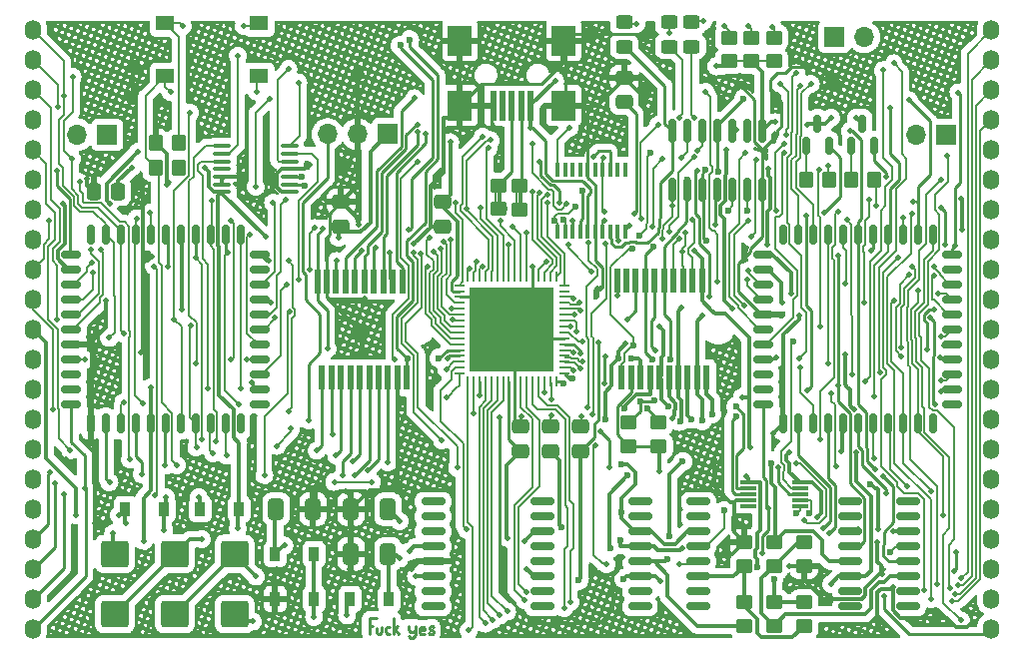
<source format=gbr>
G04 #@! TF.GenerationSoftware,KiCad,Pcbnew,(6.0.6-0)*
G04 #@! TF.CreationDate,2022-07-20T14:24:46-07:00*
G04 #@! TF.ProjectId,BreadControlV3,42726561-6443-46f6-9e74-726f6c56332e,rev?*
G04 #@! TF.SameCoordinates,Original*
G04 #@! TF.FileFunction,Copper,L1,Top*
G04 #@! TF.FilePolarity,Positive*
%FSLAX46Y46*%
G04 Gerber Fmt 4.6, Leading zero omitted, Abs format (unit mm)*
G04 Created by KiCad (PCBNEW (6.0.6-0)) date 2022-07-20 14:24:46*
%MOMM*%
%LPD*%
G01*
G04 APERTURE LIST*
G04 Aperture macros list*
%AMRoundRect*
0 Rectangle with rounded corners*
0 $1 Rounding radius*
0 $2 $3 $4 $5 $6 $7 $8 $9 X,Y pos of 4 corners*
0 Add a 4 corners polygon primitive as box body*
4,1,4,$2,$3,$4,$5,$6,$7,$8,$9,$2,$3,0*
0 Add four circle primitives for the rounded corners*
1,1,$1+$1,$2,$3*
1,1,$1+$1,$4,$5*
1,1,$1+$1,$6,$7*
1,1,$1+$1,$8,$9*
0 Add four rect primitives between the rounded corners*
20,1,$1+$1,$2,$3,$4,$5,0*
20,1,$1+$1,$4,$5,$6,$7,0*
20,1,$1+$1,$6,$7,$8,$9,0*
20,1,$1+$1,$8,$9,$2,$3,0*%
G04 Aperture macros list end*
G04 #@! TA.AperFunction,EtchedComponent*
%ADD10C,0.200000*%
G04 #@! TD*
G04 #@! TA.AperFunction,SMDPad,CuDef*
%ADD11RoundRect,0.250000X0.450000X-0.325000X0.450000X0.325000X-0.450000X0.325000X-0.450000X-0.325000X0*%
G04 #@! TD*
G04 #@! TA.AperFunction,SMDPad,CuDef*
%ADD12RoundRect,0.250000X-0.925000X0.875000X-0.925000X-0.875000X0.925000X-0.875000X0.925000X0.875000X0*%
G04 #@! TD*
G04 #@! TA.AperFunction,SMDPad,CuDef*
%ADD13RoundRect,0.250000X-0.450000X0.350000X-0.450000X-0.350000X0.450000X-0.350000X0.450000X0.350000X0*%
G04 #@! TD*
G04 #@! TA.AperFunction,SMDPad,CuDef*
%ADD14R,0.400000X1.200000*%
G04 #@! TD*
G04 #@! TA.AperFunction,SMDPad,CuDef*
%ADD15RoundRect,0.250000X0.450000X-0.350000X0.450000X0.350000X-0.450000X0.350000X-0.450000X-0.350000X0*%
G04 #@! TD*
G04 #@! TA.AperFunction,SMDPad,CuDef*
%ADD16RoundRect,0.250000X-0.412500X-0.650000X0.412500X-0.650000X0.412500X0.650000X-0.412500X0.650000X0*%
G04 #@! TD*
G04 #@! TA.AperFunction,SMDPad,CuDef*
%ADD17RoundRect,0.150000X-0.875000X-0.150000X0.875000X-0.150000X0.875000X0.150000X-0.875000X0.150000X0*%
G04 #@! TD*
G04 #@! TA.AperFunction,SMDPad,CuDef*
%ADD18RoundRect,0.250000X-0.350000X-0.450000X0.350000X-0.450000X0.350000X0.450000X-0.350000X0.450000X0*%
G04 #@! TD*
G04 #@! TA.AperFunction,SMDPad,CuDef*
%ADD19RoundRect,0.150000X-0.150000X0.825000X-0.150000X-0.825000X0.150000X-0.825000X0.150000X0.825000X0*%
G04 #@! TD*
G04 #@! TA.AperFunction,ComponentPad*
%ADD20RoundRect,0.700000X0.000000X-0.150000X0.000000X-0.150000X0.000000X0.150000X0.000000X0.150000X0*%
G04 #@! TD*
G04 #@! TA.AperFunction,ComponentPad*
%ADD21R,1.700000X1.700000*%
G04 #@! TD*
G04 #@! TA.AperFunction,ComponentPad*
%ADD22O,1.700000X1.700000*%
G04 #@! TD*
G04 #@! TA.AperFunction,SMDPad,CuDef*
%ADD23RoundRect,0.062500X0.350000X0.062500X-0.350000X0.062500X-0.350000X-0.062500X0.350000X-0.062500X0*%
G04 #@! TD*
G04 #@! TA.AperFunction,SMDPad,CuDef*
%ADD24RoundRect,0.062500X0.062500X0.350000X-0.062500X0.350000X-0.062500X-0.350000X0.062500X-0.350000X0*%
G04 #@! TD*
G04 #@! TA.AperFunction,SMDPad,CuDef*
%ADD25R,7.150000X7.150000*%
G04 #@! TD*
G04 #@! TA.AperFunction,SMDPad,CuDef*
%ADD26RoundRect,0.250000X0.412500X0.650000X-0.412500X0.650000X-0.412500X-0.650000X0.412500X-0.650000X0*%
G04 #@! TD*
G04 #@! TA.AperFunction,SMDPad,CuDef*
%ADD27RoundRect,0.250000X0.350000X0.450000X-0.350000X0.450000X-0.350000X-0.450000X0.350000X-0.450000X0*%
G04 #@! TD*
G04 #@! TA.AperFunction,SMDPad,CuDef*
%ADD28R,0.500000X2.500000*%
G04 #@! TD*
G04 #@! TA.AperFunction,SMDPad,CuDef*
%ADD29R,2.000000X2.500000*%
G04 #@! TD*
G04 #@! TA.AperFunction,SMDPad,CuDef*
%ADD30R,0.558800X2.108200*%
G04 #@! TD*
G04 #@! TA.AperFunction,SMDPad,CuDef*
%ADD31RoundRect,0.250000X0.475000X-0.337500X0.475000X0.337500X-0.475000X0.337500X-0.475000X-0.337500X0*%
G04 #@! TD*
G04 #@! TA.AperFunction,SMDPad,CuDef*
%ADD32RoundRect,0.250000X-0.475000X0.337500X-0.475000X-0.337500X0.475000X-0.337500X0.475000X0.337500X0*%
G04 #@! TD*
G04 #@! TA.AperFunction,SMDPad,CuDef*
%ADD33R,0.900000X1.200000*%
G04 #@! TD*
G04 #@! TA.AperFunction,SMDPad,CuDef*
%ADD34RoundRect,0.150000X0.150000X-0.587500X0.150000X0.587500X-0.150000X0.587500X-0.150000X-0.587500X0*%
G04 #@! TD*
G04 #@! TA.AperFunction,SMDPad,CuDef*
%ADD35R,1.400000X0.300000*%
G04 #@! TD*
G04 #@! TA.AperFunction,SMDPad,CuDef*
%ADD36RoundRect,0.150000X-0.150000X-0.700000X0.150000X-0.700000X0.150000X0.700000X-0.150000X0.700000X0*%
G04 #@! TD*
G04 #@! TA.AperFunction,SMDPad,CuDef*
%ADD37RoundRect,0.150000X-0.700000X-0.150000X0.700000X-0.150000X0.700000X0.150000X-0.700000X0.150000X0*%
G04 #@! TD*
G04 #@! TA.AperFunction,SMDPad,CuDef*
%ADD38R,1.550000X1.300000*%
G04 #@! TD*
G04 #@! TA.AperFunction,SMDPad,CuDef*
%ADD39RoundRect,0.100000X0.637500X0.100000X-0.637500X0.100000X-0.637500X-0.100000X0.637500X-0.100000X0*%
G04 #@! TD*
G04 #@! TA.AperFunction,SMDPad,CuDef*
%ADD40RoundRect,0.250000X0.337500X0.475000X-0.337500X0.475000X-0.337500X-0.475000X0.337500X-0.475000X0*%
G04 #@! TD*
G04 #@! TA.AperFunction,SMDPad,CuDef*
%ADD41RoundRect,0.150000X-0.825000X-0.150000X0.825000X-0.150000X0.825000X0.150000X-0.825000X0.150000X0*%
G04 #@! TD*
G04 #@! TA.AperFunction,ViaPad*
%ADD42C,0.500000*%
G04 #@! TD*
G04 #@! TA.AperFunction,ViaPad*
%ADD43C,0.600000*%
G04 #@! TD*
G04 #@! TA.AperFunction,Conductor*
%ADD44C,0.250000*%
G04 #@! TD*
G04 #@! TA.AperFunction,Conductor*
%ADD45C,0.200000*%
G04 #@! TD*
G04 #@! TA.AperFunction,Conductor*
%ADD46C,0.350000*%
G04 #@! TD*
G04 APERTURE END LIST*
D10*
X68045000Y-40321736D02*
X68045000Y-41506672D01*
X68224400Y-41388536D02*
X68224400Y-40206672D01*
X67845000Y-40270936D02*
X67845000Y-41506672D01*
X69823000Y-40343468D02*
X69823000Y-41528404D01*
X69623000Y-40292668D02*
X69623000Y-41528404D01*
X70002400Y-41410268D02*
X70002400Y-40228404D01*
D11*
X82550000Y-28076000D03*
X82550000Y-26026000D03*
D12*
X35560000Y-71110000D03*
X35560000Y-76210000D03*
D13*
X93980000Y-75200000D03*
X93980000Y-77200000D03*
D14*
X78803500Y-38548000D03*
X78168500Y-38548000D03*
X77533500Y-38548000D03*
X76898500Y-38548000D03*
X76263500Y-38548000D03*
X75628500Y-38548000D03*
X74993500Y-38548000D03*
X74358500Y-38548000D03*
X73723500Y-38548000D03*
X73088500Y-38548000D03*
X73088500Y-43748000D03*
X73723500Y-43748000D03*
X74358500Y-43748000D03*
X74993500Y-43748000D03*
X75628500Y-43748000D03*
X76263500Y-43748000D03*
X76898500Y-43748000D03*
X77533500Y-43748000D03*
X78168500Y-43748000D03*
X78803500Y-43748000D03*
D15*
X91440000Y-72120000D03*
X91440000Y-70120000D03*
X87630000Y-29337000D03*
X87630000Y-27337000D03*
X89535000Y-29337000D03*
X89535000Y-27337000D03*
D16*
X55587500Y-71120000D03*
X58712500Y-71120000D03*
D17*
X62533000Y-66675000D03*
X62533000Y-67945000D03*
X62533000Y-69215000D03*
X62533000Y-70485000D03*
X62533000Y-71755000D03*
X62533000Y-73025000D03*
X62533000Y-74295000D03*
X62533000Y-75565000D03*
X71833000Y-75565000D03*
X71833000Y-74295000D03*
X71833000Y-73025000D03*
X71833000Y-71755000D03*
X71833000Y-70485000D03*
X71833000Y-69215000D03*
X71833000Y-67945000D03*
X71833000Y-66675000D03*
D12*
X45720000Y-71110000D03*
X45720000Y-76210000D03*
D18*
X94123000Y-39370000D03*
X96123000Y-39370000D03*
D19*
X90424000Y-35244000D03*
X89154000Y-35244000D03*
X87884000Y-35244000D03*
X86614000Y-35244000D03*
X85344000Y-35244000D03*
X84074000Y-35244000D03*
X82804000Y-35244000D03*
X82804000Y-40194000D03*
X84074000Y-40194000D03*
X85344000Y-40194000D03*
X86614000Y-40194000D03*
X87884000Y-40194000D03*
X89154000Y-40194000D03*
X90424000Y-40194000D03*
D20*
X109855000Y-26692000D03*
X109855000Y-29232000D03*
X109855000Y-31772000D03*
X109855000Y-34312000D03*
X109855000Y-36852000D03*
X109855000Y-39392000D03*
X109855000Y-41932000D03*
X109855000Y-44472000D03*
X109855000Y-47012000D03*
X109855000Y-49552000D03*
X109855000Y-52092000D03*
X109855000Y-54632000D03*
X109855000Y-57172000D03*
X109855000Y-59712000D03*
X109855000Y-62252000D03*
X109855000Y-64792000D03*
X109855000Y-67332000D03*
X109855000Y-69872000D03*
X109855000Y-72412000D03*
X109855000Y-74952000D03*
X109855000Y-77492000D03*
D21*
X96540000Y-27280000D03*
D22*
X99080000Y-27280000D03*
D23*
X73652500Y-55820000D03*
X73652500Y-55320000D03*
X73652500Y-54820000D03*
X73652500Y-54320000D03*
X73652500Y-53820000D03*
X73652500Y-53320000D03*
X73652500Y-52820000D03*
X73652500Y-52320000D03*
X73652500Y-51820000D03*
X73652500Y-51320000D03*
X73652500Y-50820000D03*
X73652500Y-50320000D03*
X73652500Y-49820000D03*
X73652500Y-49320000D03*
X73652500Y-48820000D03*
X73652500Y-48320000D03*
D24*
X72965000Y-47632500D03*
X72465000Y-47632500D03*
X71965000Y-47632500D03*
X71465000Y-47632500D03*
X70965000Y-47632500D03*
X70465000Y-47632500D03*
X69965000Y-47632500D03*
X69465000Y-47632500D03*
X68965000Y-47632500D03*
X68465000Y-47632500D03*
X67965000Y-47632500D03*
X67465000Y-47632500D03*
X66965000Y-47632500D03*
X66465000Y-47632500D03*
X65965000Y-47632500D03*
X65465000Y-47632500D03*
D23*
X64777500Y-48320000D03*
X64777500Y-48820000D03*
X64777500Y-49320000D03*
X64777500Y-49820000D03*
X64777500Y-50320000D03*
X64777500Y-50820000D03*
X64777500Y-51320000D03*
X64777500Y-51820000D03*
X64777500Y-52320000D03*
X64777500Y-52820000D03*
X64777500Y-53320000D03*
X64777500Y-53820000D03*
X64777500Y-54320000D03*
X64777500Y-54820000D03*
X64777500Y-55320000D03*
X64777500Y-55820000D03*
D24*
X65465000Y-56507500D03*
X65965000Y-56507500D03*
X66465000Y-56507500D03*
X66965000Y-56507500D03*
X67465000Y-56507500D03*
X67965000Y-56507500D03*
X68465000Y-56507500D03*
X68965000Y-56507500D03*
X69465000Y-56507500D03*
X69965000Y-56507500D03*
X70465000Y-56507500D03*
X70965000Y-56507500D03*
X71465000Y-56507500D03*
X71965000Y-56507500D03*
X72465000Y-56507500D03*
X72965000Y-56507500D03*
D25*
X69215000Y-52070000D03*
D26*
X58712500Y-67310000D03*
X55587500Y-67310000D03*
D27*
X41005000Y-38354000D03*
X39005000Y-38354000D03*
D28*
X70815000Y-33080000D03*
X70015000Y-33080000D03*
X69215000Y-33080000D03*
X68415000Y-33080000D03*
X67615000Y-33080000D03*
D29*
X73615000Y-33080000D03*
X64815000Y-33080000D03*
X64815000Y-27580000D03*
X73615000Y-27580000D03*
D13*
X68045000Y-39856672D03*
X68045000Y-41856672D03*
D30*
X52715003Y-47974700D03*
X53515001Y-47974700D03*
X54315002Y-47974700D03*
X55115003Y-47974700D03*
X55915001Y-47974700D03*
X56715002Y-47974700D03*
X57515001Y-47974700D03*
X58315001Y-47974700D03*
X59115000Y-47974700D03*
X59915001Y-47974700D03*
X53114956Y-56174701D03*
X53914957Y-56174701D03*
X54714955Y-56174701D03*
X55514956Y-56174701D03*
X56314955Y-56174701D03*
X57114956Y-56174701D03*
X57914957Y-56174701D03*
X58714955Y-56174701D03*
X59514956Y-56174701D03*
X60314954Y-56174701D03*
D15*
X81661000Y-61960000D03*
X81661000Y-59960000D03*
D31*
X69977000Y-62378500D03*
X69977000Y-60303500D03*
D13*
X88900000Y-75200000D03*
X88900000Y-77200000D03*
D18*
X97933000Y-39370000D03*
X99933000Y-39370000D03*
D21*
X58674000Y-35515000D03*
D22*
X56134000Y-35515000D03*
X53594000Y-35515000D03*
D21*
X34925000Y-35560000D03*
D22*
X32385000Y-35560000D03*
D32*
X63373000Y-41253500D03*
X63373000Y-43328500D03*
D20*
X28597000Y-26692000D03*
X28597000Y-29232000D03*
X28597000Y-31772000D03*
X28597000Y-34312000D03*
X28597000Y-36852000D03*
X28597000Y-39392000D03*
X28597000Y-41932000D03*
X28597000Y-44472000D03*
X28597000Y-47012000D03*
X28597000Y-49552000D03*
X28597000Y-52092000D03*
X28597000Y-54632000D03*
X28597000Y-57172000D03*
X28597000Y-59712000D03*
X28597000Y-62252000D03*
X28597000Y-64792000D03*
X28597000Y-67332000D03*
X28597000Y-69872000D03*
X28597000Y-72412000D03*
X28597000Y-74952000D03*
X28597000Y-77492000D03*
D11*
X78740000Y-28076000D03*
X78740000Y-26026000D03*
D33*
X49150000Y-74930000D03*
X52450000Y-74930000D03*
X42800000Y-67310000D03*
X46100000Y-67310000D03*
D34*
X97983000Y-36497500D03*
X99883000Y-36497500D03*
X98933000Y-34622500D03*
D35*
X89240000Y-65040000D03*
X89240000Y-65540000D03*
X89240000Y-66040000D03*
X89240000Y-66540000D03*
X89240000Y-67040000D03*
X93640000Y-67040000D03*
X93640000Y-66540000D03*
X93640000Y-66040000D03*
X93640000Y-65540000D03*
X93640000Y-65040000D03*
D36*
X98552000Y-44070000D03*
X97282000Y-44070000D03*
X96012000Y-44070000D03*
X94742000Y-44070000D03*
X93472000Y-44070000D03*
X92202000Y-44070000D03*
D37*
X90552000Y-45720000D03*
X90552000Y-46990000D03*
X90552000Y-48260000D03*
X90552000Y-49530000D03*
X90552000Y-50800000D03*
X90552000Y-52070000D03*
X90552000Y-53340000D03*
X90552000Y-54610000D03*
X90552000Y-55880000D03*
X90552000Y-57150000D03*
X90552000Y-58420000D03*
D36*
X92202000Y-60070000D03*
X93472000Y-60070000D03*
X94742000Y-60070000D03*
X96012000Y-60070000D03*
X97282000Y-60070000D03*
X98552000Y-60070000D03*
X99822000Y-60070000D03*
X101092000Y-60070000D03*
X102362000Y-60070000D03*
X103632000Y-60070000D03*
X104902000Y-60070000D03*
D37*
X106552000Y-58420000D03*
X106552000Y-57150000D03*
X106552000Y-55880000D03*
X106552000Y-54610000D03*
X106552000Y-53340000D03*
X106552000Y-52070000D03*
X106552000Y-50800000D03*
X106552000Y-49530000D03*
X106552000Y-48260000D03*
X106552000Y-46990000D03*
X106552000Y-45720000D03*
D36*
X104902000Y-44070000D03*
X103632000Y-44070000D03*
X102362000Y-44070000D03*
X101092000Y-44070000D03*
X99822000Y-44070000D03*
D12*
X40640000Y-71110000D03*
X40640000Y-76210000D03*
D38*
X47795000Y-26096400D03*
X39835000Y-26096400D03*
X47795000Y-30596400D03*
X39835000Y-30596400D03*
D33*
X36450000Y-67310000D03*
X39750000Y-67310000D03*
D27*
X41005000Y-36245800D03*
X39005000Y-36245800D03*
D33*
X49150000Y-71120000D03*
X52450000Y-71120000D03*
D13*
X69823000Y-39878404D03*
X69823000Y-41878404D03*
X91440000Y-75200000D03*
X91440000Y-77200000D03*
D31*
X72517000Y-62378500D03*
X72517000Y-60303500D03*
D39*
X50360500Y-40431000D03*
X50360500Y-39781000D03*
X50360500Y-39131000D03*
X50360500Y-38481000D03*
X50360500Y-37831000D03*
X50360500Y-37181000D03*
X50360500Y-36531000D03*
X44635500Y-36531000D03*
X44635500Y-37181000D03*
X44635500Y-37831000D03*
X44635500Y-38481000D03*
X44635500Y-39131000D03*
X44635500Y-39781000D03*
X44635500Y-40431000D03*
D26*
X52362500Y-67310000D03*
X49237500Y-67310000D03*
D15*
X91440000Y-29337000D03*
X91440000Y-27337000D03*
D31*
X75057000Y-62378500D03*
X75057000Y-60303500D03*
D21*
X106045000Y-35560000D03*
D22*
X103505000Y-35560000D03*
D31*
X54737000Y-43328500D03*
X54737000Y-41253500D03*
X78740000Y-32787500D03*
X78740000Y-30712500D03*
D40*
X35835500Y-40386000D03*
X33760500Y-40386000D03*
D34*
X94173000Y-36497500D03*
X96073000Y-36497500D03*
X95123000Y-34622500D03*
D15*
X93980000Y-72120000D03*
X93980000Y-70120000D03*
D41*
X97855000Y-66675000D03*
X97855000Y-67945000D03*
X97855000Y-69215000D03*
X97855000Y-70485000D03*
X97855000Y-71755000D03*
X97855000Y-73025000D03*
X97855000Y-74295000D03*
X97855000Y-75565000D03*
X102805000Y-75565000D03*
X102805000Y-74295000D03*
X102805000Y-73025000D03*
X102805000Y-71755000D03*
X102805000Y-70485000D03*
X102805000Y-69215000D03*
X102805000Y-67945000D03*
X102805000Y-66675000D03*
D13*
X88900000Y-70120000D03*
X88900000Y-72120000D03*
D33*
X55500000Y-74930000D03*
X58800000Y-74930000D03*
D36*
X39878000Y-44070000D03*
X38608000Y-44070000D03*
X37338000Y-44070000D03*
X36068000Y-44070000D03*
X34798000Y-44070000D03*
X33528000Y-44070000D03*
D37*
X31878000Y-45720000D03*
X31878000Y-46990000D03*
X31878000Y-48260000D03*
X31878000Y-49530000D03*
X31878000Y-50800000D03*
X31878000Y-52070000D03*
X31878000Y-53340000D03*
X31878000Y-54610000D03*
X31878000Y-55880000D03*
X31878000Y-57150000D03*
X31878000Y-58420000D03*
D36*
X33528000Y-60070000D03*
X34798000Y-60070000D03*
X36068000Y-60070000D03*
X37338000Y-60070000D03*
X38608000Y-60070000D03*
X39878000Y-60070000D03*
X41148000Y-60070000D03*
X42418000Y-60070000D03*
X43688000Y-60070000D03*
X44958000Y-60070000D03*
X46228000Y-60070000D03*
D37*
X47878000Y-58420000D03*
X47878000Y-57150000D03*
X47878000Y-55880000D03*
X47878000Y-54610000D03*
X47878000Y-53340000D03*
X47878000Y-52070000D03*
X47878000Y-50800000D03*
X47878000Y-49530000D03*
X47878000Y-48260000D03*
X47878000Y-46990000D03*
X47878000Y-45720000D03*
D36*
X46228000Y-44070000D03*
X44958000Y-44070000D03*
X43688000Y-44070000D03*
X42418000Y-44070000D03*
X41148000Y-44070000D03*
D11*
X84455000Y-28076000D03*
X84455000Y-26026000D03*
D30*
X78514999Y-56165300D03*
X79315000Y-56165300D03*
X80114999Y-56165300D03*
X80914999Y-56165300D03*
X81714998Y-56165300D03*
X82514999Y-56165300D03*
X83314997Y-56165300D03*
X84114998Y-56165300D03*
X84914999Y-56165300D03*
X85714997Y-56165300D03*
X85315044Y-47965299D03*
X84515043Y-47965299D03*
X83715045Y-47965299D03*
X82915044Y-47965299D03*
X82115045Y-47965299D03*
X81315044Y-47965299D03*
X80515043Y-47965299D03*
X79715045Y-47965299D03*
X78915044Y-47965299D03*
X78115046Y-47965299D03*
D41*
X80075000Y-66675000D03*
X80075000Y-67945000D03*
X80075000Y-69215000D03*
X80075000Y-70485000D03*
X80075000Y-71755000D03*
X80075000Y-73025000D03*
X80075000Y-74295000D03*
X80075000Y-75565000D03*
X85025000Y-75565000D03*
X85025000Y-74295000D03*
X85025000Y-73025000D03*
X85025000Y-71755000D03*
X85025000Y-70485000D03*
X85025000Y-69215000D03*
X85025000Y-67945000D03*
X85025000Y-66675000D03*
D15*
X79121000Y-61960000D03*
X79121000Y-59960000D03*
D42*
X86436200Y-43230800D03*
X79629000Y-42245904D03*
X55118000Y-65786000D03*
X59514956Y-57096444D03*
X72593200Y-59359800D03*
X31445200Y-63093600D03*
X101494957Y-73886767D03*
X56184800Y-43177811D03*
X48666400Y-39141400D03*
X33858200Y-62636400D03*
X88722200Y-31546800D03*
X56134000Y-30429200D03*
X56388000Y-52247800D03*
X80873600Y-26873200D03*
X58064400Y-65735200D03*
X60883800Y-44831000D03*
X37211000Y-29794200D03*
X70053200Y-59461400D03*
X52070000Y-38100000D03*
X38684200Y-45923200D03*
X37795200Y-54000400D03*
X68173600Y-59563000D03*
X75063736Y-59463579D03*
X59410600Y-65760600D03*
X91846400Y-50850800D03*
X33858200Y-68529200D03*
X56413400Y-54356000D03*
X37058600Y-32435800D03*
X88026278Y-68564722D03*
X33223200Y-39319200D03*
X92710000Y-72136000D03*
X80398514Y-31841599D03*
X95059500Y-67983100D03*
X70993000Y-46786800D03*
X69215000Y-52070000D03*
X76736631Y-48615600D03*
X78130400Y-49225200D03*
X92710000Y-62484000D03*
X96469200Y-31115000D03*
X55499000Y-72390000D03*
X55016400Y-38125400D03*
X49294453Y-72400500D03*
X60706000Y-72390000D03*
X78536800Y-71374000D03*
X39928800Y-39776400D03*
X56769000Y-49428400D03*
X75946000Y-26924000D03*
X34823400Y-49606200D03*
X37388800Y-39776400D03*
X100203000Y-70104000D03*
X46024800Y-39166800D03*
X62303444Y-57096444D03*
X39090600Y-32639000D03*
X32080200Y-70662800D03*
X93522800Y-50901600D03*
X91363800Y-60909200D03*
X52578000Y-65786000D03*
X33375600Y-53365400D03*
X87757000Y-71145400D03*
X100627713Y-72813582D03*
X96826425Y-56832825D03*
X81407000Y-53897301D03*
X36537449Y-68463500D03*
X96901000Y-45821600D03*
D43*
X73406000Y-68834000D03*
D42*
X83636926Y-70596621D03*
X99644200Y-45364400D03*
D43*
X78413575Y-69916500D03*
D42*
X97119900Y-70485000D03*
X41198800Y-50368200D03*
X59690000Y-68326000D03*
X32301607Y-67831500D03*
X35905644Y-67831500D03*
X35433000Y-69342000D03*
X39878000Y-66294000D03*
X39751000Y-69088000D03*
X42672000Y-66294000D03*
X42925833Y-69850167D03*
X60506186Y-70898601D03*
X61087000Y-73025000D03*
X47498000Y-73025000D03*
X70485000Y-72390000D03*
X49921758Y-70399100D03*
X63972900Y-36189531D03*
X70818773Y-34973499D03*
X81686400Y-64135000D03*
X36982233Y-38353833D03*
X41005000Y-38354000D03*
X91550500Y-34502005D03*
X77156292Y-54358929D03*
X86512400Y-29768800D03*
X54508400Y-44297600D03*
X45974000Y-68935600D03*
X68807525Y-69749601D03*
X79315000Y-56366502D03*
X98374200Y-34137600D03*
X48310800Y-44246800D03*
X43205400Y-38404800D03*
D43*
X91408944Y-73239500D03*
X89966011Y-72256389D03*
D42*
X75031598Y-54138257D03*
X96266000Y-34112200D03*
X77054700Y-56611247D03*
X70281800Y-70027800D03*
X89104478Y-64517278D03*
X72872600Y-30962600D03*
X94259400Y-34743003D03*
X55245000Y-76327000D03*
X52451000Y-76454000D03*
X47244000Y-76835000D03*
X79003967Y-51215367D03*
X98381500Y-62530733D03*
X81788000Y-73406000D03*
X37998400Y-70002400D03*
D43*
X74850924Y-73370100D03*
D42*
X97093457Y-62431898D03*
D43*
X78702892Y-73219500D03*
D42*
X59690000Y-71501000D03*
X38608000Y-56972200D03*
X96266000Y-73660000D03*
X76583301Y-53213000D03*
X89264500Y-34796636D03*
X81636489Y-34704539D03*
X80213200Y-42697400D03*
X83413600Y-34112200D03*
X77070808Y-42844386D03*
X82550000Y-26924500D03*
X91313000Y-26416000D03*
X74088772Y-34973499D03*
X84683600Y-34112200D03*
X88264206Y-35146137D03*
X89281000Y-26375000D03*
X85471000Y-25908000D03*
X79756000Y-26162000D03*
X87249000Y-26375000D03*
X58886100Y-45562514D03*
X40055800Y-46786800D03*
X38989000Y-66167000D03*
X38887400Y-46710600D03*
X38537500Y-42189251D03*
X86621286Y-48039900D03*
X85629259Y-31929312D03*
X47498000Y-39954200D03*
X74411657Y-49451603D03*
X48717200Y-32486600D03*
X97475150Y-48193122D03*
X75040945Y-55416188D03*
X30020292Y-42875200D03*
X96026999Y-54915629D03*
X37922200Y-58326720D03*
X37388500Y-42649204D03*
X74477778Y-50829811D03*
X31927800Y-37592000D03*
X94538800Y-31242000D03*
X31978600Y-30632400D03*
X36320447Y-52441399D03*
X93652200Y-31422200D03*
X31208581Y-32249981D03*
X35078914Y-52790900D03*
X75209400Y-53111400D03*
D43*
X91189909Y-63388804D03*
X84455000Y-59690000D03*
X82397600Y-71551800D03*
X82575400Y-69596000D03*
X86165682Y-59233902D03*
X83693000Y-63271400D03*
D42*
X33578800Y-46431200D03*
X68224400Y-42866800D03*
X68964500Y-44846496D03*
X52514765Y-43472247D03*
X52036101Y-46964600D03*
X33701098Y-47269400D03*
X66573400Y-41783000D03*
X33528000Y-45339000D03*
X65328800Y-41833800D03*
X67393195Y-36026801D03*
X34339088Y-45321001D03*
X89024672Y-37127672D03*
X42406165Y-54920046D03*
X33020000Y-54640329D03*
X57000178Y-64035978D03*
X32994600Y-65506600D03*
X31216600Y-66065400D03*
X35102800Y-65024000D03*
X55676800Y-63271400D03*
X30285300Y-58851800D03*
X93633300Y-55302797D03*
X36288500Y-58242200D03*
X75155664Y-54776896D03*
X54319466Y-62746900D03*
X37846000Y-64363600D03*
X30480000Y-65100200D03*
X30099000Y-64160400D03*
X39827200Y-63627000D03*
X52670412Y-62347399D03*
X74170729Y-51826430D03*
X30720026Y-33219929D03*
X50342800Y-50571400D03*
X40538400Y-51206400D03*
X41935400Y-33680400D03*
X57353200Y-65024000D03*
X48234600Y-64414400D03*
X93319433Y-63413182D03*
X93966436Y-68208700D03*
X99949000Y-62968322D03*
X54152800Y-64998600D03*
X42468800Y-62077600D03*
X102743000Y-65379600D03*
X42000799Y-51750468D03*
X30686442Y-51198063D03*
X74684500Y-52223786D03*
X101614599Y-49614700D03*
X75029914Y-50478449D03*
X31780168Y-62315233D03*
X104713399Y-65792730D03*
X43891200Y-62577100D03*
X74959385Y-49832787D03*
X103635798Y-48797505D03*
X32562800Y-39573200D03*
X36855400Y-63093600D03*
X105791000Y-67843400D03*
X45008800Y-62763400D03*
X47124215Y-56577184D03*
X43475038Y-57058499D03*
X51181000Y-47853600D03*
X50088800Y-48310800D03*
X46736000Y-54635400D03*
X69291200Y-43366300D03*
X45389800Y-42849800D03*
X45399401Y-54660800D03*
X46958221Y-44033999D03*
X70485000Y-43865800D03*
X49126000Y-51081800D03*
X64177300Y-51272848D03*
X50035502Y-41041680D03*
X71560765Y-40518946D03*
X64126706Y-50259631D03*
X48793500Y-49809400D03*
X48971200Y-41321098D03*
X72218846Y-41362437D03*
X48641000Y-46256102D03*
X54356000Y-46278800D03*
X50266600Y-46278800D03*
X50292000Y-59004200D03*
X46228000Y-57099200D03*
X63684703Y-57851203D03*
X45110400Y-45567600D03*
X46101000Y-58470800D03*
X56492178Y-45366978D03*
X97609622Y-42776178D03*
X74400150Y-55522300D03*
X102387400Y-42621200D03*
X98008900Y-55922443D03*
X43748500Y-41120472D03*
X44145122Y-61578100D03*
X42951400Y-61366400D03*
X57622478Y-45100278D03*
X42392600Y-45999400D03*
X107315827Y-73154584D03*
X66954400Y-77012800D03*
X67589400Y-76682600D03*
X107038574Y-73741937D03*
X68148200Y-76327000D03*
X106774898Y-74517352D03*
X106499386Y-75105524D03*
X68808600Y-75996800D03*
X106357966Y-74019335D03*
X106070400Y-37312600D03*
X70307200Y-75031600D03*
X70408500Y-74320400D03*
X105257600Y-73685400D03*
X105613200Y-39395402D03*
X104724200Y-74930000D03*
X73660000Y-75692000D03*
X103107500Y-42238292D03*
X101930200Y-46024800D03*
X104179500Y-74218800D03*
X74168000Y-75158600D03*
D43*
X78496118Y-67609807D03*
X78764077Y-58807327D03*
X78486000Y-63550800D03*
X99550554Y-65237963D03*
D42*
X100211001Y-69004398D03*
X82795324Y-59607143D03*
D43*
X79019400Y-64465200D03*
X77520800Y-70637400D03*
D42*
X101514900Y-69222767D03*
X98567533Y-69018753D03*
X100965000Y-39166800D03*
X105952300Y-44856400D03*
X105573573Y-41749100D03*
X104981262Y-50356427D03*
X104419400Y-53771800D03*
X95707200Y-42189400D03*
X94208600Y-57277000D03*
X94157800Y-42418000D03*
X60942267Y-32478100D03*
X106730800Y-44932600D03*
X104648000Y-51054000D03*
X105079800Y-58470800D03*
X107061000Y-31978600D03*
X102870000Y-32639000D03*
X61235051Y-34697781D03*
X95351600Y-61417200D03*
X103225600Y-41224200D03*
X96850200Y-42087800D03*
X61228177Y-35347248D03*
X99882839Y-57743307D03*
X96723200Y-63677800D03*
X101265000Y-33303500D03*
X96301925Y-57478910D03*
X97872698Y-35242600D03*
X100015078Y-63967322D03*
X61913261Y-35503083D03*
X76749900Y-60731400D03*
X54051200Y-60934600D03*
X100931944Y-65945321D03*
X77486827Y-63733485D03*
X54889400Y-64439800D03*
X96135857Y-69309240D03*
X106857800Y-70993000D03*
X55880000Y-64414400D03*
X106722300Y-72567800D03*
X95627959Y-68904403D03*
X90429204Y-71023938D03*
X58699400Y-63322200D03*
X100761800Y-74676000D03*
X90957400Y-67258000D03*
X66464500Y-57701881D03*
X51968400Y-59791600D03*
X75941709Y-47146690D03*
X89281000Y-47091600D03*
X62230000Y-44297600D03*
X73967569Y-44909316D03*
X89154000Y-47853600D03*
X62042408Y-46761400D03*
X92252204Y-37079796D03*
X66733539Y-35721777D03*
X51111649Y-31129599D03*
X91627500Y-54474490D03*
X93336239Y-30349038D03*
X93580482Y-54534512D03*
X99129306Y-56499848D03*
X50271416Y-30002800D03*
X100660200Y-30099000D03*
X105604300Y-57286979D03*
X45999400Y-28854400D03*
X101574600Y-29514800D03*
X105604300Y-56386344D03*
X100397700Y-55719105D03*
X102235000Y-54330600D03*
X105511600Y-54483000D03*
X102913334Y-47443005D03*
X62548357Y-45437322D03*
X102235000Y-53594000D03*
X103138746Y-46723325D03*
X105816383Y-53434000D03*
X63156995Y-45210578D03*
X105604478Y-52687458D03*
X95351600Y-51816000D03*
X70917200Y-40382585D03*
X95224600Y-38568001D03*
X104986829Y-47527620D03*
X63407178Y-44611194D03*
X99076500Y-49808043D03*
X72188554Y-40685482D03*
X99508300Y-41071800D03*
X105333800Y-48996600D03*
X104982902Y-46742084D03*
X64042468Y-44476061D03*
X107265859Y-76743100D03*
X65557400Y-77597000D03*
D43*
X60541936Y-27509918D03*
X60357200Y-54521791D03*
X63026901Y-54517713D03*
X59766200Y-27990800D03*
D42*
X53594000Y-53695600D03*
X63742187Y-54546824D03*
X53212500Y-43516264D03*
X60484691Y-43619425D03*
X81965800Y-44399200D03*
X91637368Y-42015011D03*
X92329000Y-36296600D03*
X82804000Y-41583998D03*
X78206600Y-44551600D03*
X49298074Y-61947898D03*
X40819330Y-63593100D03*
X65939794Y-59232800D03*
X47574200Y-31902400D03*
X91925055Y-31213898D03*
X50495200Y-60502800D03*
X92424497Y-35534600D03*
X40284400Y-31953200D03*
X85936670Y-49285962D03*
D43*
X83445625Y-59864849D03*
D42*
X84915940Y-38585148D03*
X30657800Y-38582600D03*
X92862400Y-48996600D03*
X83613095Y-50224300D03*
D43*
X75184000Y-40284400D03*
X88862067Y-32499133D03*
X86720969Y-38713502D03*
X88214200Y-58597800D03*
X85678304Y-44581437D03*
X81173909Y-45068914D03*
X51633489Y-39872533D03*
X81136177Y-54659852D03*
X85611810Y-38513948D03*
X80068306Y-58193900D03*
X74345800Y-56261000D03*
X81261418Y-58124888D03*
X73609200Y-56692800D03*
X88208962Y-59405029D03*
X51410088Y-39157100D03*
X82600784Y-54625095D03*
X80670400Y-58768400D03*
X84083700Y-39375808D03*
D42*
X41300400Y-26365200D03*
X46482000Y-26339800D03*
X87401400Y-36830000D03*
X87851301Y-50262803D03*
D43*
X85344000Y-59817000D03*
D42*
X37515800Y-37007800D03*
X35113100Y-41391700D03*
X31175612Y-41444821D03*
X85385814Y-50905786D03*
X92113416Y-49766256D03*
X96037400Y-38218500D03*
X59258200Y-54584600D03*
X63648000Y-55450823D03*
X61226380Y-37850586D03*
X74393450Y-54006486D03*
X88877715Y-50051105D03*
X100097919Y-41588300D03*
X89255600Y-42849800D03*
X107340400Y-43637200D03*
X98260820Y-58838945D03*
X88696800Y-57810400D03*
X89408000Y-62103000D03*
X90948500Y-38483401D03*
X97434400Y-54229000D03*
X90881200Y-44856400D03*
X84683601Y-45415199D03*
X107315000Y-40995600D03*
D43*
X78209801Y-54562917D03*
X77104700Y-59711732D03*
X79322702Y-54562917D03*
D42*
X78826500Y-53299500D03*
X82915044Y-48017807D03*
X82554909Y-43787088D03*
X84632800Y-37465000D03*
X66699821Y-46729709D03*
X83439424Y-44386085D03*
X84540862Y-42782500D03*
X70916800Y-36322000D03*
X67246760Y-36659581D03*
X73863200Y-41427400D03*
X83938924Y-43836489D03*
X83662408Y-45435085D03*
X64442255Y-41285751D03*
X89484200Y-44246800D03*
X89885976Y-37710072D03*
X81733447Y-51800496D03*
D43*
X82459049Y-58577598D03*
D42*
X75734852Y-44749673D03*
X75656199Y-58643241D03*
X72009000Y-57404000D03*
X84956733Y-36902042D03*
X76938016Y-37481500D03*
X77089000Y-42113200D03*
X81982422Y-37634084D03*
X83557344Y-37503856D03*
X77159888Y-44817807D03*
X79202682Y-43244904D03*
X72567713Y-58011299D03*
X81086654Y-43371725D03*
X76001111Y-59285163D03*
D43*
X68580000Y-41808400D03*
X87510201Y-41983499D03*
X73571273Y-42798221D03*
X69875400Y-42087800D03*
X72826426Y-42881632D03*
X74574400Y-41681400D03*
X89145464Y-42002300D03*
D42*
X60852705Y-45593300D03*
X77240602Y-71983264D03*
X76279785Y-61897471D03*
X83439000Y-72009000D03*
X63284918Y-61459100D03*
X65633600Y-46898276D03*
D43*
X87198200Y-67437000D03*
X93345000Y-67691000D03*
X94373732Y-67638236D03*
X101285500Y-70987575D03*
D42*
X65379600Y-69037200D03*
X66200068Y-46314859D03*
X61500934Y-45633953D03*
X64566800Y-63804800D03*
X78915044Y-48065307D03*
X72149921Y-46317454D03*
X91770200Y-63779400D03*
X100685600Y-64566800D03*
D43*
X80983460Y-37121777D03*
X93018508Y-53127447D03*
X80041673Y-44095901D03*
X79545261Y-53463917D03*
X79442917Y-45221297D03*
D42*
X73217846Y-41354107D03*
X76098400Y-37405700D03*
X71564329Y-37837929D03*
X74323693Y-42825788D03*
D44*
X73615000Y-27580000D02*
X73787000Y-27752000D01*
X73787000Y-27752000D02*
X73787000Y-32908000D01*
X73615000Y-33080000D02*
X73787000Y-32908000D01*
X73787000Y-30480000D02*
X73406000Y-30099000D01*
X73787000Y-32908000D02*
X73787000Y-30480000D01*
X72897310Y-30099000D02*
X71721212Y-31275098D01*
X73406000Y-30099000D02*
X72897310Y-30099000D01*
X71721212Y-31275098D02*
X66619902Y-31275098D01*
X66619902Y-31275098D02*
X64815000Y-33080000D01*
X75628500Y-43748000D02*
X75628500Y-40728900D01*
X75844400Y-40513000D02*
X75844400Y-40132000D01*
X75844400Y-40132000D02*
X75285600Y-39573200D01*
X75628500Y-40728900D02*
X75844400Y-40513000D01*
X76263500Y-43748000D02*
X76263500Y-39814500D01*
X76263500Y-39814500D02*
X75628500Y-39179500D01*
X75628500Y-39179500D02*
X75628500Y-38548000D01*
X78740000Y-32787500D02*
X79756000Y-33803500D01*
X79756000Y-42118904D02*
X79629000Y-42245904D01*
X79756000Y-33803500D02*
X79756000Y-42118904D01*
D45*
X82550000Y-28076000D02*
X83693000Y-29219000D01*
X83693000Y-29219000D02*
X83693000Y-33832800D01*
X83693000Y-33832800D02*
X83413600Y-34112200D01*
X84074000Y-35244000D02*
X84074000Y-36987200D01*
X84074000Y-36987200D02*
X83557344Y-37503856D01*
X85025000Y-71755000D02*
X84771000Y-72009000D01*
X84771000Y-72009000D02*
X83439000Y-72009000D01*
D44*
X68173600Y-59563000D02*
X68173600Y-74142600D01*
X78232000Y-71678800D02*
X78536800Y-71374000D01*
X68173600Y-74142600D02*
X71043800Y-77012800D01*
X76555600Y-77012800D02*
X77724000Y-75844400D01*
X77724000Y-75844400D02*
X77724000Y-72898000D01*
X71043800Y-77012800D02*
X76555600Y-77012800D01*
X77724000Y-72898000D02*
X78232000Y-72390000D01*
X78232000Y-72390000D02*
X78232000Y-71678800D01*
D45*
X71965000Y-47632500D02*
X71965000Y-47225731D01*
X72649422Y-46110554D02*
X70984500Y-44445632D01*
X72658001Y-46532730D02*
X72658001Y-46125306D01*
X70984500Y-44445632D02*
X70984500Y-40449885D01*
X72658001Y-46125306D02*
X72649422Y-46116727D01*
X71965000Y-47225731D02*
X72658001Y-46532730D01*
X72649422Y-46116727D02*
X72649422Y-46110554D01*
X70984500Y-40449885D02*
X70917200Y-40382585D01*
X74541579Y-51329311D02*
X74684500Y-51472232D01*
X74261567Y-51320000D02*
X74270878Y-51329311D01*
X74270878Y-51329311D02*
X74541579Y-51329311D01*
X74684500Y-51472232D02*
X74684500Y-52223786D01*
X73652500Y-50320000D02*
X73662811Y-50330311D01*
X74467967Y-50820000D02*
X74477778Y-50829811D01*
X73652500Y-51320000D02*
X74261567Y-51320000D01*
X74881776Y-50330311D02*
X75029914Y-50478449D01*
X73652500Y-50820000D02*
X74467967Y-50820000D01*
X73662811Y-50330311D02*
X74881776Y-50330311D01*
X75734300Y-52904500D02*
X75520623Y-52690823D01*
X73652500Y-49820000D02*
X74073654Y-49820000D01*
X75529414Y-50685349D02*
X75529414Y-50271549D01*
X75520623Y-50694140D02*
X75529414Y-50685349D01*
X76441212Y-47505988D02*
X76441212Y-46939788D01*
X74073654Y-49820000D02*
X74204757Y-49951103D01*
X75734300Y-58565140D02*
X75734300Y-52904500D01*
X75520623Y-50262758D02*
X75520623Y-48426577D01*
X75656199Y-58643241D02*
X75734300Y-58565140D01*
X75520623Y-48426577D02*
X76441212Y-47505988D01*
X76441212Y-46939788D02*
X75734852Y-46233428D01*
X74841069Y-49951103D02*
X74959385Y-49832787D01*
X75734852Y-46233428D02*
X75734852Y-44749673D01*
X74204757Y-49951103D02*
X74841069Y-49951103D01*
X75520623Y-52690823D02*
X75520623Y-50694140D01*
X75529414Y-50271549D02*
X75520623Y-50262758D01*
X64777500Y-49820000D02*
X64367335Y-49820000D01*
X63652400Y-49105065D02*
X63652400Y-47853600D01*
X64042468Y-47463532D02*
X64042468Y-44476061D01*
X64367335Y-49820000D02*
X63652400Y-49105065D01*
X63652400Y-47853600D02*
X64042468Y-47463532D01*
X62242405Y-50590681D02*
X62242405Y-47270724D01*
X62023503Y-44504097D02*
X62230000Y-44297600D01*
X64021400Y-52820000D02*
X62763400Y-51562000D01*
X63144400Y-51143185D02*
X63144392Y-51143177D01*
X62242405Y-47270724D02*
X62546998Y-46966132D01*
X62546998Y-46966132D02*
X62546998Y-46251936D01*
X62763400Y-51111706D02*
X62760752Y-51109057D01*
X63144392Y-51143177D02*
X63144400Y-50998436D01*
X63144400Y-51448729D02*
X63144400Y-51143185D01*
X62760752Y-51109028D02*
X62242405Y-50590681D01*
X62591906Y-50445911D02*
X62591906Y-47415493D01*
X63144400Y-50998436D02*
X63110253Y-50964289D01*
X64777500Y-52320000D02*
X64015670Y-52320000D01*
X62760752Y-51109057D02*
X62760752Y-51109028D01*
X63290908Y-50156376D02*
X63290908Y-47707092D01*
X64777500Y-52820000D02*
X64021400Y-52820000D01*
X62763400Y-51562000D02*
X62763400Y-51111706D01*
X62896499Y-47110900D02*
X62896499Y-45785464D01*
X62591906Y-47415493D02*
X62896499Y-47110900D01*
X63110253Y-50964260D02*
X62591906Y-50445911D01*
X62023503Y-45728441D02*
X62023503Y-44504097D01*
X63493907Y-50853658D02*
X63493889Y-50853639D01*
X63110253Y-50964289D02*
X63110253Y-50964260D01*
X62941407Y-47562323D02*
X63271400Y-47232330D01*
X63271400Y-47232330D02*
X63271400Y-45324983D01*
X62896499Y-45785464D02*
X62548357Y-45437322D01*
X64777500Y-50820000D02*
X64730300Y-50772800D01*
X62941407Y-50301144D02*
X62941407Y-47562323D01*
X64321679Y-50773348D02*
X63907879Y-50773348D01*
X63493889Y-50853627D02*
X62941407Y-50301144D01*
X63493889Y-50853639D02*
X63493889Y-50853627D01*
X63493909Y-50853675D02*
X63493907Y-50853658D01*
X63992333Y-51802393D02*
X63493901Y-51303961D01*
X63493901Y-50998430D02*
X63493909Y-50853675D01*
X63271400Y-45324983D02*
X63156995Y-45210578D01*
X63493901Y-51303961D02*
X63493901Y-50998430D01*
X62546998Y-46251936D02*
X62023503Y-45728441D01*
X64015670Y-52320000D02*
X63144400Y-51448729D01*
X64730300Y-50772800D02*
X64322227Y-50772800D01*
X63656495Y-47341505D02*
X63656495Y-44860511D01*
X64322227Y-50772800D02*
X64321679Y-50773348D01*
X63907879Y-50773348D02*
X63290908Y-50156376D01*
X63290908Y-47707092D02*
X63656495Y-47341505D01*
X63656495Y-44860511D02*
X63407178Y-44611194D01*
X61892904Y-49765435D02*
X61892405Y-49764936D01*
X61892904Y-50130228D02*
X61892904Y-49765435D01*
X61892405Y-46911403D02*
X62042408Y-46761400D01*
X61892901Y-50130231D02*
X61892904Y-50130228D01*
X61892901Y-50390887D02*
X61892901Y-50130231D01*
X61892406Y-50734950D02*
X61892407Y-50391381D01*
X62413899Y-51256443D02*
X61892406Y-50734950D01*
X61892405Y-49764936D02*
X61892405Y-46911403D01*
X64777500Y-53320000D02*
X64027131Y-53320000D01*
X64027131Y-53320000D02*
X62413899Y-51706768D01*
X62413899Y-51706768D02*
X62413899Y-51256443D01*
X61892407Y-50391381D02*
X61892901Y-50390887D01*
X64187075Y-50320000D02*
X64126706Y-50259631D01*
X64777500Y-50320000D02*
X64187075Y-50320000D01*
X93640000Y-67396000D02*
X93345000Y-67691000D01*
X93640000Y-67040000D02*
X93640000Y-67396000D01*
D44*
X90552000Y-58420000D02*
X90552000Y-64634810D01*
D46*
X90297000Y-69084848D02*
X89999899Y-69381949D01*
D44*
X90746501Y-67047101D02*
X90957400Y-67258000D01*
D46*
X89264500Y-65015500D02*
X90297000Y-65015500D01*
X89999899Y-69381949D02*
X89999899Y-70640777D01*
D44*
X90746501Y-64829311D02*
X90746501Y-67047101D01*
D46*
X89999899Y-70640777D02*
X89815067Y-70825609D01*
X89815067Y-70825609D02*
X89815067Y-71391181D01*
X90297000Y-65015500D02*
X90297000Y-69084848D01*
X89815067Y-71391181D02*
X89966011Y-71542125D01*
D44*
X90552000Y-64634810D02*
X90746501Y-64829311D01*
D46*
X89966011Y-71542125D02*
X89966011Y-72256389D01*
X80075000Y-70485000D02*
X81280000Y-70485000D01*
X81280000Y-70485000D02*
X81569900Y-70774900D01*
X81569900Y-70774900D02*
X83458647Y-70774900D01*
X83458647Y-70774900D02*
X83636926Y-70596621D01*
D45*
X71407900Y-58860300D02*
X72901700Y-58860300D01*
X73955500Y-67224500D02*
X73955500Y-70443500D01*
X72901700Y-58860300D02*
X73732499Y-59691099D01*
X70965000Y-58417400D02*
X71407900Y-58860300D01*
X73732499Y-59691099D02*
X73732499Y-67001499D01*
X70965000Y-56507500D02*
X70965000Y-58417400D01*
X73732499Y-67001499D02*
X73955500Y-67224500D01*
X73955500Y-70443500D02*
X73660000Y-70739000D01*
X73660000Y-70739000D02*
X73660000Y-75692000D01*
X71465000Y-56507500D02*
X71465000Y-57734267D01*
X74082000Y-66589000D02*
X74422000Y-66929000D01*
X72241532Y-58510799D02*
X73046469Y-58510799D01*
X74082000Y-59546331D02*
X74082000Y-66589000D01*
X71465000Y-57734267D02*
X72241532Y-58510799D01*
X73046469Y-58510799D02*
X74082000Y-59546331D01*
X74422000Y-66929000D02*
X74422000Y-70612691D01*
X74422000Y-70612691D02*
X74168000Y-70866691D01*
X74168000Y-70866691D02*
X74168000Y-75158600D01*
D46*
X73279000Y-68707000D02*
X73406000Y-68834000D01*
X72517000Y-62378500D02*
X73279000Y-63140500D01*
X73279000Y-63140500D02*
X73279000Y-68707000D01*
X71120000Y-73025000D02*
X70485000Y-72390000D01*
X71833000Y-73025000D02*
X71120000Y-73025000D01*
D44*
X73615000Y-27580000D02*
X74144000Y-27051000D01*
X74144000Y-27051000D02*
X80695800Y-27051000D01*
X80695800Y-27051000D02*
X80873600Y-26873200D01*
D45*
X84455000Y-33883600D02*
X84683600Y-34112200D01*
X84455000Y-28076000D02*
X84455000Y-33883600D01*
X85471000Y-25908000D02*
X84573000Y-25908000D01*
X84573000Y-25908000D02*
X84455000Y-26026000D01*
X82550000Y-26924500D02*
X82550000Y-26026000D01*
D44*
X78740000Y-28076000D02*
X78867000Y-28076000D01*
X78867000Y-28076000D02*
X82169000Y-31378000D01*
X82169000Y-31378000D02*
X82169000Y-34609000D01*
X82169000Y-34609000D02*
X82804000Y-35244000D01*
D45*
X79756000Y-26162000D02*
X78876000Y-26162000D01*
X78876000Y-26162000D02*
X78740000Y-26026000D01*
D44*
X57150000Y-77901800D02*
X57150000Y-77216000D01*
X60807600Y-78206600D02*
X60604400Y-78206600D01*
X57734200Y-77749400D02*
X57861200Y-77876400D01*
X58547000Y-77419200D02*
X58547000Y-77774800D01*
X62306200Y-77266800D02*
X62204600Y-77368400D01*
X62534800Y-77292200D02*
X62509400Y-77266800D01*
X60604400Y-77698600D02*
X60858400Y-77698600D01*
X61010800Y-78003400D02*
X60807600Y-78206600D01*
X57861200Y-77876400D02*
X58039000Y-77876400D01*
X61518800Y-77317600D02*
X61417200Y-77419200D01*
X61010800Y-77317600D02*
X61010800Y-77241400D01*
X57734200Y-77368400D02*
X57734200Y-77749400D01*
X61493400Y-77876400D02*
X61772800Y-77876400D01*
X57150000Y-77216000D02*
X57150000Y-76581000D01*
X60452000Y-77241400D02*
X60452000Y-77546200D01*
X59182000Y-77419200D02*
X59182000Y-77876400D01*
X58039000Y-77876400D02*
X58166000Y-77749400D01*
X62255400Y-77876400D02*
X62179200Y-77800200D01*
X62204600Y-77470000D02*
X62280800Y-77546200D01*
X62204600Y-77368400D02*
X62204600Y-77470000D01*
X62433200Y-77546200D02*
X62534800Y-77647800D01*
X61010800Y-77317600D02*
X61010800Y-78003400D01*
X61823600Y-77393800D02*
X61747400Y-77317600D01*
X60604400Y-78206600D02*
X60452000Y-78054200D01*
X57150000Y-76581000D02*
X57759600Y-76581000D01*
X61823600Y-77597000D02*
X61823600Y-77393800D01*
X62458600Y-77876400D02*
X62255400Y-77876400D01*
X61010800Y-77546200D02*
X61010800Y-77317600D01*
X61417200Y-77419200D02*
X61417200Y-77800200D01*
X59182000Y-77419200D02*
X59385200Y-77419200D01*
X58826400Y-77292200D02*
X58674000Y-77292200D01*
X60858400Y-77698600D02*
X61010800Y-77546200D01*
X57150000Y-77216000D02*
X57429400Y-77216000D01*
X58648600Y-77876400D02*
X58851800Y-77876400D01*
X61747400Y-77317600D02*
X61518800Y-77317600D01*
X60452000Y-77546200D02*
X60604400Y-77698600D01*
X61544200Y-77597000D02*
X61823600Y-77597000D01*
X61417200Y-77800200D02*
X61493400Y-77876400D01*
X62534800Y-77800200D02*
X62458600Y-77876400D01*
X58547000Y-77774800D02*
X58648600Y-77876400D01*
X62280800Y-77546200D02*
X62433200Y-77546200D01*
X59182000Y-76581000D02*
X59182000Y-77419200D01*
X58166000Y-77749400D02*
X58166000Y-77343000D01*
X59385200Y-77419200D02*
X59563000Y-77241400D01*
X62534800Y-77647800D02*
X62534800Y-77800200D01*
X62509400Y-77266800D02*
X62306200Y-77266800D01*
X58674000Y-77292200D02*
X58547000Y-77419200D01*
X59182000Y-77419200D02*
X59639200Y-77876400D01*
X86436200Y-43230800D02*
X86436200Y-40371800D01*
X86436200Y-40371800D02*
X86614000Y-40194000D01*
X89789000Y-32613600D02*
X88722200Y-31546800D01*
D46*
X86334600Y-65354200D02*
X86334600Y-63169800D01*
D44*
X88417400Y-48846441D02*
X90370959Y-50800000D01*
D46*
X91846400Y-50850800D02*
X90602800Y-50850800D01*
X92726000Y-72120000D02*
X92710000Y-72136000D01*
X31903400Y-53365400D02*
X31878000Y-53340000D01*
D44*
X56388000Y-54330600D02*
X56413400Y-54356000D01*
D46*
X62323000Y-39886600D02*
X63398400Y-38811200D01*
X55587500Y-72301500D02*
X55499000Y-72390000D01*
X92745001Y-63422065D02*
X92481400Y-63158464D01*
X92481400Y-63158464D02*
X92481400Y-62712600D01*
X100627713Y-72813582D02*
X100627713Y-72205113D01*
D44*
X69965000Y-52820000D02*
X69215000Y-52070000D01*
D46*
X56184800Y-42701300D02*
X56184800Y-43177811D01*
D44*
X70965000Y-46814800D02*
X70993000Y-46786800D01*
X78740000Y-30712500D02*
X76372500Y-33080000D01*
D46*
X56134000Y-32588200D02*
X56134000Y-30429200D01*
D44*
X78130400Y-49225200D02*
X78130400Y-47980653D01*
D46*
X48669800Y-39138000D02*
X48666400Y-39141400D01*
D44*
X89427000Y-45193000D02*
X89427000Y-45447000D01*
X78130400Y-47980653D02*
X78115046Y-47965299D01*
X64815000Y-33080000D02*
X67615000Y-33080000D01*
X69465000Y-56507500D02*
X69465000Y-59791500D01*
D46*
X87757000Y-71145400D02*
X87874600Y-71145400D01*
D44*
X69465000Y-56507500D02*
X69465000Y-52320000D01*
D46*
X100203000Y-71780400D02*
X100203000Y-70104000D01*
X56134000Y-35515000D02*
X56134000Y-37007800D01*
X58064400Y-65735200D02*
X57162300Y-65735200D01*
D44*
X79869099Y-31841599D02*
X80398514Y-31841599D01*
X69977000Y-59537600D02*
X70053200Y-59461400D01*
D46*
X61341000Y-71755000D02*
X60706000Y-72390000D01*
X57162300Y-65735200D02*
X55587500Y-67310000D01*
X56134000Y-39856500D02*
X54737000Y-41253500D01*
D44*
X75573900Y-38493400D02*
X75628500Y-38548000D01*
X70965000Y-50320000D02*
X69215000Y-52070000D01*
X73652500Y-52820000D02*
X69965000Y-52820000D01*
D46*
X52578000Y-65786000D02*
X52578000Y-67094500D01*
X93640000Y-65040000D02*
X92745001Y-64145001D01*
D44*
X69977000Y-60303500D02*
X69977000Y-59537600D01*
D46*
X91363800Y-60908200D02*
X92202000Y-60070000D01*
X106857800Y-77317600D02*
X107746800Y-77317600D01*
D44*
X76263500Y-46232452D02*
X76845401Y-46814353D01*
D46*
X63373000Y-43328500D02*
X62386300Y-43328500D01*
X101331024Y-74050700D02*
X100523834Y-74050700D01*
D44*
X76372500Y-33080000D02*
X76006000Y-33080000D01*
D46*
X92481400Y-62712600D02*
X92710000Y-62484000D01*
D44*
X76006000Y-33080000D02*
X75573900Y-33512100D01*
D46*
X63398400Y-34137600D02*
X63757400Y-34137600D01*
D44*
X69465000Y-52320000D02*
X69215000Y-52070000D01*
X64815000Y-27580000D02*
X64815000Y-33080000D01*
D46*
X37963000Y-40350600D02*
X37388800Y-39776400D01*
X54737000Y-41253500D02*
X56184800Y-42701300D01*
X93522800Y-51197565D02*
X93522800Y-50901600D01*
X93980000Y-72120000D02*
X93980000Y-73336751D01*
X86334600Y-63169800D02*
X86410800Y-63093600D01*
D44*
X92075000Y-34823400D02*
X92075000Y-32766000D01*
D46*
X56134000Y-35515000D02*
X56134000Y-32588200D01*
X63757400Y-34137600D02*
X64815000Y-33080000D01*
X38344000Y-46263400D02*
X38684200Y-45923200D01*
D44*
X53515001Y-47974700D02*
X53515001Y-49400201D01*
D46*
X37963000Y-46263400D02*
X37963000Y-40350600D01*
D44*
X53515001Y-47974700D02*
X53515001Y-44249599D01*
D46*
X55587500Y-66255500D02*
X55118000Y-65786000D01*
D44*
X92075000Y-32766000D02*
X91135200Y-31826200D01*
D46*
X59514956Y-56174701D02*
X59514956Y-57096444D01*
X101494957Y-73886767D02*
X101331024Y-74050700D01*
X49671959Y-38481000D02*
X49298000Y-38854959D01*
X100523834Y-74050700D02*
X100187300Y-74387234D01*
D44*
X76263500Y-43748000D02*
X76263500Y-46232452D01*
D46*
X92745001Y-64145001D02*
X92745001Y-63422065D01*
X49298000Y-38854959D02*
X49298000Y-39138000D01*
X44671300Y-39166800D02*
X44635500Y-39131000D01*
D44*
X53737000Y-42253500D02*
X54737000Y-41253500D01*
D46*
X87684122Y-66703722D02*
X86334600Y-65354200D01*
X49298000Y-39138000D02*
X49298000Y-40057041D01*
D44*
X53515001Y-47974700D02*
X53515001Y-49278800D01*
D46*
X62323000Y-43265200D02*
X62323000Y-39886600D01*
X59514956Y-65656244D02*
X59410600Y-65760600D01*
X33375600Y-53365400D02*
X33629600Y-53619400D01*
X37963000Y-53832600D02*
X37963000Y-46263400D01*
X90602800Y-50850800D02*
X90552000Y-50800000D01*
X87874600Y-71145400D02*
X88900000Y-70120000D01*
X44635500Y-39131000D02*
X44635500Y-39781000D01*
X49671959Y-40431000D02*
X50360500Y-40431000D01*
X33375600Y-53365400D02*
X31903400Y-53365400D01*
D44*
X64777500Y-49320000D02*
X66465000Y-49320000D01*
D46*
X92202000Y-52518365D02*
X93522800Y-51197565D01*
D44*
X76845401Y-48506830D02*
X76736631Y-48615600D01*
D46*
X92202000Y-60070000D02*
X92202000Y-52518365D01*
X50360500Y-38481000D02*
X51689000Y-38481000D01*
X88026278Y-66703722D02*
X87684122Y-66703722D01*
X49150000Y-74930000D02*
X49150000Y-72544953D01*
D44*
X90370959Y-50800000D02*
X90552000Y-50800000D01*
X53737000Y-44027600D02*
X53737000Y-42253500D01*
D46*
X94640000Y-65040000D02*
X95402400Y-65802400D01*
X93980000Y-72120000D02*
X92726000Y-72120000D01*
X34823400Y-51917600D02*
X34823400Y-49606200D01*
D45*
X72517000Y-60303500D02*
X72517000Y-59436000D01*
X75057000Y-60303500D02*
X75063736Y-60296764D01*
D46*
X37058600Y-32435800D02*
X37058600Y-29946600D01*
X106070400Y-76530200D02*
X106857800Y-77317600D01*
D44*
X56388000Y-52273200D02*
X56388000Y-52247800D01*
D46*
X39930000Y-37170800D02*
X39005000Y-36245800D01*
D44*
X53664601Y-49428400D02*
X56769000Y-49428400D01*
X53515001Y-49278800D02*
X53664601Y-49428400D01*
D46*
X63398400Y-38811200D02*
X63398400Y-34137600D01*
D44*
X95148400Y-29794200D02*
X96469200Y-31115000D01*
X56388000Y-52247800D02*
X56388000Y-54330600D01*
D46*
X51689000Y-38481000D02*
X52070000Y-38100000D01*
X37058600Y-29946600D02*
X37211000Y-29794200D01*
D44*
X90424000Y-40194000D02*
X90424000Y-36820041D01*
D46*
X100627713Y-72205113D02*
X100431600Y-72009000D01*
X95402400Y-65802400D02*
X95402400Y-67640200D01*
X88026278Y-66703722D02*
X88026278Y-68564722D01*
X55587500Y-67310000D02*
X55587500Y-66255500D01*
X52578000Y-67094500D02*
X52362500Y-67310000D01*
X46024800Y-39166800D02*
X44671300Y-39166800D01*
X93640000Y-65040000D02*
X94640000Y-65040000D01*
X39005000Y-32724600D02*
X39090600Y-32639000D01*
D44*
X89789000Y-36185041D02*
X89789000Y-32613600D01*
X91135200Y-31826200D02*
X91135200Y-30937200D01*
D46*
X62386300Y-43328500D02*
X60883800Y-44831000D01*
D44*
X91668600Y-35575441D02*
X91668600Y-35229800D01*
D46*
X56134000Y-35515000D02*
X56134000Y-39856500D01*
D44*
X90424000Y-40194000D02*
X90424000Y-44196000D01*
D46*
X108000800Y-77063600D02*
X108127800Y-77063600D01*
D44*
X76845401Y-46814353D02*
X76845401Y-48506830D01*
D46*
X88026278Y-69246278D02*
X88026278Y-68564722D01*
X95402400Y-67640200D02*
X95059500Y-67983100D01*
X49298000Y-40057041D02*
X49671959Y-40431000D01*
X100431600Y-72009000D02*
X100203000Y-71780400D01*
X39005000Y-36245800D02*
X39005000Y-32724600D01*
X107746800Y-77317600D02*
X108000800Y-77063600D01*
D44*
X91719400Y-30353000D02*
X92354400Y-30353000D01*
X92354400Y-30353000D02*
X92913200Y-29794200D01*
D46*
X33528000Y-61696600D02*
X33858200Y-62026800D01*
D44*
X66465000Y-49320000D02*
X69215000Y-52070000D01*
D46*
X33375600Y-53365400D02*
X34823400Y-51917600D01*
D44*
X76006000Y-33080000D02*
X73615000Y-33080000D01*
D46*
X56134000Y-37007800D02*
X55016400Y-38125400D01*
X33528000Y-60070000D02*
X33528000Y-61696600D01*
X37795200Y-54000400D02*
X37963000Y-53832600D01*
X88900000Y-70120000D02*
X88026278Y-69246278D01*
X99188298Y-74608099D02*
X99188298Y-73973434D01*
X95573249Y-74930000D02*
X98866397Y-74930000D01*
X33223200Y-39319200D02*
X33223200Y-39848700D01*
X39930000Y-39775200D02*
X39930000Y-37170800D01*
D44*
X90424000Y-36820041D02*
X89789000Y-36185041D01*
X75573900Y-33512100D02*
X75573900Y-38493400D01*
D46*
X33223200Y-39848700D02*
X33760500Y-40386000D01*
X101494957Y-73886767D02*
X101494957Y-75901708D01*
X33629600Y-59968400D02*
X33528000Y-60070000D01*
D44*
X90424000Y-36820041D02*
X91668600Y-35575441D01*
D46*
X102123449Y-76530200D02*
X106070400Y-76530200D01*
X98866397Y-74930000D02*
X99188298Y-74608099D01*
D45*
X72517000Y-59436000D02*
X72593200Y-59359800D01*
D46*
X91363800Y-60909200D02*
X91363800Y-60908200D01*
X37963000Y-46263400D02*
X38344000Y-46263400D01*
X33629600Y-53619400D02*
X33629600Y-59968400D01*
X100187300Y-74387234D02*
X100187300Y-77124100D01*
D44*
X88417400Y-46456600D02*
X88417400Y-48846441D01*
X53515001Y-44249599D02*
X53737000Y-44027600D01*
X70965000Y-47632500D02*
X70965000Y-46814800D01*
X53515001Y-49400201D02*
X56388000Y-52273200D01*
D46*
X62386300Y-43328500D02*
X62323000Y-43265200D01*
X49150000Y-72544953D02*
X49294453Y-72400500D01*
X101494957Y-75901708D02*
X102123449Y-76530200D01*
D44*
X70965000Y-47632500D02*
X70965000Y-50320000D01*
D46*
X50360500Y-38481000D02*
X49671959Y-38481000D01*
X88190000Y-66540000D02*
X88026278Y-66703722D01*
D44*
X89427000Y-45447000D02*
X88417400Y-46456600D01*
D46*
X59514956Y-57096444D02*
X59514956Y-65656244D01*
D45*
X75063736Y-60296764D02*
X75063736Y-59463579D01*
D46*
X55587500Y-71120000D02*
X55587500Y-72301500D01*
D44*
X91668600Y-35229800D02*
X92075000Y-34823400D01*
D46*
X62533000Y-71755000D02*
X61341000Y-71755000D01*
X100348150Y-72813582D02*
X100627713Y-72813582D01*
X99188298Y-73973434D02*
X100348150Y-72813582D01*
D44*
X91135200Y-30937200D02*
X91719400Y-30353000D01*
D46*
X49298000Y-39138000D02*
X48669800Y-39138000D01*
X39928800Y-39776400D02*
X39930000Y-39775200D01*
D44*
X92913200Y-29794200D02*
X95148400Y-29794200D01*
D46*
X93980000Y-73336751D02*
X95573249Y-74930000D01*
D44*
X90424000Y-44196000D02*
X89427000Y-45193000D01*
D46*
X33858200Y-62026800D02*
X33858200Y-68529200D01*
X89240000Y-66540000D02*
X88190000Y-66540000D01*
X100187300Y-77124100D02*
X100406200Y-77343000D01*
D44*
X69465000Y-59791500D02*
X69977000Y-60303500D01*
D46*
X55587500Y-71120000D02*
X55587500Y-67310000D01*
D44*
X78740000Y-30712500D02*
X79869099Y-31841599D01*
D46*
X58712500Y-67310000D02*
X59690000Y-68287500D01*
X36427144Y-67310000D02*
X35905644Y-67831500D01*
X29710800Y-53205800D02*
X29710800Y-62959734D01*
D44*
X99822000Y-44070000D02*
X99822000Y-45186600D01*
X99105000Y-66348959D02*
X97857000Y-65100959D01*
X98679000Y-70485000D02*
X99105000Y-70059000D01*
X96901000Y-45821600D02*
X96901000Y-56758250D01*
D46*
X32301607Y-65550541D02*
X32301607Y-67831500D01*
X97855000Y-70485000D02*
X97119900Y-70485000D01*
X41198800Y-50368200D02*
X41198800Y-44120800D01*
D44*
X99105000Y-70059000D02*
X99105000Y-66348959D01*
D46*
X36450000Y-68376051D02*
X36537449Y-68463500D01*
X36450000Y-67310000D02*
X36427144Y-67310000D01*
D44*
X97855000Y-70485000D02*
X98679000Y-70485000D01*
X96901000Y-56758250D02*
X96826425Y-56832825D01*
X99822000Y-45186600D02*
X99644200Y-45364400D01*
D46*
X29710800Y-62959734D02*
X32301607Y-65550541D01*
X59690000Y-68287500D02*
X59690000Y-68326000D01*
X41198800Y-44120800D02*
X41148000Y-44070000D01*
D44*
X81051400Y-51333400D02*
X81051400Y-53541701D01*
D46*
X80075000Y-70485000D02*
X78486000Y-70485000D01*
D44*
X97857000Y-59193959D02*
X96826425Y-58163384D01*
X97857000Y-65100959D02*
X97857000Y-59193959D01*
D46*
X28597000Y-52092000D02*
X29710800Y-53205800D01*
X36450000Y-67310000D02*
X36450000Y-68376051D01*
D44*
X81051400Y-53541701D02*
X81407000Y-53897301D01*
D46*
X78413575Y-70412575D02*
X78413575Y-69916500D01*
X78486000Y-70485000D02*
X78413575Y-70412575D01*
D44*
X81315044Y-51069756D02*
X81051400Y-51333400D01*
X81315044Y-47965299D02*
X81315044Y-51069756D01*
X96826425Y-58163384D02*
X96826425Y-56832825D01*
D46*
X35433000Y-70983000D02*
X35560000Y-71110000D01*
X39878000Y-67182000D02*
X39750000Y-67310000D01*
X35433000Y-69342000D02*
X35433000Y-70983000D01*
X42800000Y-67310000D02*
X42800000Y-66422000D01*
X39750000Y-67310000D02*
X39750000Y-69087000D01*
X39750000Y-69087000D02*
X39751000Y-69088000D01*
X42800000Y-66422000D02*
X42672000Y-66294000D01*
X39878000Y-66294000D02*
X39878000Y-67182000D01*
X40640000Y-71110000D02*
X40640000Y-71130000D01*
X60919787Y-70485000D02*
X60506186Y-70898601D01*
X40640000Y-71130000D02*
X35560000Y-76210000D01*
X62533000Y-70485000D02*
X60919787Y-70485000D01*
X40640000Y-71110000D02*
X41899833Y-69850167D01*
X41899833Y-69850167D02*
X42925833Y-69850167D01*
X45720000Y-71130000D02*
X40640000Y-76210000D01*
X45720000Y-71110000D02*
X45720000Y-71247000D01*
X61087000Y-73025000D02*
X62533000Y-73025000D01*
X45720000Y-71110000D02*
X45720000Y-71130000D01*
X45720000Y-71247000D02*
X47498000Y-73025000D01*
X49150000Y-71120000D02*
X49150000Y-67397500D01*
X49150000Y-71120000D02*
X49870900Y-70399100D01*
X49150000Y-67397500D02*
X49237500Y-67310000D01*
X49870900Y-70399100D02*
X49921758Y-70399100D01*
D44*
X77031301Y-54483920D02*
X77031301Y-56587848D01*
X68965000Y-61366500D02*
X69977000Y-62378500D01*
D46*
X94379903Y-34622500D02*
X94259400Y-34743003D01*
X45603000Y-58836400D02*
X44399200Y-57632600D01*
X43946959Y-40431000D02*
X43484800Y-39968841D01*
D44*
X79121000Y-61960000D02*
X81661000Y-61960000D01*
D46*
X44399200Y-57632600D02*
X44399200Y-45032951D01*
X70815000Y-33020200D02*
X72872600Y-30962600D01*
X63373000Y-41253500D02*
X63972900Y-40653600D01*
D44*
X75285600Y-39573200D02*
X75135400Y-39423000D01*
X75031598Y-53898798D02*
X75031598Y-54138257D01*
D46*
X91440000Y-75200000D02*
X93980000Y-75200000D01*
X44323000Y-40743500D02*
X44635500Y-40431000D01*
X68783200Y-63572300D02*
X68783200Y-69725276D01*
X87630000Y-29337000D02*
X87198200Y-29768800D01*
X71094600Y-69215000D02*
X70281800Y-70027800D01*
D44*
X75285600Y-39573200D02*
X75260200Y-39573200D01*
D46*
X45974000Y-67436000D02*
X46100000Y-67310000D01*
D44*
X70965299Y-34973499D02*
X70818773Y-34973499D01*
D46*
X35835500Y-40386000D02*
X35835500Y-39500566D01*
X43484800Y-39968841D02*
X43484800Y-38684200D01*
D44*
X75135400Y-39423000D02*
X72613500Y-39423000D01*
X79315000Y-57402633D02*
X78146000Y-58571633D01*
X64212400Y-48820000D02*
X64084200Y-48691800D01*
D46*
X44323000Y-44956751D02*
X44323000Y-40743500D01*
D44*
X72088829Y-38055185D02*
X72088829Y-37620673D01*
D46*
X89240000Y-64652800D02*
X89104478Y-64517278D01*
X63972900Y-40653600D02*
X63972900Y-36189531D01*
D44*
X78146000Y-58571633D02*
X78146000Y-60985000D01*
D46*
X56489600Y-43738800D02*
X57200800Y-43027600D01*
X64616968Y-42941504D02*
X64616968Y-47473232D01*
X56422766Y-43752311D02*
X56436277Y-43738800D01*
D44*
X72059800Y-38869300D02*
X72059800Y-38084214D01*
D46*
X63373000Y-41253500D02*
X63373000Y-41697536D01*
X70815000Y-33080000D02*
X70815000Y-33020200D01*
X45603000Y-61224000D02*
X45603000Y-58836400D01*
X54737000Y-43328500D02*
X55160811Y-43752311D01*
X91165995Y-34502005D02*
X91550500Y-34502005D01*
X44635500Y-40431000D02*
X43946959Y-40431000D01*
X57200800Y-36988200D02*
X58674000Y-35515000D01*
D44*
X72059800Y-37591644D02*
X72059800Y-36068000D01*
D46*
X98448100Y-34137600D02*
X98933000Y-34622500D01*
X70815000Y-34969726D02*
X70818773Y-34973499D01*
D44*
X79315000Y-56165300D02*
X79315000Y-57402633D01*
X74452800Y-53320000D02*
X75031598Y-53898798D01*
D46*
X54508400Y-43557100D02*
X54737000Y-43328500D01*
X63373000Y-41697536D02*
X64616968Y-42941504D01*
X57200800Y-43027600D02*
X57200800Y-36988200D01*
X98374200Y-34137600D02*
X98448100Y-34137600D01*
D44*
X64084200Y-48006000D02*
X64592200Y-47498000D01*
D46*
X87198200Y-29768800D02*
X86512400Y-29768800D01*
X95123000Y-34622500D02*
X95755700Y-34622500D01*
X46100000Y-61721000D02*
X45603000Y-61224000D01*
X54508400Y-44297600D02*
X54508400Y-43557100D01*
D44*
X72088829Y-37620673D02*
X72059800Y-37591644D01*
D46*
X44635500Y-40431000D02*
X44635500Y-40571500D01*
D44*
X78146000Y-60985000D02*
X79121000Y-61960000D01*
D46*
X91440000Y-73270556D02*
X91408944Y-73239500D01*
X70815000Y-33080000D02*
X70815000Y-34969726D01*
X35835500Y-39500566D02*
X36982233Y-38353833D01*
X64616968Y-47473232D02*
X64592200Y-47498000D01*
D45*
X87630000Y-29337000D02*
X91440000Y-29337000D01*
D44*
X72613500Y-39423000D02*
X72059800Y-38869300D01*
D46*
X69977000Y-62378500D02*
X68783200Y-63572300D01*
D44*
X77031301Y-56587848D02*
X77054700Y-56611247D01*
X64777500Y-48820000D02*
X64212400Y-48820000D01*
D46*
X46100000Y-67310000D02*
X46100000Y-61721000D01*
X43484800Y-38684200D02*
X43205400Y-38404800D01*
X90424000Y-35244000D02*
X91165995Y-34502005D01*
X91440000Y-75200000D02*
X91440000Y-73270556D01*
X56436277Y-43738800D02*
X56489600Y-43738800D01*
X95123000Y-34622500D02*
X94379903Y-34622500D01*
X44635500Y-40571500D02*
X48310800Y-44246800D01*
D44*
X68965000Y-56507500D02*
X68965000Y-61366500D01*
D46*
X68783200Y-69725276D02*
X68807525Y-69749601D01*
D44*
X72059800Y-38084214D02*
X72088829Y-38055185D01*
D46*
X44399200Y-45032951D02*
X44323000Y-44956751D01*
X81686400Y-64135000D02*
X81686400Y-61985400D01*
X55160811Y-43752311D02*
X56422766Y-43752311D01*
D44*
X77156292Y-54358929D02*
X77031301Y-54483920D01*
D46*
X81686400Y-61985400D02*
X81661000Y-61960000D01*
X95755700Y-34622500D02*
X96266000Y-34112200D01*
X90424000Y-35244000D02*
X90424000Y-30226000D01*
D44*
X72059800Y-36068000D02*
X70965299Y-34973499D01*
X73652500Y-53320000D02*
X74452800Y-53320000D01*
D46*
X45974000Y-68935600D02*
X45974000Y-67436000D01*
D44*
X64084200Y-48691800D02*
X64084200Y-48006000D01*
D46*
X71833000Y-69215000D02*
X71094600Y-69215000D01*
X89240000Y-65040000D02*
X89240000Y-64652800D01*
X90424000Y-30226000D02*
X89535000Y-29337000D01*
X52450000Y-76453000D02*
X52451000Y-76454000D01*
X55245000Y-76327000D02*
X55245000Y-75185000D01*
X52450000Y-74930000D02*
X52450000Y-76453000D01*
X47244000Y-76835000D02*
X46345000Y-76835000D01*
X55245000Y-75185000D02*
X55500000Y-74930000D01*
X46345000Y-76835000D02*
X45720000Y-76210000D01*
X52450000Y-71120000D02*
X52450000Y-74930000D01*
X97213499Y-60138501D02*
X97213499Y-61916811D01*
X80075000Y-73025000D02*
X81407000Y-73025000D01*
X75057000Y-62378500D02*
X75057000Y-73164024D01*
X59309000Y-71120000D02*
X59690000Y-71501000D01*
D44*
X79715045Y-47965299D02*
X79715045Y-50504289D01*
D46*
X37998400Y-66345134D02*
X37998400Y-70002400D01*
X99628500Y-66226810D02*
X98381500Y-64979810D01*
D44*
X75057000Y-62378500D02*
X76225400Y-61210100D01*
D46*
X78897392Y-73025000D02*
X78702892Y-73219500D01*
X98381500Y-64979810D02*
X98381500Y-62530733D01*
X38608000Y-65735534D02*
X37998400Y-66345134D01*
X81407000Y-73025000D02*
X81788000Y-73406000D01*
X80075000Y-73025000D02*
X78897392Y-73025000D01*
D44*
X76225400Y-60071000D02*
X76530200Y-59766200D01*
D46*
X38608000Y-60070000D02*
X38608000Y-65735534D01*
D44*
X76530200Y-59766200D02*
X76530200Y-53266101D01*
D46*
X97282000Y-60070000D02*
X97213499Y-60138501D01*
X99628500Y-72583500D02*
X99628500Y-66226810D01*
X58800000Y-71207500D02*
X58800000Y-74930000D01*
D44*
X76225400Y-61210100D02*
X76225400Y-60071000D01*
D46*
X75057000Y-73164024D02*
X74850924Y-73370100D01*
X97188099Y-61942211D02*
X97188099Y-62337256D01*
X58712500Y-71120000D02*
X58800000Y-71207500D01*
X97188099Y-62337256D02*
X97093457Y-62431898D01*
X97213499Y-61916811D02*
X97188099Y-61942211D01*
X96266000Y-73660000D02*
X96901000Y-73025000D01*
D44*
X79715045Y-50504289D02*
X79003967Y-51215367D01*
D46*
X96901000Y-73025000D02*
X97855000Y-73025000D01*
X99187000Y-73025000D02*
X99628500Y-72583500D01*
X97855000Y-73025000D02*
X99187000Y-73025000D01*
X58712500Y-71120000D02*
X59309000Y-71120000D01*
D44*
X76530200Y-53266101D02*
X76583301Y-53213000D01*
D46*
X38608000Y-56972200D02*
X38608000Y-60070000D01*
D45*
X76898500Y-43016694D02*
X77070808Y-42844386D01*
X89154000Y-34907136D02*
X89264500Y-34796636D01*
X80213200Y-42697400D02*
X80137000Y-42621200D01*
X76898500Y-43748000D02*
X76898500Y-43016694D01*
X80137000Y-42621200D02*
X80137000Y-36204028D01*
X80137000Y-36204028D02*
X81636489Y-34704539D01*
X89154000Y-35244000D02*
X89154000Y-34907136D01*
X91440000Y-27337000D02*
X91440000Y-26543000D01*
X91440000Y-26543000D02*
X91313000Y-26416000D01*
X73088500Y-35973771D02*
X74088772Y-34973499D01*
X73088500Y-38548000D02*
X73088500Y-35973771D01*
X87981863Y-35146137D02*
X88264206Y-35146137D01*
X87884000Y-35244000D02*
X87981863Y-35146137D01*
X89535000Y-27337000D02*
X89535000Y-26629000D01*
X89535000Y-26629000D02*
X89281000Y-26375000D01*
D44*
X81804500Y-42579300D02*
X81709641Y-42674159D01*
X79680883Y-44646797D02*
X79204951Y-44646797D01*
X78856454Y-44694302D02*
X78474656Y-45076100D01*
X79728388Y-44694302D02*
X79680883Y-44646797D01*
X81709641Y-42674159D02*
X81709641Y-43396332D01*
X81591299Y-43514674D02*
X81591299Y-43839057D01*
X77682100Y-44768856D02*
X77682100Y-44449968D01*
X81709641Y-43396332D02*
X81591299Y-43514674D01*
X77989344Y-45076100D02*
X77682100Y-44768856D01*
X78474656Y-45076100D02*
X77989344Y-45076100D01*
X81804500Y-39617459D02*
X81804500Y-42579300D01*
X81591299Y-43839057D02*
X80736054Y-44694302D01*
X82804000Y-38617959D02*
X81804500Y-39617459D01*
X79157446Y-44694302D02*
X78856454Y-44694302D01*
X77533500Y-44301368D02*
X77533500Y-43748000D01*
X80736054Y-44694302D02*
X79728388Y-44694302D01*
X77682100Y-44449968D02*
X77533500Y-44301368D01*
X79204951Y-44646797D02*
X79157446Y-44694302D01*
X82804000Y-35244000D02*
X82804000Y-38617959D01*
D45*
X87630000Y-27337000D02*
X87630000Y-26756000D01*
X87630000Y-26756000D02*
X87249000Y-26375000D01*
D44*
X58886100Y-47745800D02*
X58886100Y-45562514D01*
X40055800Y-44247800D02*
X40055800Y-46786800D01*
D45*
X38989000Y-66167000D02*
X39158000Y-65998000D01*
D44*
X59115000Y-47974700D02*
X58886100Y-47745800D01*
D45*
X39158000Y-65998000D02*
X39158000Y-46981200D01*
X39158000Y-46981200D02*
X38887400Y-46710600D01*
D44*
X39878000Y-44070000D02*
X40055800Y-44247800D01*
D45*
X86161310Y-38286337D02*
X86161310Y-38741559D01*
X38626101Y-42277852D02*
X38537500Y-42189251D01*
X38626101Y-44051899D02*
X38626101Y-42277852D01*
X85936700Y-43437700D02*
X86229300Y-43730300D01*
X85936700Y-38966169D02*
X85936700Y-43437700D01*
X97552865Y-45406665D02*
X97552865Y-48115407D01*
X74280054Y-49320000D02*
X74411657Y-49451603D01*
X86229300Y-43730300D02*
X86330900Y-43730300D01*
X38608000Y-44070000D02*
X38626101Y-44051899D01*
X86020500Y-38145527D02*
X86161310Y-38286337D01*
X97282000Y-44070000D02*
X97282000Y-45135800D01*
X85629259Y-31929312D02*
X86020500Y-32320553D01*
X86618920Y-44018320D02*
X86618920Y-48037534D01*
X47498000Y-33705800D02*
X48717200Y-32486600D01*
X97552865Y-48115407D02*
X97475150Y-48193122D01*
X86020500Y-32320553D02*
X86020500Y-38145527D01*
X47498000Y-39954200D02*
X47498000Y-33705800D01*
X86161310Y-38741559D02*
X85936700Y-38966169D01*
X86618920Y-48037534D02*
X86621286Y-48039900D01*
X97282000Y-45135800D02*
X97552865Y-45406665D01*
X73652500Y-49320000D02*
X74280054Y-49320000D01*
X86330900Y-43730300D02*
X86618920Y-44018320D01*
X37295700Y-57700220D02*
X37922200Y-58326720D01*
X96012000Y-46107870D02*
X96037400Y-46133270D01*
X73732701Y-54900201D02*
X74524958Y-54900201D01*
X37338000Y-44070000D02*
X37295700Y-44112300D01*
X37295700Y-44112300D02*
X37295700Y-57700220D01*
X37338000Y-42699704D02*
X37388500Y-42649204D01*
X96037400Y-54905228D02*
X96026999Y-54915629D01*
X96012000Y-44070000D02*
X96012000Y-46107870D01*
X29579497Y-46029503D02*
X29579497Y-44842503D01*
X96037400Y-46133270D02*
X96037400Y-54905228D01*
X73652500Y-54820000D02*
X73732701Y-54900201D01*
X28597000Y-47012000D02*
X29579497Y-46029503D01*
X74524958Y-54900201D02*
X75040945Y-55416188D01*
X37338000Y-44070000D02*
X37338000Y-42699704D01*
X30020292Y-44401708D02*
X30020292Y-42875200D01*
X29579497Y-44842503D02*
X30020292Y-44401708D01*
X32795101Y-41710501D02*
X32474002Y-41389402D01*
X32474002Y-41375672D02*
X32467299Y-41368968D01*
X93273000Y-40027107D02*
X93273000Y-37841800D01*
X32467299Y-40714405D02*
X31927800Y-40174906D01*
X93751400Y-32029400D02*
X94538800Y-31242000D01*
X93751400Y-35615915D02*
X93751400Y-32029400D01*
X94742000Y-44070000D02*
X94742000Y-41496107D01*
X31285000Y-36949200D02*
X31927800Y-37592000D01*
X32474002Y-41389402D02*
X32474002Y-41375672D01*
X31927800Y-40174906D02*
X31927800Y-37592000D01*
X32467299Y-41368968D02*
X32467299Y-40714405D01*
X36068000Y-43688000D02*
X34090501Y-41710501D01*
X36068000Y-44070000D02*
X36068000Y-43688000D01*
X36068000Y-44070000D02*
X36068000Y-52188952D01*
X34090501Y-41710501D02*
X32795101Y-41710501D01*
X36068000Y-52188952D02*
X36320447Y-52441399D01*
X31285000Y-34348600D02*
X31285000Y-36949200D01*
X94742000Y-41496107D02*
X93273000Y-40027107D01*
X31978600Y-30632400D02*
X31978600Y-33655000D01*
X93623000Y-35744315D02*
X93751400Y-35615915D01*
X93623000Y-37491797D02*
X93623000Y-35744315D01*
X31978600Y-33655000D02*
X31285000Y-34348600D01*
X93273000Y-37841800D02*
X93623000Y-37491797D01*
X92923499Y-37697031D02*
X93273499Y-37347030D01*
X31157300Y-39898676D02*
X31157300Y-38375700D01*
X30816299Y-34272231D02*
X31219526Y-33869004D01*
X74039265Y-52320000D02*
X74830665Y-53111400D01*
X74830665Y-53111400D02*
X75209400Y-53111400D01*
X31219526Y-32260926D02*
X31208581Y-32249981D01*
X34798000Y-43127140D02*
X33730862Y-42060002D01*
X93472000Y-40720377D02*
X92923499Y-40171875D01*
X93355801Y-31718599D02*
X93652200Y-31422200D01*
X32131000Y-41540670D02*
X32124501Y-41534170D01*
X32117798Y-40859174D02*
X31157300Y-39898676D01*
X93273499Y-35599546D02*
X93355801Y-35517244D01*
X34798000Y-44070000D02*
X35451101Y-44723101D01*
X32124501Y-41520441D02*
X32117798Y-41513736D01*
X30816299Y-38034699D02*
X30816299Y-34272231D01*
X31208581Y-29303581D02*
X28597000Y-26692000D01*
X31219526Y-33869004D02*
X31219526Y-32260926D01*
X92923499Y-40171875D02*
X92923499Y-37697031D01*
X35526100Y-49246900D02*
X35526100Y-52343714D01*
X93355801Y-35517244D02*
X93355801Y-31718599D01*
X33730862Y-42060002D02*
X32636602Y-42060002D01*
X31157300Y-38375700D02*
X30816299Y-38034699D01*
X32124501Y-41534170D02*
X32124501Y-41520441D01*
X35451101Y-44723101D02*
X35451101Y-49171901D01*
X32117798Y-41513736D02*
X32117798Y-40859174D01*
X35526100Y-52343714D02*
X35078914Y-52790900D01*
X32131000Y-41554400D02*
X32131000Y-41540670D01*
X34798000Y-44070000D02*
X34798000Y-43127140D01*
X93472000Y-44070000D02*
X93472000Y-40720377D01*
X31208581Y-32249981D02*
X31208581Y-29303581D01*
X93273499Y-37347030D02*
X93273499Y-35599546D01*
X35451101Y-49171901D02*
X35526100Y-49246900D01*
X32636602Y-42060002D02*
X32131000Y-41554400D01*
X73652500Y-52320000D02*
X74039265Y-52320000D01*
D46*
X91219099Y-64040765D02*
X91189909Y-64011575D01*
X91189909Y-64011575D02*
X91189909Y-63388804D01*
X95529400Y-69985517D02*
X95529400Y-71140975D01*
X84455000Y-59690000D02*
X84114998Y-59349998D01*
X96143425Y-71755000D02*
X97855000Y-71755000D01*
X91440000Y-70120000D02*
X92380100Y-69179900D01*
X91440000Y-70120000D02*
X91531900Y-70028100D01*
X94723783Y-69179900D02*
X95529400Y-69985517D01*
X95529400Y-71140975D02*
X96143425Y-71755000D01*
X92380100Y-69179900D02*
X94723783Y-69179900D01*
X91531900Y-65467590D02*
X91219099Y-65154789D01*
X91531900Y-70028100D02*
X91531900Y-65467590D01*
X91219099Y-65154789D02*
X91219099Y-64040765D01*
X84114998Y-59349998D02*
X84114998Y-56165300D01*
X80075000Y-71755000D02*
X82194400Y-71755000D01*
X85714997Y-56165300D02*
X85714997Y-57569400D01*
X82412500Y-74669962D02*
X82412500Y-72887500D01*
X86165682Y-58020085D02*
X86165682Y-59233902D01*
X82575400Y-64389000D02*
X83693000Y-63271400D01*
X81280000Y-71755000D02*
X80075000Y-71755000D01*
X82575400Y-69596000D02*
X82575400Y-64389000D01*
X84942538Y-77200000D02*
X82412500Y-74669962D01*
X85714997Y-57569400D02*
X86165682Y-58020085D01*
X82194400Y-71755000D02*
X82397600Y-71551800D01*
X88900000Y-77200000D02*
X84942538Y-77200000D01*
X82412500Y-72887500D02*
X81280000Y-71755000D01*
D45*
X69465000Y-44542800D02*
X68224400Y-43302200D01*
X69465000Y-47632500D02*
X69465000Y-44542800D01*
X33201598Y-46808402D02*
X33201598Y-47164100D01*
X33578800Y-46431200D02*
X33201598Y-46808402D01*
X33201598Y-47164100D02*
X32105698Y-48260000D01*
X32105698Y-48260000D02*
X31878000Y-48260000D01*
X68224400Y-43302200D02*
X68224400Y-42866800D01*
X32893000Y-49530000D02*
X33701098Y-48721902D01*
X33701098Y-48721902D02*
X33701098Y-47269400D01*
X52036101Y-43950911D02*
X52514765Y-43472247D01*
X68965000Y-47632500D02*
X68965000Y-44846996D01*
X52036101Y-46964600D02*
X52036101Y-43950911D01*
X31878000Y-49530000D02*
X32893000Y-49530000D01*
X68965000Y-44846996D02*
X68964500Y-44846496D01*
X34200598Y-46346598D02*
X33528000Y-45674000D01*
X33528000Y-45674000D02*
X33528000Y-45339000D01*
X31878000Y-50800000D02*
X32403531Y-50800000D01*
X67965000Y-44095869D02*
X66573400Y-42704269D01*
X66573400Y-42704269D02*
X66573400Y-41783000D01*
X67965000Y-47632500D02*
X67965000Y-44095869D01*
X34200598Y-49002933D02*
X34200598Y-46346598D01*
X32403531Y-50800000D02*
X34200598Y-49002933D01*
X65328800Y-41953939D02*
X65328800Y-41833800D01*
X67465000Y-47632500D02*
X67462400Y-47629900D01*
X88502100Y-43109030D02*
X88502100Y-37650244D01*
X88502100Y-37650244D02*
X89024672Y-37127672D01*
X87642598Y-49319187D02*
X87642598Y-43968532D01*
X87642598Y-43968532D02*
X88502100Y-43109030D01*
X65379600Y-37777852D02*
X65379600Y-41783000D01*
X67462400Y-47200196D02*
X67566927Y-47095668D01*
X67566927Y-44192066D02*
X65328800Y-41953939D01*
X34323900Y-49373900D02*
X34550099Y-49147701D01*
X90190210Y-52070000D02*
X88378215Y-50258005D01*
X67308396Y-36111600D02*
X67045852Y-36111600D01*
X88378215Y-50054804D02*
X87642598Y-49319187D01*
X34323900Y-49787700D02*
X34323900Y-49373900D01*
X88378215Y-50258005D02*
X88378215Y-50054804D01*
X67462400Y-47629900D02*
X67462400Y-47200196D01*
X34550099Y-49147701D02*
X34550099Y-45532012D01*
X65379600Y-41783000D02*
X65328800Y-41833800D01*
X67566927Y-47095668D02*
X67566927Y-44192066D01*
X90552000Y-52070000D02*
X90190210Y-52070000D01*
X34550099Y-45532012D02*
X34339088Y-45321001D01*
X67045852Y-36111600D02*
X65379600Y-37777852D01*
X31878000Y-52070000D02*
X32041600Y-52070000D01*
X67393195Y-36026801D02*
X67308396Y-36111600D01*
X32041600Y-52070000D02*
X34323900Y-49787700D01*
X31878000Y-54610000D02*
X31908329Y-54640329D01*
X41868000Y-50871270D02*
X42500299Y-51503569D01*
X31908329Y-54640329D02*
X33020000Y-54640329D01*
X42229399Y-37552001D02*
X42229399Y-39130978D01*
X42500299Y-51503569D02*
X42500299Y-54825912D01*
X41868000Y-39492376D02*
X41868000Y-50871270D01*
X43250400Y-36531000D02*
X42229399Y-37552001D01*
X42229399Y-39130978D02*
X41868000Y-39492376D01*
X44635500Y-36531000D02*
X43250400Y-36531000D01*
X42500299Y-54825912D02*
X42406165Y-54920046D01*
D44*
X31878000Y-61671309D02*
X32994600Y-62787909D01*
X57914957Y-56174701D02*
X57914957Y-63121199D01*
X33096200Y-65608200D02*
X32994600Y-65506600D01*
X31878000Y-58420000D02*
X31878000Y-61671309D01*
X28597000Y-77492000D02*
X33096200Y-72992800D01*
X32994600Y-62787909D02*
X32994600Y-65506600D01*
X33096200Y-72992800D02*
X33096200Y-65608200D01*
X57914957Y-63121199D02*
X57000178Y-64035978D01*
X31216600Y-66065400D02*
X31216600Y-72332400D01*
X56314955Y-56174701D02*
X56314955Y-62633245D01*
X35102800Y-65024000D02*
X34823400Y-64744600D01*
X31216600Y-72332400D02*
X28597000Y-74952000D01*
X56314955Y-62633245D02*
X55676800Y-63271400D01*
X34823400Y-60095400D02*
X34798000Y-60070000D01*
X34823400Y-64744600D02*
X34823400Y-60095400D01*
D45*
X94742000Y-60070000D02*
X94742000Y-58516800D01*
X74252500Y-54550700D02*
X74748500Y-54550700D01*
X28597000Y-49552000D02*
X28597000Y-50376470D01*
X36093400Y-58437300D02*
X36288500Y-58242200D01*
X74974696Y-54776896D02*
X75155664Y-54776896D01*
X28597000Y-50376470D02*
X30285300Y-52064770D01*
X74748500Y-54550700D02*
X74974696Y-54776896D01*
X36093400Y-60044600D02*
X36093400Y-58437300D01*
X73777500Y-54445000D02*
X74146800Y-54445000D01*
X30285300Y-52064770D02*
X30285300Y-58851800D01*
X74146800Y-54445000D02*
X74252500Y-54550700D01*
X93633300Y-57408100D02*
X93633300Y-55302797D01*
X94742000Y-58516800D02*
X93633300Y-57408100D01*
X73652500Y-54320000D02*
X73777500Y-54445000D01*
X36068000Y-60070000D02*
X36093400Y-60044600D01*
D44*
X54714955Y-56174701D02*
X54714955Y-62351411D01*
X37846000Y-63342444D02*
X37338000Y-62834444D01*
X37338000Y-62834444D02*
X37338000Y-60070000D01*
X30480000Y-65100200D02*
X30480000Y-70529000D01*
X30480000Y-70529000D02*
X28597000Y-72412000D01*
X54714955Y-62351411D02*
X54319466Y-62746900D01*
X37846000Y-64363600D02*
X37846000Y-63342444D01*
X39827200Y-63627000D02*
X39827200Y-60120800D01*
X53114956Y-61902855D02*
X52670412Y-62347399D01*
X29902699Y-64356701D02*
X29902699Y-68566301D01*
X29902699Y-68566301D02*
X28597000Y-69872000D01*
X39827200Y-60120800D02*
X39878000Y-60070000D01*
X53114956Y-56174701D02*
X53114956Y-61902855D01*
X30099000Y-64160400D02*
X29902699Y-64356701D01*
D45*
X50241200Y-57472485D02*
X50241200Y-50673000D01*
X30709081Y-33208984D02*
X30720026Y-33219929D01*
X41855000Y-39011107D02*
X40555300Y-40310807D01*
X41935400Y-33680400D02*
X41855000Y-33760800D01*
X41198800Y-60019200D02*
X41198800Y-51866800D01*
X41198800Y-51866800D02*
X40538400Y-51206400D01*
X57353200Y-65024000D02*
X54178200Y-65024000D01*
X50241200Y-50673000D02*
X50342800Y-50571400D01*
X74164299Y-51820000D02*
X74170729Y-51826430D01*
X93613518Y-63413182D02*
X93319433Y-63413182D01*
X95266400Y-68482600D02*
X95826901Y-67922099D01*
X41855000Y-33760800D02*
X41855000Y-39011107D01*
X30709081Y-31344081D02*
X30709081Y-33208984D01*
X40555300Y-51189500D02*
X40538400Y-51206400D01*
X54178200Y-65024000D02*
X54152800Y-64998600D01*
X40555300Y-40310807D02*
X40555300Y-51189500D01*
X99822000Y-60070000D02*
X99822000Y-62841322D01*
X48234600Y-64414400D02*
X48234600Y-59479085D01*
X99822000Y-62841322D02*
X99949000Y-62968322D01*
X95826901Y-65626565D02*
X93613518Y-63413182D01*
X94240336Y-68482600D02*
X95266400Y-68482600D01*
X73652500Y-51820000D02*
X74164299Y-51820000D01*
X48234600Y-59479085D02*
X50241200Y-57472485D01*
X41148000Y-60070000D02*
X41198800Y-60019200D01*
X28597000Y-29232000D02*
X30709081Y-31344081D01*
X95826901Y-67922099D02*
X95826901Y-65626565D01*
X93966436Y-68208700D02*
X94240336Y-68482600D01*
X30107500Y-41083109D02*
X30869293Y-41844902D01*
X30869293Y-44606621D02*
X30278499Y-45197415D01*
X101255201Y-60233201D02*
X101255201Y-63891801D01*
X30869293Y-41844902D02*
X30869293Y-44606621D01*
X101092000Y-60070000D02*
X101255201Y-60233201D01*
X42418000Y-62026800D02*
X42418000Y-60070000D01*
X30686442Y-46650528D02*
X30686442Y-51198063D01*
X41906665Y-51844602D02*
X42000799Y-51750468D01*
X30107500Y-33282500D02*
X30107500Y-41083109D01*
X41906665Y-59558665D02*
X41906665Y-51844602D01*
X42468800Y-62077600D02*
X42418000Y-62026800D01*
X101255201Y-63891801D02*
X102743000Y-65379600D01*
X30278499Y-45197415D02*
X30278499Y-46242586D01*
X28597000Y-31772000D02*
X30107500Y-33282500D01*
X30278499Y-46242586D02*
X30686442Y-46650528D01*
X42418000Y-60070000D02*
X41906665Y-59558665D01*
X102362000Y-63398400D02*
X104713399Y-65749799D01*
X29743400Y-37998400D02*
X29743400Y-41399259D01*
X28597000Y-36852000D02*
X29743400Y-37998400D01*
X43645622Y-60112378D02*
X43645622Y-62331522D01*
X104713399Y-65749799D02*
X104713399Y-65792730D01*
X102362000Y-55763320D02*
X101385999Y-54787319D01*
X43688000Y-60070000D02*
X43645622Y-60112378D01*
X101385999Y-54787319D02*
X101385999Y-49843300D01*
X29928998Y-51214198D02*
X30778500Y-52063700D01*
X30519792Y-44461852D02*
X29928998Y-45052647D01*
X30784800Y-58742485D02*
X30784800Y-61319865D01*
X29743400Y-41399259D02*
X30519792Y-42175651D01*
X30778500Y-52063700D02*
X30778500Y-58736185D01*
X30778500Y-58736185D02*
X30784800Y-58742485D01*
X102362000Y-60070000D02*
X102362000Y-55763320D01*
X43645622Y-62331522D02*
X43891200Y-62577100D01*
X101385999Y-49843300D02*
X101614599Y-49614700D01*
X30784800Y-61319865D02*
X31780168Y-62315233D01*
X102362000Y-60070000D02*
X102362000Y-63398400D01*
X29928998Y-45052647D02*
X29928998Y-51214198D01*
X30519792Y-42175651D02*
X30519792Y-44461852D01*
X36819947Y-52696451D02*
X36788000Y-52728398D01*
X44958000Y-62712600D02*
X45008800Y-62763400D01*
X32816800Y-40569636D02*
X32816800Y-41224200D01*
X36788000Y-52728398D02*
X36788000Y-63026200D01*
X35985000Y-42970000D02*
X36383685Y-42970000D01*
X36788000Y-43374315D02*
X36788000Y-52202552D01*
X32562800Y-40315636D02*
X32816800Y-40569636D01*
X103632000Y-60070000D02*
X103632000Y-55437061D01*
X36788000Y-63026200D02*
X36855400Y-63093600D01*
X103632000Y-60070000D02*
X103632000Y-60709955D01*
X32953600Y-41361000D02*
X34376000Y-41361000D01*
X103632000Y-60709955D02*
X105791000Y-62868955D01*
X103153618Y-53007149D02*
X103049997Y-52903527D01*
X105791000Y-62868955D02*
X105791000Y-67843400D01*
X103049997Y-52903527D02*
X103049997Y-50392084D01*
X32562800Y-39573200D02*
X32562800Y-40315636D01*
X103153618Y-54958678D02*
X103153618Y-53007149D01*
X36788000Y-52202552D02*
X36819947Y-52234499D01*
X36383685Y-42970000D02*
X36788000Y-43374315D01*
X36819947Y-52234499D02*
X36819947Y-52696451D01*
X103632000Y-55437061D02*
X103153618Y-54958678D01*
X44958000Y-60070000D02*
X44958000Y-62712600D01*
X32816800Y-41224200D02*
X32953600Y-41361000D01*
X103635798Y-49806283D02*
X103635798Y-48797505D01*
X103049997Y-50392084D02*
X103635798Y-49806283D01*
X34376000Y-41361000D02*
X35985000Y-42970000D01*
X47878000Y-57150000D02*
X47697031Y-57150000D01*
X42984099Y-46096629D02*
X43475038Y-46587568D01*
X47697031Y-57150000D02*
X47124215Y-56577184D01*
X42621200Y-38079403D02*
X42621200Y-38654000D01*
X42869603Y-37831000D02*
X42621200Y-38079403D01*
X42621200Y-38654000D02*
X42984099Y-39016899D01*
X43475038Y-46587568D02*
X43475038Y-57058499D01*
X44635500Y-37831000D02*
X42869603Y-37831000D01*
X42984099Y-39016899D02*
X42984099Y-46096629D01*
X51137100Y-47809700D02*
X51181000Y-47853600D01*
X47878000Y-55880000D02*
X48023685Y-55880000D01*
X50360500Y-37181000D02*
X52252640Y-37181000D01*
X51137100Y-41146033D02*
X51137100Y-47809700D01*
X52717432Y-39565701D02*
X51137100Y-41146033D01*
X48023685Y-55880000D02*
X49649000Y-54254685D01*
X49649000Y-54254685D02*
X49649000Y-48750600D01*
X52717432Y-37645792D02*
X52717432Y-39565701D01*
X52252640Y-37181000D02*
X52717432Y-37645792D01*
X49649000Y-48750600D02*
X50088800Y-48310800D01*
X45389800Y-42849800D02*
X45609900Y-43069900D01*
X69965000Y-47632500D02*
X69965000Y-44040100D01*
X47852600Y-54635400D02*
X47878000Y-54610000D01*
X46736000Y-54635400D02*
X47852600Y-54635400D01*
X45609900Y-43069900D02*
X45609900Y-54450301D01*
X45609900Y-54450301D02*
X45399401Y-54660800D01*
X69965000Y-44040100D02*
X69291200Y-43366300D01*
X46778000Y-44214220D02*
X46958221Y-44033999D01*
X70465000Y-43885800D02*
X70485000Y-43865800D01*
X46778000Y-52385685D02*
X46778000Y-44214220D01*
X47732315Y-53340000D02*
X46778000Y-52385685D01*
X47878000Y-53340000D02*
X47732315Y-53340000D01*
X70465000Y-47632500D02*
X70465000Y-43885800D01*
X49126000Y-51179817D02*
X49126000Y-51081800D01*
X48235817Y-52070000D02*
X49126000Y-51179817D01*
X64777500Y-51320000D02*
X64224452Y-51320000D01*
X64224452Y-51320000D02*
X64177300Y-51272848D01*
X47878000Y-52070000D02*
X48235817Y-52070000D01*
X49293000Y-50198800D02*
X49293000Y-47479684D01*
X72998923Y-45965785D02*
X71369845Y-44336707D01*
X49293000Y-47479684D02*
X49585600Y-47187084D01*
X72998923Y-45971958D02*
X72998923Y-45965785D01*
X49585600Y-41491582D02*
X50035502Y-41041680D01*
X47878000Y-50800000D02*
X48691800Y-50800000D01*
X49585600Y-47187084D02*
X49585600Y-41491582D01*
X73007502Y-45980537D02*
X72998923Y-45971958D01*
X71369845Y-44336707D02*
X71369845Y-40709866D01*
X48691800Y-50800000D02*
X49293000Y-50198800D01*
X72465000Y-47632500D02*
X72465000Y-47225967D01*
X71369845Y-40709866D02*
X71560765Y-40518946D01*
X72465000Y-47225967D02*
X73007502Y-46683465D01*
X73007502Y-46683465D02*
X73007502Y-45980537D01*
X48514100Y-49530000D02*
X48793500Y-49809400D01*
X47878000Y-49530000D02*
X48514100Y-49530000D01*
X48943499Y-47334915D02*
X49140500Y-47137915D01*
X49140500Y-41490398D02*
X48971200Y-41321098D01*
X73707003Y-48265497D02*
X73707003Y-45685325D01*
X72218846Y-44197168D02*
X72218846Y-41362437D01*
X49140500Y-47137915D02*
X49140500Y-41490398D01*
X48023685Y-48260000D02*
X48943499Y-47340186D01*
X48943499Y-47340186D02*
X48943499Y-47334915D01*
X47878000Y-48260000D02*
X48023685Y-48260000D01*
X73707003Y-45685325D02*
X72218846Y-44197168D01*
X73652500Y-48320000D02*
X73707003Y-48265497D01*
D44*
X47878000Y-45720000D02*
X48414102Y-46256102D01*
D45*
X50664500Y-50186700D02*
X50664500Y-46676700D01*
X50664500Y-46676700D02*
X50266600Y-46278800D01*
X50292000Y-59004200D02*
X50590701Y-58705499D01*
D44*
X54315002Y-46319798D02*
X54356000Y-46278800D01*
X48414102Y-46256102D02*
X48641000Y-46256102D01*
D45*
X50590701Y-58705499D02*
X50590701Y-51131499D01*
X50590701Y-51131499D02*
X50842300Y-50879900D01*
X50842300Y-50364500D02*
X50664500Y-50186700D01*
X50842300Y-50879900D02*
X50842300Y-50364500D01*
D44*
X54315002Y-47974700D02*
X54315002Y-46319798D01*
D45*
X46228000Y-44070000D02*
X46228000Y-57099200D01*
X63860095Y-57713904D02*
X63822002Y-57713904D01*
X64464501Y-57096805D02*
X64464501Y-57109499D01*
X64464501Y-57109499D02*
X63860095Y-57713904D01*
X64777500Y-55820000D02*
X64777500Y-56783806D01*
X64777500Y-56783806D02*
X64464501Y-57096805D01*
X63822002Y-57713904D02*
X63684703Y-57851203D01*
D44*
X55915001Y-45944155D02*
X56492178Y-45366978D01*
D45*
X45110400Y-45567600D02*
X44899901Y-45778099D01*
D44*
X55915001Y-47974700D02*
X55915001Y-45944155D01*
X44958000Y-44070000D02*
X44958000Y-45415200D01*
X44958000Y-45415200D02*
X45110400Y-45567600D01*
D45*
X44899901Y-57269701D02*
X46101000Y-58470800D01*
X44899901Y-45778099D02*
X44899901Y-57269701D01*
X43688000Y-44984933D02*
X43974699Y-45271632D01*
X43974699Y-45271632D02*
X43974699Y-58864817D01*
X73652500Y-55320000D02*
X74197850Y-55320000D01*
X102387400Y-42621200D02*
X102387400Y-44044600D01*
X43974699Y-58864817D02*
X44238000Y-59128118D01*
X44238000Y-59128118D02*
X44238000Y-61485222D01*
X97986701Y-50848077D02*
X98088301Y-50949677D01*
X43688000Y-44070000D02*
X43688000Y-44984933D01*
X97609622Y-42776178D02*
X97986701Y-43153257D01*
X97986701Y-43153257D02*
X97986701Y-50848077D01*
X74197850Y-55320000D02*
X74400150Y-55522300D01*
X98088301Y-50949677D02*
X98088301Y-55843042D01*
X98088301Y-55843042D02*
X98008900Y-55922443D01*
X102387400Y-44044600D02*
X102362000Y-44070000D01*
X44238000Y-61485222D02*
X44145122Y-61578100D01*
X43748500Y-44009500D02*
X43748500Y-41120472D01*
X43688000Y-44070000D02*
X43748500Y-44009500D01*
X42951400Y-61366400D02*
X42968000Y-61349800D01*
X42968000Y-61349800D02*
X42968000Y-46574800D01*
D44*
X42392600Y-44095400D02*
X42418000Y-44070000D01*
X42392600Y-45999400D02*
X42392600Y-44095400D01*
D45*
X42968000Y-46574800D02*
X42392600Y-45999400D01*
D44*
X57515001Y-45207755D02*
X57622478Y-45100278D01*
X57515001Y-47974700D02*
X57515001Y-45207755D01*
D45*
X66439294Y-76497694D02*
X66954400Y-77012800D01*
X66965000Y-58130000D02*
X66439294Y-58655706D01*
X66965000Y-56507500D02*
X66965000Y-58130000D01*
X107848400Y-72622011D02*
X107315827Y-73154584D01*
X109855000Y-26692000D02*
X107848400Y-28698600D01*
X66439294Y-58655706D02*
X66439294Y-76497694D01*
X107848400Y-28698600D02*
X107848400Y-72622011D01*
X109855000Y-29232000D02*
X108197901Y-30889099D01*
X107434876Y-73741937D02*
X107038574Y-73741937D01*
X67465000Y-58124270D02*
X66788798Y-58800472D01*
X66788798Y-75881998D02*
X67589400Y-76682600D01*
X66788798Y-58800472D02*
X66788798Y-75881998D01*
X108197901Y-72978912D02*
X107434876Y-73741937D01*
X108197901Y-30889099D02*
X108197901Y-72978912D01*
X67465000Y-56507500D02*
X67465000Y-58124270D01*
X109855000Y-31772000D02*
X108547402Y-33079598D01*
X108547402Y-33079598D02*
X108547402Y-73123681D01*
X67138299Y-75317099D02*
X68148200Y-76327000D01*
X67965000Y-56507500D02*
X67965000Y-58118540D01*
X108547402Y-73123681D02*
X107153731Y-74517352D01*
X67965000Y-58118540D02*
X67138299Y-58945241D01*
X107153731Y-74517352D02*
X106774898Y-74517352D01*
X67138299Y-58945241D02*
X67138299Y-75317099D01*
X108896903Y-35270097D02*
X108896903Y-73268450D01*
X68465000Y-56507500D02*
X68465000Y-58112810D01*
X67487800Y-59090010D02*
X67487800Y-74676000D01*
X108896903Y-73268450D02*
X107059829Y-75105524D01*
X68465000Y-58112810D02*
X67487800Y-59090010D01*
X109855000Y-34312000D02*
X108896903Y-35270097D01*
X107059829Y-75105524D02*
X106499386Y-75105524D01*
X67487800Y-74676000D02*
X68808600Y-75996800D01*
X105074073Y-41956000D02*
X105074073Y-40640929D01*
X69965000Y-58666800D02*
X70952000Y-59653800D01*
X104872900Y-58970300D02*
X104554900Y-58652300D01*
X104554900Y-55371421D02*
X103852620Y-54669141D01*
X104554900Y-58652300D02*
X104554900Y-55371421D01*
X69965000Y-56507500D02*
X69965000Y-58666800D01*
X104476299Y-49954321D02*
X104476299Y-49436032D01*
X70952000Y-59653800D02*
X70952000Y-65471046D01*
X70952000Y-65471046D02*
X69432799Y-66990247D01*
X106163500Y-39551502D02*
X106163500Y-37405700D01*
X103852620Y-54669141D02*
X103852620Y-52717611D01*
X103748999Y-50681621D02*
X104476299Y-49954321D01*
X69432799Y-66990247D02*
X69432799Y-74157199D01*
X104476299Y-49436032D02*
X104484799Y-49427532D01*
X104484799Y-48064529D02*
X104483402Y-48063132D01*
X104483402Y-46314337D02*
X105452800Y-45344939D01*
X106222800Y-70358000D02*
X106718602Y-69862198D01*
X105452800Y-42334727D02*
X105074073Y-41956000D01*
X106357966Y-74019335D02*
X106222800Y-73884169D01*
X69432799Y-74157199D02*
X70307200Y-75031600D01*
X106222800Y-73884169D02*
X106222800Y-70358000D01*
X103852620Y-52717611D02*
X103748999Y-52613990D01*
X105074073Y-40640929D02*
X106163500Y-39551502D01*
X105286700Y-58970300D02*
X104872900Y-58970300D01*
X105452800Y-45344939D02*
X105452800Y-42334727D01*
X103748999Y-52613990D02*
X103748999Y-50681621D01*
X106163500Y-37405700D02*
X106070400Y-37312600D01*
X104484799Y-49427532D02*
X104484799Y-48064529D01*
X104483402Y-48063132D02*
X104483402Y-46314337D01*
X106718602Y-69862198D02*
X106718602Y-60402202D01*
X106718602Y-60402202D02*
X105286700Y-58970300D01*
X70465000Y-56507500D02*
X70465000Y-58672530D01*
X102948684Y-63050084D02*
X102948684Y-55248014D01*
X102948684Y-55248014D02*
X102804117Y-55103447D01*
X102700496Y-50247315D02*
X102819200Y-50128611D01*
X103762335Y-45355350D02*
X104336701Y-44780984D01*
X103762335Y-47850265D02*
X103762335Y-45355350D01*
X71542500Y-59750030D02*
X71542500Y-65374815D01*
X105257600Y-65359000D02*
X102948684Y-63050084D01*
X69782300Y-67135015D02*
X69782300Y-73694200D01*
X105257600Y-73685400D02*
X105257600Y-65359000D01*
X104336701Y-40671901D02*
X105613200Y-39395402D01*
X104336701Y-44780984D02*
X104336701Y-40671901D01*
X102700496Y-53048296D02*
X102700496Y-50247315D01*
X70465000Y-58672530D02*
X71542500Y-59750030D01*
X69782300Y-73694200D02*
X70408500Y-74320400D01*
X102819200Y-48793400D02*
X103762335Y-47850265D01*
X102804117Y-53151917D02*
X102700496Y-53048296D01*
X102819200Y-50128611D02*
X102819200Y-48793400D01*
X102804117Y-55103447D02*
X102804117Y-53151917D01*
X71542500Y-65374815D02*
X69782300Y-67135015D01*
X103047800Y-45613600D02*
X103047800Y-42297992D01*
X104724200Y-66509931D02*
X101645014Y-63430745D01*
X101036498Y-54932088D02*
X101036498Y-47624902D01*
X101645014Y-63430745D02*
X101645014Y-55540604D01*
X103047800Y-42297992D02*
X103107500Y-42238292D01*
X104724200Y-74930000D02*
X104724200Y-66509931D01*
X101645014Y-55540604D02*
X101036498Y-54932088D01*
X101036498Y-47624902D02*
X103047800Y-45613600D01*
X101879400Y-65054200D02*
X100541553Y-63716353D01*
X100541553Y-63716353D02*
X100541553Y-56281652D01*
X100686991Y-47268009D02*
X101930200Y-46024800D01*
X104179500Y-66487432D02*
X103638468Y-65946400D01*
X104179500Y-74218800D02*
X104179500Y-66487432D01*
X103638468Y-65946400D02*
X102467824Y-65946400D01*
X100897200Y-55926005D02*
X100897200Y-55512205D01*
X100686991Y-55301996D02*
X100686991Y-47268009D01*
X102467824Y-65946400D02*
X101879400Y-65357976D01*
X100897200Y-55512205D02*
X100686991Y-55301996D01*
X100541553Y-56281652D02*
X100897200Y-55926005D01*
X101879400Y-65357976D02*
X101879400Y-65054200D01*
D46*
X84084845Y-69215000D02*
X85025000Y-69215000D01*
X78988177Y-63550800D02*
X78486000Y-63550800D01*
X81036726Y-69215000D02*
X82097125Y-70275399D01*
X78496118Y-68083580D02*
X78496118Y-67609807D01*
X80914999Y-57569400D02*
X79784629Y-57569400D01*
X79643900Y-64206523D02*
X78988177Y-63550800D01*
X80075000Y-69215000D02*
X81036726Y-69215000D01*
X79784629Y-57569400D02*
X78764077Y-58589952D01*
X78496118Y-66360082D02*
X79643900Y-65212300D01*
X79643900Y-65212300D02*
X79643900Y-64206523D01*
X80075000Y-69215000D02*
X79627538Y-69215000D01*
X78764077Y-58589952D02*
X78764077Y-58807327D01*
X83024445Y-70275399D02*
X84084845Y-69215000D01*
X82097125Y-70275399D02*
X83024445Y-70275399D01*
X79627538Y-69215000D02*
X78496118Y-68083580D01*
X78496118Y-67609807D02*
X78496118Y-66360082D01*
X80914999Y-56165300D02*
X80914999Y-57569400D01*
X101522667Y-69215000D02*
X101514900Y-69222767D01*
X99699917Y-65237963D02*
X100002755Y-65540801D01*
X82514999Y-57750371D02*
X83083549Y-58318921D01*
X77470000Y-70586600D02*
X77470000Y-66014600D01*
X97855000Y-69215000D02*
X98371286Y-69215000D01*
X83020190Y-59382277D02*
X82795324Y-59607143D01*
X82514999Y-56165300D02*
X82514999Y-57750371D01*
X77470000Y-66014600D02*
X79019400Y-64465200D01*
X83083549Y-58318921D02*
X83083549Y-58836275D01*
X100002755Y-65540801D02*
X100179531Y-65540801D01*
X99550554Y-65237963D02*
X99699917Y-65237963D01*
X100179531Y-65540801D02*
X100238974Y-65600244D01*
X83083549Y-58836275D02*
X83020190Y-58899634D01*
X102805000Y-69215000D02*
X101522667Y-69215000D01*
X83020190Y-58899634D02*
X83020190Y-59382277D01*
X98371286Y-69215000D02*
X98567533Y-69018753D01*
X77520800Y-70637400D02*
X77470000Y-70586600D01*
X100238974Y-65600244D02*
X100238974Y-68976425D01*
X100238974Y-68976425D02*
X100211001Y-69004398D01*
D44*
X104419400Y-51567156D02*
X104419400Y-53771800D01*
X104981262Y-50356427D02*
X104603817Y-50356427D01*
X104123500Y-51271256D02*
X104419400Y-51567156D01*
X104603817Y-50356427D02*
X104123500Y-50836744D01*
X99883000Y-36497500D02*
X99883000Y-37729200D01*
X100965000Y-38811200D02*
X100965000Y-39166800D01*
X105952300Y-44856400D02*
X105892600Y-44796700D01*
X99883000Y-37729200D02*
X100965000Y-38811200D01*
X105892600Y-42068127D02*
X105573573Y-41749100D01*
X105892600Y-44796700D02*
X105892600Y-42068127D01*
X104123500Y-50836744D02*
X104123500Y-51271256D01*
X97058000Y-40838600D02*
X95707200Y-42189400D01*
X94551603Y-56933997D02*
X94208600Y-57277000D01*
X94157800Y-42418000D02*
X94157800Y-50069574D01*
X97058000Y-37482500D02*
X97058000Y-40838600D01*
X94551603Y-50463377D02*
X94551603Y-56933997D01*
X94157800Y-50069574D02*
X94551603Y-50463377D01*
X96073000Y-36497500D02*
X97058000Y-37482500D01*
X104936300Y-54341944D02*
X104936300Y-58327300D01*
X107185277Y-39601323D02*
X106730800Y-40055800D01*
X59842400Y-33577967D02*
X60942267Y-32478100D01*
X57759600Y-43357800D02*
X57759600Y-38658800D01*
X106730800Y-40055800D02*
X106730800Y-44932600D01*
X104961700Y-54316544D02*
X104936300Y-54341944D01*
X104648000Y-51054000D02*
X104961700Y-51367700D01*
X55115003Y-46002397D02*
X57759600Y-43357800D01*
X57759600Y-38658800D02*
X59842400Y-36576000D01*
X106476800Y-45186600D02*
X106730800Y-44932600D01*
X106552000Y-45720000D02*
X106476800Y-45644800D01*
X106476800Y-45644800D02*
X106476800Y-45186600D01*
X55115003Y-47974700D02*
X55115003Y-46002397D01*
X104936300Y-58327300D02*
X105079800Y-58470800D01*
X104961700Y-51367700D02*
X104961700Y-54316544D01*
X59842400Y-36576000D02*
X59842400Y-33577967D01*
X107061000Y-31978600D02*
X107185277Y-32102877D01*
X107185277Y-32102877D02*
X107185277Y-39601323D01*
X104632334Y-34401334D02*
X104632334Y-38989150D01*
X103632000Y-41376600D02*
X103632000Y-44070000D01*
X60241901Y-36741479D02*
X60241901Y-35555910D01*
X57016678Y-45584234D02*
X57016678Y-45149722D01*
D45*
X96647000Y-42291000D02*
X96850200Y-42087800D01*
D44*
X61100030Y-34697781D02*
X61235051Y-34697781D01*
D45*
X96526499Y-46178899D02*
X96376100Y-46028500D01*
X95351600Y-61417200D02*
X95351600Y-57298624D01*
D44*
X56715002Y-45885910D02*
X57016678Y-45584234D01*
X57014100Y-45147144D02*
X57014100Y-44966900D01*
D45*
X96376100Y-45168373D02*
X96647000Y-44897473D01*
X95351600Y-57298624D02*
X96526499Y-56123725D01*
D44*
X103632000Y-39989484D02*
X103632000Y-41376600D01*
D45*
X103225600Y-41224200D02*
X103479600Y-41224200D01*
X103479600Y-41224200D02*
X103632000Y-41376600D01*
D44*
X58159101Y-43821899D02*
X58159101Y-38824279D01*
X60241901Y-35555910D02*
X61100030Y-34697781D01*
X58159101Y-38824279D02*
X60241901Y-36741479D01*
X57014100Y-44966900D02*
X58159101Y-43821899D01*
X57016678Y-45149722D02*
X57014100Y-45147144D01*
D45*
X96376100Y-46028500D02*
X96376100Y-45168373D01*
X96647000Y-44897473D02*
X96647000Y-42291000D01*
D44*
X56715002Y-47974700D02*
X56715002Y-45885910D01*
D45*
X96526499Y-56123725D02*
X96526499Y-46178899D01*
D44*
X102870000Y-32639000D02*
X104632334Y-34401334D01*
X104632334Y-38989150D02*
X103632000Y-39989484D01*
D45*
X101092000Y-44070000D02*
X101092000Y-45466000D01*
D44*
X102006400Y-39362448D02*
X102006400Y-37922200D01*
X58315001Y-47974700D02*
X58315001Y-44230979D01*
X101265000Y-37180800D02*
X101265000Y-33303500D01*
D45*
X96723200Y-63677800D02*
X96593957Y-63548557D01*
D44*
X101249846Y-43912154D02*
X101249846Y-40119002D01*
X58315001Y-44230979D02*
X58558602Y-43987378D01*
X58558602Y-39053758D02*
X61228177Y-36384183D01*
X61228177Y-36384183D02*
X61228177Y-35347248D01*
D45*
X99925501Y-50159711D02*
X99898200Y-50187012D01*
X99898200Y-50187012D02*
X99898200Y-57727946D01*
X96593957Y-58460540D02*
X96301925Y-58168508D01*
X99925501Y-46632499D02*
X99925501Y-50159711D01*
D44*
X58558602Y-43987378D02*
X58558602Y-39053758D01*
X102006400Y-37922200D02*
X101265000Y-37180800D01*
D45*
X96301925Y-58168508D02*
X96301925Y-57478910D01*
X101092000Y-45466000D02*
X99925501Y-46632499D01*
X96593957Y-63548557D02*
X96593957Y-58460540D01*
D44*
X101092000Y-44070000D02*
X101249846Y-43912154D01*
X101249846Y-40119002D02*
X102006400Y-39362448D01*
D45*
X99898200Y-57727946D02*
X99882839Y-57743307D01*
D44*
X99247000Y-59083369D02*
X99247000Y-62089497D01*
X99305501Y-62147998D02*
X99305501Y-63257745D01*
X98780600Y-38675138D02*
X98780600Y-35956559D01*
X99305501Y-63257745D02*
X100015078Y-63967322D01*
X98780600Y-35956559D02*
X98066641Y-35242600D01*
X98552000Y-58388369D02*
X99247000Y-59083369D01*
X59915001Y-46834001D02*
X59416854Y-46335854D01*
X98808000Y-38702538D02*
X98780600Y-38675138D01*
X98808000Y-42720800D02*
X98808000Y-38702538D01*
X59416854Y-46335854D02*
X59416854Y-38760486D01*
X98552000Y-44070000D02*
X98552000Y-58388369D01*
X59915001Y-47974700D02*
X59915001Y-46834001D01*
X99247000Y-62089497D02*
X99305501Y-62147998D01*
X61913261Y-36264079D02*
X61913261Y-35503083D01*
X59416854Y-38760486D02*
X61913261Y-36264079D01*
X98066641Y-35242600D02*
X97872698Y-35242600D01*
X98552000Y-44070000D02*
X98552000Y-42976800D01*
X98552000Y-42976800D02*
X98808000Y-42720800D01*
X53914957Y-56174701D02*
X53914957Y-60798357D01*
X98906000Y-62313477D02*
X98906000Y-63600000D01*
X77486827Y-61468327D02*
X76749900Y-60731400D01*
X77486827Y-63733485D02*
X77486827Y-61468327D01*
X98552000Y-60070000D02*
X98552000Y-61959477D01*
X53914957Y-60798357D02*
X54051200Y-60934600D01*
X98906000Y-63600000D02*
X100931944Y-65625944D01*
X100931944Y-65625944D02*
X100931944Y-65945321D01*
X98552000Y-61959477D02*
X98906000Y-62313477D01*
X96605000Y-65310060D02*
X96605000Y-68840097D01*
X55514956Y-62595044D02*
X54889400Y-63220600D01*
X55514956Y-56174701D02*
X55514956Y-62595044D01*
X96012000Y-64717060D02*
X96605000Y-65310060D01*
X96605000Y-68840097D02*
X96135857Y-69309240D01*
X96012000Y-60070000D02*
X96012000Y-64717060D01*
X54889400Y-63220600D02*
X54889400Y-64439800D01*
X96205499Y-68326863D02*
X95627959Y-68904403D01*
X93472000Y-60070000D02*
X93472000Y-62742040D01*
X106857800Y-72432300D02*
X106722300Y-72567800D01*
X106857800Y-70993000D02*
X106857800Y-72432300D01*
X57114956Y-63179444D02*
X55880000Y-64414400D01*
X57114956Y-56174701D02*
X57114956Y-63179444D01*
X96205499Y-65475539D02*
X96205499Y-68326863D01*
X93472000Y-62742040D02*
X96205499Y-65475539D01*
X90957400Y-69060138D02*
X90449400Y-69568138D01*
X102888225Y-77930666D02*
X100761800Y-75804241D01*
X90449400Y-71003742D02*
X90429204Y-71023938D01*
X109416334Y-77930666D02*
X102888225Y-77930666D01*
X109855000Y-77492000D02*
X109416334Y-77930666D01*
X100761800Y-75804241D02*
X100761800Y-74676000D01*
X58714955Y-63306645D02*
X58699400Y-63322200D01*
X58714955Y-56174701D02*
X58714955Y-63306645D01*
X90449400Y-69568138D02*
X90449400Y-71003742D01*
X90957400Y-67258000D02*
X90957400Y-69060138D01*
X52959000Y-50774600D02*
X51720899Y-49536499D01*
X53441600Y-39370000D02*
X53467000Y-39370000D01*
X53441600Y-39370000D02*
X53594000Y-39217600D01*
X51968400Y-55003564D02*
X52959000Y-54012964D01*
X53441600Y-39371157D02*
X53441600Y-39370000D01*
X52959000Y-54012964D02*
X52959000Y-50774600D01*
X66465000Y-57701381D02*
X66464500Y-57701881D01*
X51968400Y-59791600D02*
X51968400Y-55003564D01*
X53594000Y-39217600D02*
X53594000Y-35515000D01*
X51720899Y-47391154D02*
X51511601Y-47181856D01*
X51511601Y-47181856D02*
X51511601Y-41301156D01*
X51511601Y-41301156D02*
X53441600Y-39371157D01*
X66465000Y-56507500D02*
X66465000Y-57701381D01*
X51720899Y-49536499D02*
X51720899Y-47391154D01*
D45*
X90552000Y-48260000D02*
X90266800Y-48260000D01*
X90266800Y-48260000D02*
X89281000Y-47274200D01*
X89281000Y-47274200D02*
X89281000Y-47091600D01*
X73967569Y-44909316D02*
X73967569Y-45172550D01*
X73967569Y-45172550D02*
X75941709Y-47146690D01*
X90552000Y-49530000D02*
X90308670Y-49530000D01*
X89154000Y-48375330D02*
X89154000Y-47853600D01*
X90308670Y-49530000D02*
X89154000Y-48375330D01*
X93023300Y-51096730D02*
X93023300Y-49542100D01*
X91490800Y-45243115D02*
X91490800Y-42595412D01*
X66965000Y-47632500D02*
X66965000Y-47203326D01*
X91844268Y-42514511D02*
X92136868Y-42221911D01*
X93361900Y-49203500D02*
X93361900Y-47114215D01*
X66965000Y-47203326D02*
X67217426Y-46950900D01*
X93023300Y-49542100D02*
X93361900Y-49203500D01*
X92136868Y-42221911D02*
X92136868Y-41808111D01*
X90552000Y-53340000D02*
X90780030Y-53340000D01*
X64829300Y-42040700D02*
X64829300Y-41601500D01*
X90780030Y-53340000D02*
X93023300Y-51096730D01*
X64829300Y-41601500D02*
X65007100Y-41423700D01*
X92136868Y-41808111D02*
X92121520Y-41792763D01*
X67217426Y-44428826D02*
X64829300Y-42040700D01*
X65007100Y-37448216D02*
X66733539Y-35721777D01*
X92121520Y-41792763D02*
X92121520Y-37210480D01*
X93361900Y-47114215D02*
X91490800Y-45243115D01*
X91490800Y-42595412D02*
X91571701Y-42514511D01*
X65007100Y-41423700D02*
X65007100Y-37448216D01*
X92121520Y-37210480D02*
X92252204Y-37079796D01*
X67217426Y-46950900D02*
X67217426Y-44428826D01*
X91571701Y-42514511D02*
X91844268Y-42514511D01*
X92752000Y-43204315D02*
X92573998Y-43026313D01*
X92573998Y-37552262D02*
X92923998Y-37202262D01*
X91491990Y-54610000D02*
X91627500Y-54474490D01*
X93001598Y-30683679D02*
X93336239Y-30349038D01*
X93580482Y-54534512D02*
X94177102Y-53937892D01*
X94177102Y-50618500D02*
X93769501Y-50210899D01*
X92923998Y-37202262D02*
X92923998Y-35375198D01*
X92923998Y-35375198D02*
X93001598Y-35297598D01*
X92573998Y-43026313D02*
X92573998Y-37552262D01*
X93769501Y-50210899D02*
X93769501Y-45783186D01*
X92752000Y-44765685D02*
X92752000Y-43204315D01*
X51231800Y-31249750D02*
X51111649Y-31129599D01*
X93769501Y-45783186D02*
X92752000Y-44765685D01*
X94177102Y-53937892D02*
X94177102Y-50618500D01*
X51231800Y-35659700D02*
X51231800Y-31249750D01*
X50360500Y-36531000D02*
X51231800Y-35659700D01*
X90552000Y-54610000D02*
X91491990Y-54610000D01*
X93001598Y-35297598D02*
X93001598Y-30683679D01*
X101464500Y-39373700D02*
X100856933Y-39981267D01*
X100482400Y-41981400D02*
X100482400Y-45415200D01*
X49438800Y-37831000D02*
X49326800Y-37719000D01*
X99548699Y-49573842D02*
X99576000Y-49601143D01*
X105741279Y-57150000D02*
X105604300Y-57286979D01*
X100660200Y-37515800D02*
X101464500Y-38320100D01*
X100660200Y-30099000D02*
X100660200Y-37515800D01*
X100856933Y-41606867D02*
X100482400Y-41981400D01*
X49326800Y-37719000D02*
X49326800Y-30947416D01*
X99548699Y-56080455D02*
X99129306Y-56499848D01*
X99576000Y-49601143D02*
X99576000Y-50014943D01*
X100856933Y-39981267D02*
X100856933Y-41606867D01*
X49326800Y-30947416D02*
X50271416Y-30002800D01*
X99548699Y-50042244D02*
X99548699Y-56080455D01*
X99576000Y-50014943D02*
X99548699Y-50042244D01*
X99548699Y-46348901D02*
X99548699Y-49573842D01*
X50360500Y-37831000D02*
X49438800Y-37831000D01*
X100482400Y-45415200D02*
X99548699Y-46348901D01*
X106552000Y-57150000D02*
X105741279Y-57150000D01*
X101464500Y-38320100D02*
X101464500Y-39373700D01*
X102616000Y-37566600D02*
X102616000Y-39282472D01*
X100337490Y-55658895D02*
X100397700Y-55719105D01*
X102266303Y-37216903D02*
X102616000Y-37566600D01*
X44635500Y-37181000D02*
X45217975Y-37181000D01*
X101764500Y-45389370D02*
X100337490Y-46816380D01*
X102616000Y-39282472D02*
X101764500Y-40133972D01*
X100337490Y-46816380D02*
X100337490Y-55658895D01*
X106552000Y-55880000D02*
X106045656Y-56386344D01*
X101764500Y-40133972D02*
X101764500Y-45389370D01*
X101574600Y-29514800D02*
X102266303Y-30206503D01*
X45974000Y-36424975D02*
X45999400Y-36399575D01*
X45999400Y-36399575D02*
X45999400Y-28854400D01*
X106045656Y-56386344D02*
X105604300Y-56386344D01*
X102266303Y-30206503D02*
X102266303Y-37216903D01*
X45217975Y-37181000D02*
X45974000Y-36424975D01*
X106552000Y-54610000D02*
X105638600Y-54610000D01*
X102114099Y-48242240D02*
X102114099Y-49845172D01*
X101735500Y-53831100D02*
X102235000Y-54330600D01*
X102913334Y-47443005D02*
X102114099Y-48242240D01*
X102114099Y-49845172D02*
X101735500Y-50223771D01*
X105638600Y-54610000D02*
X105511600Y-54483000D01*
X101735500Y-50223771D02*
X101735500Y-53831100D01*
X64777500Y-51820000D02*
X64011293Y-51820000D01*
X102235000Y-50218541D02*
X102235000Y-53594000D01*
X103412834Y-46997413D02*
X103412834Y-47649905D01*
X103138746Y-46723325D02*
X103412834Y-46997413D01*
X102463600Y-49989941D02*
X102235000Y-50218541D01*
X103412834Y-47649905D02*
X102463600Y-48599139D01*
X102463600Y-48599139D02*
X102463600Y-49989941D01*
X105910383Y-53340000D02*
X105816383Y-53434000D01*
X106552000Y-53340000D02*
X105910383Y-53340000D01*
X95351600Y-42540200D02*
X95351600Y-51816000D01*
X105934542Y-52687458D02*
X105604478Y-52687458D01*
X95207700Y-38584901D02*
X95207700Y-42396300D01*
X95224600Y-38568001D02*
X95207700Y-38584901D01*
X95207700Y-42396300D02*
X95351600Y-42540200D01*
X106552000Y-52070000D02*
X105934542Y-52687458D01*
X104834300Y-47680149D02*
X104986829Y-47527620D01*
X106552000Y-50800000D02*
X106202200Y-50800000D01*
X104834300Y-49572300D02*
X104834300Y-47680149D01*
X106202200Y-50800000D02*
X104983000Y-49580800D01*
X104825800Y-49580800D02*
X104834300Y-49572300D01*
X104983000Y-49580800D02*
X104825800Y-49580800D01*
X73357502Y-45830094D02*
X71719346Y-44191938D01*
X71719346Y-44191938D02*
X71719346Y-41071812D01*
X72965000Y-47632500D02*
X73357502Y-47239998D01*
X106018600Y-48996600D02*
X106552000Y-49530000D01*
X72105676Y-40685482D02*
X72188554Y-40685482D01*
X99076500Y-45553900D02*
X98992300Y-45469700D01*
X73357502Y-47239998D02*
X73357502Y-45830094D01*
X99180501Y-42877923D02*
X99508300Y-42550124D01*
X71719346Y-41071812D02*
X72105676Y-40685482D01*
X99180501Y-44867699D02*
X99180501Y-42877923D01*
X98992300Y-45469700D02*
X98992300Y-45055900D01*
X99508300Y-42550124D02*
X99508300Y-41071800D01*
X98992300Y-45055900D02*
X99180501Y-44867699D01*
X99076500Y-49808043D02*
X99076500Y-45553900D01*
X105333800Y-48996600D02*
X106018600Y-48996600D01*
X106299000Y-48260000D02*
X105486329Y-47447329D01*
X105486329Y-47447329D02*
X105486329Y-47320720D01*
X105486329Y-47320720D02*
X104982902Y-46817293D01*
X104982902Y-46817293D02*
X104982902Y-46742084D01*
X106552000Y-48260000D02*
X106299000Y-48260000D01*
X104902000Y-45400764D02*
X104131500Y-46171264D01*
X103503119Y-52862380D02*
X103503119Y-54813910D01*
X104131500Y-46171264D02*
X104131500Y-48496366D01*
X104902000Y-44070000D02*
X104902000Y-45400764D01*
X104186098Y-60769783D02*
X106299000Y-62882685D01*
X106299000Y-68961000D02*
X105780199Y-69479801D01*
X104135298Y-48500164D02*
X104135298Y-49282763D01*
X104131500Y-48496366D02*
X104135298Y-48500164D01*
X106299000Y-62882685D02*
X106299000Y-68961000D01*
X105780199Y-75257440D02*
X107265859Y-76743100D01*
X103503119Y-54813910D02*
X104000198Y-55310989D01*
X65879100Y-68830300D02*
X65879100Y-77275300D01*
X104126798Y-49809553D02*
X103399498Y-50536853D01*
X104126798Y-49291264D02*
X104126798Y-49809553D01*
X103399498Y-50536853D02*
X103399498Y-52758759D01*
X65879100Y-77275300D02*
X65557400Y-77597000D01*
X104186098Y-58752367D02*
X104186098Y-60769783D01*
X65440294Y-68391494D02*
X65879100Y-68830300D01*
X104135298Y-49282763D02*
X104126798Y-49291264D01*
X103399498Y-52758759D02*
X103503119Y-52862380D01*
X105780199Y-69479801D02*
X105780199Y-75257440D01*
X104000198Y-55310989D02*
X104000198Y-58566467D01*
X65465000Y-56507500D02*
X65440294Y-56532206D01*
X104000198Y-58566467D02*
X104186098Y-58752367D01*
X65440294Y-56532206D02*
X65440294Y-68391494D01*
D44*
X60818895Y-46503125D02*
X60818902Y-46503118D01*
X60818895Y-46515470D02*
X60818895Y-46503125D01*
X62930962Y-36153748D02*
X62930962Y-30524122D01*
X59480301Y-50949861D02*
X60818902Y-49611260D01*
X64777500Y-53820000D02*
X63724614Y-53820000D01*
X60314954Y-56174701D02*
X60314954Y-54564037D01*
X60541936Y-28135096D02*
X60541936Y-27509918D01*
X60818902Y-46300644D02*
X60636058Y-46117800D01*
X61873499Y-38691281D02*
X62923499Y-37641281D01*
X62930962Y-30524122D02*
X60541936Y-28135096D01*
X60818902Y-46515477D02*
X60818895Y-46515470D01*
X62923499Y-36161211D02*
X62930962Y-36153748D01*
X62923499Y-37641281D02*
X62923499Y-36161211D01*
X60314954Y-54564037D02*
X60357200Y-54521791D01*
X60636058Y-46117800D02*
X60635449Y-46117800D01*
X59480301Y-53644892D02*
X59480301Y-50949861D01*
X60818902Y-49611260D02*
X60818902Y-46515477D01*
X60818902Y-46503118D02*
X60818902Y-46300644D01*
X63724614Y-53820000D02*
X63026901Y-54517713D01*
X60357200Y-54521791D02*
X59480301Y-53644892D01*
X60328205Y-44522305D02*
X61873499Y-42977011D01*
X60328205Y-45810556D02*
X60328205Y-44522305D01*
X61873499Y-42977011D02*
X61873499Y-38691281D01*
X60635449Y-46117800D02*
X60328205Y-45810556D01*
X59766200Y-27990800D02*
X59766200Y-28237759D01*
X53212500Y-43516268D02*
X53212500Y-43516264D01*
X60513705Y-43619425D02*
X60484691Y-43619425D01*
X64777500Y-54320000D02*
X63969011Y-54320000D01*
X62473198Y-30944757D02*
X62473198Y-37526602D01*
X63969011Y-54320000D02*
X63742187Y-54546824D01*
X53594000Y-50469800D02*
X52715003Y-49590803D01*
X52715003Y-47974700D02*
X52715003Y-44013765D01*
X60720598Y-39279202D02*
X60720598Y-43412532D01*
X59766200Y-28237759D02*
X62473198Y-30944757D01*
X62473198Y-37526602D02*
X60720598Y-39279202D01*
X52715003Y-44013765D02*
X53212500Y-43516268D01*
X60720598Y-43412532D02*
X60513705Y-43619425D01*
X52715003Y-49590803D02*
X52715003Y-47974700D01*
X53594000Y-53695600D02*
X53594000Y-50469800D01*
D45*
X78206600Y-43786100D02*
X78168500Y-43748000D01*
X82804000Y-42545000D02*
X82084142Y-43264858D01*
X82804000Y-40194000D02*
X82804000Y-41583998D01*
X82804000Y-41583998D02*
X82804000Y-42545000D01*
X91508901Y-41886544D02*
X91637368Y-42015011D01*
X82084142Y-43264858D02*
X82084142Y-43551455D01*
X92329000Y-36296600D02*
X91508901Y-37116699D01*
X82084142Y-43551455D02*
X81965800Y-43669797D01*
X91508901Y-37116699D02*
X91508901Y-41886544D01*
X78206600Y-44551600D02*
X78206600Y-43786100D01*
X81965800Y-43669797D02*
X81965800Y-44399200D01*
X39835000Y-31503800D02*
X40284400Y-31953200D01*
X40428000Y-59204315D02*
X40428000Y-63201770D01*
X39835000Y-30596400D02*
X38155000Y-32276400D01*
X50495200Y-60750772D02*
X49298074Y-61947898D01*
X47574200Y-31902400D02*
X47574200Y-30817200D01*
X92424497Y-35534600D02*
X92424497Y-35159703D01*
X50495200Y-60502800D02*
X50495200Y-60750772D01*
X65965000Y-59207594D02*
X65939794Y-59232800D01*
X39259900Y-46376700D02*
X39507501Y-46624301D01*
X38155000Y-32276400D02*
X38155000Y-37504000D01*
X92633800Y-31922643D02*
X91925055Y-31213898D01*
X92424497Y-35159703D02*
X92633800Y-34950400D01*
X39507501Y-58283816D02*
X40428000Y-59204315D01*
X38155000Y-37504000D02*
X39005000Y-38354000D01*
X39005000Y-38354000D02*
X39259900Y-38608900D01*
X39835000Y-30596400D02*
X39835000Y-31503800D01*
X47574200Y-30817200D02*
X47795000Y-30596400D01*
X40428000Y-63201770D02*
X40819330Y-63593100D01*
X65965000Y-56507500D02*
X65965000Y-59207594D01*
X39259900Y-38608900D02*
X39259900Y-46376700D01*
X39507501Y-46624301D02*
X39507501Y-58283816D01*
X92633800Y-34950400D02*
X92633800Y-31922643D01*
D46*
X83314997Y-56165300D02*
X83314997Y-57843967D01*
D44*
X31750000Y-41675564D02*
X31743295Y-41668859D01*
D46*
X83314997Y-56165300D02*
X83314997Y-50522398D01*
D44*
X31743295Y-41668859D02*
X31743295Y-41358613D01*
D46*
X83314997Y-57843967D02*
X83583050Y-58112021D01*
D44*
X85936670Y-45652270D02*
X85936670Y-49285962D01*
D46*
X91298021Y-45720000D02*
X92862400Y-47284379D01*
X83314997Y-50522398D02*
X83613095Y-50224300D01*
D44*
X30657800Y-39928800D02*
X30657800Y-38582600D01*
X85065362Y-44780962D02*
X85936670Y-45652270D01*
X85065362Y-42565244D02*
X85065362Y-44780962D01*
X31750000Y-45592000D02*
X31750000Y-41675564D01*
D46*
X83583050Y-58112021D02*
X83583050Y-59043176D01*
D44*
X31743297Y-41014297D02*
X30657800Y-39928800D01*
X84758118Y-38742970D02*
X84758118Y-42258000D01*
D46*
X83583050Y-59043176D02*
X83532101Y-59094124D01*
X90552000Y-45720000D02*
X91298021Y-45720000D01*
D44*
X31743295Y-41358613D02*
X31743297Y-41358611D01*
X31878000Y-45720000D02*
X31750000Y-45592000D01*
X84915940Y-38585148D02*
X84758118Y-38742970D01*
D46*
X83532101Y-59778373D02*
X83445625Y-59864849D01*
X92862400Y-47284379D02*
X92862400Y-48996600D01*
D44*
X31743297Y-41358611D02*
X31743297Y-41014297D01*
D46*
X83532101Y-59094124D02*
X83532101Y-59778373D01*
D44*
X84758118Y-42258000D02*
X85065362Y-42565244D01*
X86614000Y-35244000D02*
X86614000Y-34747200D01*
X74993500Y-43748000D02*
X74993500Y-42849772D01*
X86614000Y-38606533D02*
X86720969Y-38713502D01*
X75184000Y-42659272D02*
X75184000Y-40284400D01*
X86614000Y-35244000D02*
X86614000Y-38606533D01*
X86614000Y-34747200D02*
X88862067Y-32499133D01*
X74993500Y-42849772D02*
X75184000Y-42659272D01*
D45*
X94173000Y-39320000D02*
X94123000Y-39370000D01*
X94173000Y-36497500D02*
X94173000Y-39320000D01*
X97983000Y-36497500D02*
X97983000Y-39320000D01*
X97983000Y-39320000D02*
X97933000Y-39370000D01*
D44*
X88856899Y-62187589D02*
X88856899Y-59240499D01*
X81261418Y-58124888D02*
X81192406Y-58193900D01*
X85471000Y-40321000D02*
X85471000Y-44374133D01*
X80068306Y-59012694D02*
X80068306Y-58193900D01*
X85344000Y-40194000D02*
X85471000Y-40321000D01*
X88265000Y-65515000D02*
X88265000Y-62779488D01*
X74093500Y-56261000D02*
X74345800Y-56261000D01*
X89240000Y-65540000D02*
X88290000Y-65540000D01*
X80515043Y-47965299D02*
X80515043Y-45727780D01*
X85439752Y-38686006D02*
X85611810Y-38513948D01*
X88265000Y-62779488D02*
X88856899Y-62187589D01*
X85344000Y-40194000D02*
X85344000Y-38893701D01*
X88856899Y-59240499D02*
X88214200Y-58597800D01*
X51541956Y-39781000D02*
X51633489Y-39872533D01*
X85439752Y-38797949D02*
X85439752Y-38686006D01*
X79121000Y-59960000D02*
X80068306Y-59012694D01*
X85344000Y-38893701D02*
X85439752Y-38797949D01*
X50360500Y-39781000D02*
X51541956Y-39781000D01*
X80515043Y-45727780D02*
X81173909Y-45068914D01*
X80515043Y-54038718D02*
X81136177Y-54659852D01*
X80515043Y-47965299D02*
X80515043Y-54038718D01*
X73652500Y-55820000D02*
X74093500Y-56261000D01*
X88290000Y-65540000D02*
X88265000Y-65515000D01*
X85471000Y-44374133D02*
X85678304Y-44581437D01*
X81192406Y-58193900D02*
X80068306Y-58193900D01*
X88104310Y-66040000D02*
X87865499Y-65801189D01*
X82115045Y-45029596D02*
X82115045Y-47965299D01*
X83997800Y-40270200D02*
X83997800Y-42951327D01*
X73423900Y-56507500D02*
X72965000Y-56507500D01*
X82914924Y-44229717D02*
X82115045Y-45029596D01*
X83191866Y-43891887D02*
X82914924Y-44168829D01*
X84074000Y-40194000D02*
X83997800Y-40270200D01*
X87865499Y-65801189D02*
X87865499Y-59748492D01*
X82600784Y-51307984D02*
X82600784Y-54625095D01*
X89240000Y-66040000D02*
X88104310Y-66040000D01*
X87865499Y-59748492D02*
X88208962Y-59405029D01*
X73609200Y-56692800D02*
X73423900Y-56507500D01*
X81661000Y-59759000D02*
X80670400Y-58768400D01*
X83997800Y-42951327D02*
X83191866Y-43757261D01*
X81661000Y-59960000D02*
X81661000Y-59759000D01*
X51383988Y-39131000D02*
X51410088Y-39157100D01*
X83191866Y-43757261D02*
X83191866Y-43891887D01*
X82914924Y-44168829D02*
X82914924Y-44229717D01*
X82115045Y-50822245D02*
X82600784Y-51307984D01*
X84074000Y-40194000D02*
X84074000Y-39385508D01*
X50360500Y-39131000D02*
X51383988Y-39131000D01*
X82115045Y-47965299D02*
X82115045Y-50822245D01*
X84074000Y-39385508D02*
X84083700Y-39375808D01*
D45*
X47551600Y-26339800D02*
X47795000Y-26096400D01*
X39835000Y-26096400D02*
X41031600Y-26096400D01*
X41005000Y-27266400D02*
X39835000Y-26096400D01*
X46482000Y-26339800D02*
X47551600Y-26339800D01*
X41031600Y-26096400D02*
X41300400Y-26365200D01*
X41005000Y-36245800D02*
X41005000Y-27266400D01*
D46*
X31626249Y-46990000D02*
X30703000Y-46066751D01*
X92033900Y-49686740D02*
X92113416Y-49766256D01*
X87214290Y-49625792D02*
X87851301Y-50262803D01*
X90552000Y-46990000D02*
X90920662Y-46990000D01*
X30703000Y-45373249D02*
X31300499Y-44775750D01*
X87401400Y-38901465D02*
X87259500Y-39043365D01*
X31293794Y-41855048D02*
X31293794Y-41606884D01*
X31293794Y-41606884D02*
X31175612Y-41488702D01*
X84914999Y-56165300D02*
X84914999Y-51376601D01*
X85344000Y-59817000D02*
X85344000Y-57998401D01*
X35113100Y-41391700D02*
X34848000Y-41126600D01*
X87259500Y-41195251D02*
X86885701Y-41569050D01*
X34848000Y-41126600D02*
X34848000Y-39675600D01*
X31300499Y-44775750D02*
X31300499Y-41861753D01*
X87192697Y-42640840D02*
X87192697Y-46805325D01*
X86885701Y-41569050D02*
X86885701Y-42333844D01*
X31175612Y-41488702D02*
X31175612Y-41444821D01*
X31300499Y-41861753D02*
X31293794Y-41855048D01*
X84914999Y-51376601D02*
X85385814Y-50905786D01*
X84914999Y-57569400D02*
X84914999Y-56165300D01*
X87214290Y-46826918D02*
X87214290Y-49625792D01*
X85344000Y-57998401D02*
X84914999Y-57569400D01*
X31878000Y-46990000D02*
X31626249Y-46990000D01*
X30703000Y-46066751D02*
X30703000Y-45373249D01*
X87401400Y-36830000D02*
X87401400Y-38901465D01*
X86885701Y-42333844D02*
X87192697Y-42640840D01*
X90920662Y-46990000D02*
X92033900Y-48103238D01*
X87259500Y-39043365D02*
X87259500Y-41195251D01*
X87192697Y-46805325D02*
X87214290Y-46826918D01*
X92033900Y-48103238D02*
X92033900Y-49686740D01*
X34848000Y-39675600D02*
X37515800Y-37007800D01*
D45*
X59258200Y-54584600D02*
X59105800Y-54432200D01*
X64278823Y-54820000D02*
X63648000Y-55450823D01*
X59105800Y-50794738D02*
X60444401Y-49456137D01*
X64777500Y-54820000D02*
X64278823Y-54820000D01*
X60444401Y-46670600D02*
X59791355Y-46017554D01*
X59791355Y-39285611D02*
X61226380Y-37850586D01*
X96037400Y-39284400D02*
X96037400Y-38218500D01*
X59105800Y-54432200D02*
X59105800Y-50794738D01*
X59791355Y-46017554D02*
X59791355Y-39285611D01*
X96123000Y-39370000D02*
X96037400Y-39284400D01*
X60444401Y-49456137D02*
X60444401Y-46670600D01*
X89255600Y-42849800D02*
X88042899Y-44062501D01*
X74206964Y-53820000D02*
X74393450Y-54006486D01*
X99933000Y-39370000D02*
X100097919Y-39534919D01*
X88042899Y-49216289D02*
X88877715Y-50051105D01*
X100097919Y-39534919D02*
X100097919Y-41588300D01*
X88042899Y-44062501D02*
X88042899Y-49216289D01*
X73652500Y-53820000D02*
X74206964Y-53820000D01*
D46*
X87274400Y-50723800D02*
X88493600Y-51943000D01*
X89306400Y-57708800D02*
X89306400Y-62001400D01*
X97434400Y-56743600D02*
X97434400Y-54229000D01*
X98260820Y-58838945D02*
X98137676Y-58838945D01*
X86131400Y-50444400D02*
X86410800Y-50723800D01*
X89204800Y-57810400D02*
X88696800Y-57810400D01*
X97663000Y-56972200D02*
X97434400Y-56743600D01*
X97840800Y-58542069D02*
X97840800Y-58394600D01*
X88493600Y-51943000D02*
X89306400Y-52755800D01*
X98137676Y-58838945D02*
X97840800Y-58542069D01*
X89306400Y-62001400D02*
X89408000Y-62103000D01*
X86410800Y-50723800D02*
X87223600Y-50723800D01*
X89306400Y-57708800D02*
X89204800Y-57810400D01*
X107340400Y-41021000D02*
X107315000Y-40995600D01*
D45*
X84708999Y-45415199D02*
X84683601Y-45415199D01*
D46*
X90881200Y-42062400D02*
X91084400Y-41859200D01*
X87223600Y-50723800D02*
X87274400Y-50723800D01*
X85315044Y-49628044D02*
X86131400Y-50444400D01*
X85315044Y-47965299D02*
X85315044Y-49628044D01*
X89306400Y-52755800D02*
X89306400Y-57708800D01*
X90881200Y-44856400D02*
X90881200Y-42062400D01*
X97840800Y-57150000D02*
X97663000Y-56972200D01*
X85315044Y-46046642D02*
X84683601Y-45415199D01*
X91084400Y-41859200D02*
X91084400Y-39207649D01*
X85315044Y-47965299D02*
X85315044Y-46046642D01*
X90948500Y-39071749D02*
X90948500Y-38483401D01*
X91084400Y-39207649D02*
X90948500Y-39071749D01*
X107340400Y-43637200D02*
X107340400Y-41021000D01*
X97840800Y-58394600D02*
X97840800Y-57150000D01*
X99687799Y-75694739D02*
X99157538Y-76225000D01*
X101299998Y-73025000D02*
X100799199Y-73525799D01*
X92415000Y-76225000D02*
X91440000Y-77200000D01*
X100342334Y-73525799D02*
X99687799Y-74180334D01*
X90365000Y-76125000D02*
X90365000Y-73195000D01*
X93440000Y-70120000D02*
X91440000Y-72120000D01*
X93980000Y-70120000D02*
X93440000Y-70120000D01*
X102805000Y-73025000D02*
X101299998Y-73025000D01*
X91440000Y-77200000D02*
X90365000Y-76125000D01*
X99157538Y-76225000D02*
X92415000Y-76225000D01*
X99687799Y-74180334D02*
X99687799Y-75694739D01*
X90365000Y-73195000D02*
X91440000Y-72120000D01*
X100799199Y-73525799D02*
X100342334Y-73525799D01*
X80114999Y-56165300D02*
X80114999Y-54714999D01*
X77629200Y-55143518D02*
X78209801Y-54562917D01*
X80114999Y-54714999D02*
X79962917Y-54562917D01*
X79962917Y-54562917D02*
X79322702Y-54562917D01*
X77104700Y-59711732D02*
X77104700Y-57373713D01*
X78209801Y-53916199D02*
X78209801Y-54562917D01*
X77629200Y-56849213D02*
X77629200Y-55143518D01*
X77104700Y-57373713D02*
X77629200Y-56849213D01*
X78826500Y-53299500D02*
X78209801Y-53916199D01*
X88900000Y-75516117D02*
X88900000Y-75200000D01*
X93005000Y-78175000D02*
X90367000Y-78175000D01*
X89975000Y-77783000D02*
X89975000Y-76591117D01*
X89975000Y-76591117D02*
X88900000Y-75516117D01*
X88900000Y-75200000D02*
X88900000Y-72120000D01*
X88900000Y-72120000D02*
X87995000Y-73025000D01*
X87995000Y-73025000D02*
X85025000Y-73025000D01*
X90367000Y-78175000D02*
X89975000Y-77783000D01*
X93980000Y-77200000D02*
X93005000Y-78175000D01*
D45*
X84632800Y-37465000D02*
X83354000Y-38743800D01*
X66482601Y-47614899D02*
X66482601Y-46946929D01*
X82915044Y-48017807D02*
X82915044Y-44910465D01*
X82528502Y-43715769D02*
X82554909Y-43742176D01*
X82528502Y-43314768D02*
X82528502Y-43715769D01*
X82915044Y-44910465D02*
X83439424Y-44386085D01*
X83354000Y-42489270D02*
X82528502Y-43314768D01*
X66465000Y-47632500D02*
X66482601Y-47614899D01*
X82554909Y-43742176D02*
X82554909Y-43787088D01*
X83354000Y-38743800D02*
X83354000Y-42489270D01*
X66482601Y-46946929D02*
X66699821Y-46729709D01*
X67072900Y-36833441D02*
X67246760Y-36659581D01*
X72718346Y-41561007D02*
X72718346Y-40376987D01*
X72538361Y-40197002D02*
X72292898Y-40197002D01*
X73863200Y-41427400D02*
X73412476Y-41878124D01*
X84632800Y-42874438D02*
X84540862Y-42782500D01*
X73412476Y-41878124D02*
X73035463Y-41878124D01*
X67072900Y-42709500D02*
X67072900Y-36833441D01*
X72718346Y-40376987D02*
X72538361Y-40197002D01*
X70916800Y-38820904D02*
X70916800Y-36322000D01*
X84184100Y-45622099D02*
X84184100Y-45203500D01*
X68465000Y-44101600D02*
X67072900Y-42709500D01*
X73035463Y-41878124D02*
X72718346Y-41561007D01*
X84515043Y-47965299D02*
X84515043Y-45953043D01*
X84515043Y-45953043D02*
X84184100Y-45622099D01*
X72292898Y-40197002D02*
X70916800Y-38820904D01*
X68465000Y-47632500D02*
X68465000Y-44101600D01*
X84184100Y-45203500D02*
X84632800Y-44754800D01*
X84632800Y-44754800D02*
X84632800Y-42874438D01*
X89874000Y-37722048D02*
X89885976Y-37710072D01*
X83715045Y-47965299D02*
X83715045Y-46711199D01*
X83834599Y-45063531D02*
X83834599Y-45058731D01*
X65053331Y-48044169D02*
X65053331Y-42759000D01*
X83715045Y-46711199D02*
X83667600Y-46663754D01*
X64442255Y-42147924D02*
X64442255Y-41285751D01*
X83667600Y-46663754D02*
X83667600Y-45230530D01*
X83938924Y-44954407D02*
X83938924Y-43836489D01*
X83667600Y-45230530D02*
X83834599Y-45063531D01*
X89874000Y-43857000D02*
X89874000Y-37722048D01*
X89484200Y-44246800D02*
X89874000Y-43857000D01*
X83834599Y-45058731D02*
X83938924Y-44954407D01*
X64777500Y-48320000D02*
X65053331Y-48044169D01*
X65053331Y-42759000D02*
X64442255Y-42147924D01*
D46*
X81885918Y-56336220D02*
X81885918Y-58004467D01*
X81714998Y-56165300D02*
X81907301Y-55972997D01*
X82083100Y-52150149D02*
X81733447Y-51800496D01*
X81714998Y-56165300D02*
X81885918Y-56336220D01*
X81907301Y-54439565D02*
X82083100Y-54263766D01*
X82083100Y-54263766D02*
X82083100Y-52150149D01*
X81885918Y-58004467D02*
X82459049Y-58577598D01*
X81907301Y-55972997D02*
X81907301Y-54439565D01*
D45*
X76898500Y-41922700D02*
X77089000Y-42113200D01*
X76898500Y-38548000D02*
X76898500Y-37521016D01*
X71965000Y-57360000D02*
X72009000Y-57404000D01*
X71965000Y-56507500D02*
X71965000Y-57360000D01*
X76898500Y-38548000D02*
X76898500Y-41922700D01*
X76898500Y-37521016D02*
X76938016Y-37481500D01*
X85344000Y-36514775D02*
X84956733Y-36902042D01*
X85344000Y-35244000D02*
X85344000Y-36514775D01*
X76155699Y-59130575D02*
X76155699Y-56238323D01*
X76083801Y-52759732D02*
X75971400Y-52647331D01*
X76155699Y-56238323D02*
X76083801Y-56166425D01*
X79202682Y-43348818D02*
X79202682Y-43244904D01*
X78803500Y-43748000D02*
X79202682Y-43348818D01*
X75971400Y-52647331D02*
X75971400Y-50734350D01*
X76001111Y-59285163D02*
X76155699Y-59130575D01*
X81191398Y-43266981D02*
X81086654Y-43371725D01*
X72567713Y-56610213D02*
X72567713Y-58011299D01*
X77236145Y-49469605D02*
X77236145Y-44894064D01*
X75971400Y-50734350D02*
X77236145Y-49469605D01*
X77236145Y-44894064D02*
X77159888Y-44817807D01*
X81191398Y-38425108D02*
X81191398Y-43266981D01*
X76083801Y-56166425D02*
X76083801Y-52759732D01*
X81982422Y-37634084D02*
X81191398Y-38425108D01*
X72465000Y-56507500D02*
X72567713Y-56610213D01*
X73723500Y-42950448D02*
X73571273Y-42798221D01*
X87884000Y-40194000D02*
X87884000Y-41609700D01*
X87884000Y-41609700D02*
X87510201Y-41983499D01*
X68072000Y-41906172D02*
X68482228Y-41906172D01*
X68482228Y-41906172D02*
X68580000Y-41808400D01*
X73723500Y-43748000D02*
X73723500Y-42950448D01*
X73110124Y-42227625D02*
X74028175Y-42227625D01*
X69850000Y-41927904D02*
X69850000Y-42062400D01*
X69850000Y-42062400D02*
X69875400Y-42087800D01*
X72826426Y-42881632D02*
X72826426Y-42511323D01*
X89154000Y-41993764D02*
X89145464Y-42002300D01*
X74028175Y-42227625D02*
X74574400Y-41681400D01*
X73088500Y-43143706D02*
X72826426Y-42881632D01*
X72826426Y-42511323D02*
X73110124Y-42227625D01*
X73088500Y-43748000D02*
X73088500Y-43143706D01*
X89154000Y-40194000D02*
X89154000Y-41993764D01*
X65465000Y-47632500D02*
X65465000Y-47066876D01*
X61193403Y-49766416D02*
X61193403Y-46113355D01*
X77190138Y-71932800D02*
X77240602Y-71983264D01*
X76279785Y-61897471D02*
X76132700Y-62044556D01*
X65465000Y-47066876D02*
X65633600Y-46898276D01*
X61193403Y-46113355D02*
X60852705Y-45772657D01*
X60906700Y-54294180D02*
X59854802Y-53242281D01*
X63284918Y-61459100D02*
X60906700Y-59080882D01*
X76885800Y-71932800D02*
X77190138Y-71932800D01*
X60906700Y-59080882D02*
X60906700Y-54294180D01*
X59854802Y-51105017D02*
X61193403Y-49766416D01*
X60852705Y-45772657D02*
X60852705Y-45593300D01*
X76132700Y-62044556D02*
X76132700Y-71179700D01*
X59854802Y-53242281D02*
X59854802Y-51105017D01*
X76132700Y-71179700D02*
X76885800Y-71932800D01*
X85649239Y-70485000D02*
X87198200Y-68936039D01*
X87198200Y-68936039D02*
X87198200Y-67437000D01*
X85025000Y-70485000D02*
X85649239Y-70485000D01*
X94590000Y-66590000D02*
X94590000Y-67421968D01*
X93640000Y-66540000D02*
X94540000Y-66540000D01*
X94590000Y-67421968D02*
X94373732Y-67638236D01*
X94540000Y-66540000D02*
X94590000Y-66590000D01*
X101788075Y-70485000D02*
X101285500Y-70987575D01*
X102805000Y-70485000D02*
X101788075Y-70485000D01*
X65074800Y-61722000D02*
X65074800Y-68732400D01*
X64115000Y-56281000D02*
X63185203Y-57210797D01*
X64777500Y-55320000D02*
X64423058Y-55320000D01*
X64115000Y-55628058D02*
X64115000Y-56281000D01*
X65074800Y-68732400D02*
X65379600Y-69037200D01*
X63185203Y-59832403D02*
X65074800Y-61722000D01*
X64423058Y-55320000D02*
X64115000Y-55628058D01*
X63185203Y-57210797D02*
X63185203Y-59832403D01*
X61500934Y-45633953D02*
X61542904Y-45675923D01*
X65965000Y-47632500D02*
X65965000Y-47273276D01*
X61542904Y-50246614D02*
X60204303Y-51585215D01*
X66133100Y-46381827D02*
X66200068Y-46314859D01*
X61256201Y-58716254D02*
X64566800Y-62026853D01*
X60204303Y-53097513D02*
X61256201Y-54149411D01*
X65965000Y-47273276D02*
X66133100Y-47105176D01*
X66133100Y-47105176D02*
X66133100Y-46381827D01*
X61542904Y-45675923D02*
X61542904Y-50246614D01*
X60204303Y-51585215D02*
X60204303Y-53097513D01*
X64566800Y-62026853D02*
X64566800Y-63804800D01*
X61256201Y-54149411D02*
X61256201Y-58716254D01*
X71465000Y-47632500D02*
X71465000Y-47002375D01*
X71465000Y-47002375D02*
X72149921Y-46317454D01*
D44*
X100711000Y-70337756D02*
X100727500Y-70321256D01*
X100727500Y-69229655D02*
X101498400Y-68458755D01*
X100711000Y-71272400D02*
X100711000Y-70337756D01*
X92740000Y-66040000D02*
X91770200Y-65070200D01*
X101193600Y-71755000D02*
X100711000Y-71272400D01*
X101498400Y-68458755D02*
X101498400Y-65379600D01*
X101498400Y-65379600D02*
X100685600Y-64566800D01*
X100727500Y-70321256D02*
X100727500Y-69229655D01*
X93640000Y-66040000D02*
X92740000Y-66040000D01*
X102805000Y-71755000D02*
X101193600Y-71755000D01*
X91770200Y-65070200D02*
X91770200Y-63779400D01*
D45*
X78773202Y-54776627D02*
X78773202Y-54122172D01*
X79545261Y-53463917D02*
X79545261Y-52748261D01*
X79545261Y-52748261D02*
X77585646Y-50788646D01*
X92043101Y-62388899D02*
X92905901Y-61526099D01*
X92905901Y-53240054D02*
X93018508Y-53127447D01*
X92917424Y-65540000D02*
X92195501Y-64818077D01*
X80712700Y-37392537D02*
X80983460Y-37121777D01*
X78514999Y-56165300D02*
X78514999Y-55034830D01*
X92195501Y-64818077D02*
X92195501Y-64162099D01*
X92043101Y-63320501D02*
X92043101Y-62388899D01*
X78773202Y-54122172D02*
X79431457Y-53463917D01*
X93640000Y-65540000D02*
X92917424Y-65540000D01*
X77585646Y-46779378D02*
X79143727Y-45221297D01*
X80587154Y-43550420D02*
X80587154Y-43164825D01*
X80712700Y-43039279D02*
X80712700Y-37392537D01*
X92195501Y-64162099D02*
X92320500Y-64037100D01*
X80041673Y-44095901D02*
X80587154Y-43550420D01*
X77585646Y-50788646D02*
X77585646Y-46779378D01*
X79143727Y-45221297D02*
X79442917Y-45221297D01*
X92905901Y-61526099D02*
X92905901Y-53240054D01*
X92320500Y-64037100D02*
X92320500Y-63597900D01*
X92320500Y-63597900D02*
X92043101Y-63320501D01*
X79431457Y-53463917D02*
X79545261Y-53463917D01*
X80587154Y-43164825D02*
X80712700Y-43039279D01*
X78514999Y-55034830D02*
X78773202Y-54776627D01*
D44*
X73217846Y-41354107D02*
X73217846Y-40346863D01*
X76547100Y-36957000D02*
X76098400Y-37405700D01*
X74358500Y-43748000D02*
X74358500Y-42860595D01*
X71660299Y-39034779D02*
X71660299Y-37933899D01*
X77533500Y-36995100D02*
X77495400Y-36957000D01*
X71660299Y-37933899D02*
X71564329Y-37837929D01*
X72448021Y-39822501D02*
X71660299Y-39034779D01*
X74358500Y-42860595D02*
X74323693Y-42825788D01*
X72693484Y-39822501D02*
X72448021Y-39822501D01*
X73217846Y-40346863D02*
X72693484Y-39822501D01*
X77533500Y-38548000D02*
X77533500Y-36995100D01*
X77495400Y-36957000D02*
X76547100Y-36957000D01*
X70015000Y-39686404D02*
X69897500Y-39803904D01*
X70015000Y-33080000D02*
X70015000Y-39686404D01*
X69215000Y-33080000D02*
X69215000Y-38686672D01*
X69215000Y-38686672D02*
X68119500Y-39782172D01*
G04 #@! TA.AperFunction,Conductor*
G36*
X68304812Y-70321707D02*
G01*
X68312935Y-70329402D01*
X68320980Y-70337733D01*
X68386217Y-70380423D01*
X68455518Y-70425772D01*
X68463371Y-70430911D01*
X68469975Y-70433367D01*
X68469977Y-70433368D01*
X68523581Y-70453303D01*
X68622866Y-70490227D01*
X68714964Y-70502516D01*
X68779840Y-70531350D01*
X68818828Y-70590683D01*
X68824299Y-70627408D01*
X68824299Y-74109063D01*
X68823221Y-74125506D01*
X68819049Y-74157199D01*
X68824299Y-74197079D01*
X68824299Y-74197084D01*
X68836784Y-74291914D01*
X68839961Y-74316050D01*
X68843121Y-74323680D01*
X68843122Y-74323682D01*
X68846881Y-74332757D01*
X68901275Y-74464075D01*
X68906302Y-74470626D01*
X68906303Y-74470628D01*
X68974319Y-74559268D01*
X68974325Y-74559274D01*
X68998812Y-74591186D01*
X69005367Y-74596216D01*
X69024178Y-74610651D01*
X69036569Y-74621518D01*
X69523812Y-75108761D01*
X69557838Y-75171073D01*
X69559377Y-75180859D01*
X69559894Y-75183290D01*
X69560581Y-75190299D01*
X69562805Y-75196984D01*
X69562805Y-75196985D01*
X69581537Y-75253295D01*
X69614294Y-75351767D01*
X69617941Y-75357789D01*
X69617942Y-75357791D01*
X69698262Y-75490414D01*
X69702446Y-75497323D01*
X69820655Y-75619732D01*
X69866145Y-75649500D01*
X69955219Y-75707788D01*
X69963046Y-75712910D01*
X69969650Y-75715366D01*
X69969652Y-75715367D01*
X70032406Y-75738705D01*
X70122541Y-75772226D01*
X70129524Y-75773158D01*
X70129525Y-75773158D01*
X70214190Y-75784455D01*
X70279067Y-75813291D01*
X70318522Y-75874195D01*
X70346643Y-75970988D01*
X70348855Y-75978601D01*
X70352892Y-75985427D01*
X70429509Y-76114980D01*
X70429511Y-76114983D01*
X70433547Y-76121807D01*
X70551193Y-76239453D01*
X70558016Y-76243488D01*
X70558020Y-76243491D01*
X70652052Y-76299101D01*
X70694399Y-76324145D01*
X70702010Y-76326356D01*
X70702012Y-76326357D01*
X70742543Y-76338132D01*
X70854169Y-76370562D01*
X70860574Y-76371066D01*
X70860579Y-76371067D01*
X70889042Y-76373307D01*
X70889050Y-76373307D01*
X70891498Y-76373500D01*
X72774502Y-76373500D01*
X72776950Y-76373307D01*
X72776958Y-76373307D01*
X72805421Y-76371067D01*
X72805426Y-76371066D01*
X72811831Y-76370562D01*
X72923457Y-76338132D01*
X72963988Y-76326357D01*
X72963990Y-76326356D01*
X72971601Y-76324145D01*
X73045456Y-76280467D01*
X73114269Y-76263008D01*
X73178584Y-76283488D01*
X73266022Y-76340706D01*
X73308904Y-76368767D01*
X73315846Y-76373310D01*
X73322450Y-76375766D01*
X73322452Y-76375767D01*
X73364687Y-76391474D01*
X73475341Y-76432626D01*
X73644015Y-76455132D01*
X73651026Y-76454494D01*
X73651030Y-76454494D01*
X73806462Y-76440348D01*
X73813483Y-76439709D01*
X73820185Y-76437531D01*
X73820187Y-76437531D01*
X73822926Y-76436641D01*
X74410115Y-76436641D01*
X74477768Y-76462611D01*
X74576203Y-76418785D01*
X74629820Y-76279105D01*
X74592935Y-76196258D01*
X74590824Y-76199855D01*
X74587101Y-76205812D01*
X74492931Y-76347549D01*
X74488889Y-76353281D01*
X74485814Y-76357393D01*
X74481431Y-76362924D01*
X74463375Y-76384443D01*
X74458688Y-76389721D01*
X74455171Y-76393465D01*
X74450227Y-76398443D01*
X74410115Y-76436641D01*
X73822926Y-76436641D01*
X73968623Y-76389301D01*
X73968626Y-76389300D01*
X73975322Y-76387124D01*
X74121490Y-76299990D01*
X74126584Y-76295139D01*
X74126588Y-76295136D01*
X74209512Y-76216168D01*
X74244721Y-76182639D01*
X74246175Y-76180451D01*
X75629578Y-76180451D01*
X75673404Y-76278885D01*
X75813085Y-76332504D01*
X75911520Y-76288678D01*
X75965138Y-76148998D01*
X75921312Y-76050562D01*
X75920741Y-76050343D01*
X76964896Y-76050343D01*
X77008722Y-76148780D01*
X77148401Y-76202397D01*
X77246837Y-76158571D01*
X77300455Y-76018891D01*
X77256629Y-75920456D01*
X77256061Y-75920238D01*
X78300213Y-75920238D01*
X78338674Y-76006622D01*
X78308270Y-75901970D01*
X78307845Y-75900355D01*
X78300213Y-75920238D01*
X77256061Y-75920238D01*
X77116949Y-75866838D01*
X77018513Y-75910664D01*
X76964896Y-76050343D01*
X75920741Y-76050343D01*
X75781632Y-75996945D01*
X75683196Y-76040771D01*
X75629578Y-76180451D01*
X74246175Y-76180451D01*
X74251082Y-76173066D01*
X74316422Y-76074720D01*
X74338891Y-76040902D01*
X74367560Y-75965430D01*
X75069430Y-75965430D01*
X75113256Y-76063866D01*
X75252936Y-76117483D01*
X75351372Y-76073657D01*
X75404989Y-75933978D01*
X75361163Y-75835541D01*
X75360595Y-75835323D01*
X76404748Y-75835323D01*
X76448574Y-75933759D01*
X76588253Y-75987376D01*
X76686689Y-75943550D01*
X76740307Y-75803870D01*
X76696481Y-75705436D01*
X76695908Y-75705216D01*
X77740065Y-75705216D01*
X77783891Y-75803652D01*
X77923571Y-75857270D01*
X78022005Y-75813444D01*
X78075624Y-75673763D01*
X78031798Y-75575328D01*
X77892118Y-75521710D01*
X77793682Y-75565536D01*
X77740065Y-75705216D01*
X76695908Y-75705216D01*
X76556800Y-75651817D01*
X76458365Y-75695643D01*
X76404748Y-75835323D01*
X75360595Y-75835323D01*
X75221484Y-75781924D01*
X75123048Y-75825750D01*
X75069430Y-75965430D01*
X74367560Y-75965430D01*
X74378231Y-75937339D01*
X74421120Y-75880761D01*
X74457082Y-75862250D01*
X74476626Y-75855900D01*
X74476628Y-75855899D01*
X74483322Y-75853724D01*
X74629490Y-75766590D01*
X74634584Y-75761739D01*
X74634588Y-75761736D01*
X74718456Y-75681869D01*
X74752721Y-75649239D01*
X74758650Y-75640316D01*
X74771946Y-75620303D01*
X75844599Y-75620303D01*
X75888425Y-75718737D01*
X76028106Y-75772356D01*
X76126541Y-75728530D01*
X76180159Y-75588849D01*
X76136333Y-75490414D01*
X76135762Y-75490195D01*
X77179917Y-75490195D01*
X77223743Y-75588631D01*
X77363423Y-75642249D01*
X77461858Y-75598423D01*
X77515476Y-75458743D01*
X77471650Y-75360307D01*
X77331970Y-75306690D01*
X77233534Y-75350516D01*
X77179917Y-75490195D01*
X76135762Y-75490195D01*
X75996652Y-75436796D01*
X75898218Y-75480622D01*
X75844599Y-75620303D01*
X74771946Y-75620303D01*
X74817313Y-75552020D01*
X74846891Y-75507502D01*
X74885721Y-75405282D01*
X75284451Y-75405282D01*
X75328277Y-75503717D01*
X75467957Y-75557335D01*
X75566393Y-75513509D01*
X75620010Y-75373829D01*
X75576184Y-75275393D01*
X75575616Y-75275175D01*
X76619768Y-75275175D01*
X76663594Y-75373611D01*
X76803274Y-75427228D01*
X76901710Y-75383402D01*
X76955328Y-75243722D01*
X76911502Y-75145288D01*
X76910929Y-75145068D01*
X77955086Y-75145068D01*
X77998912Y-75243504D01*
X78138591Y-75297121D01*
X78237027Y-75253295D01*
X78290645Y-75113615D01*
X78246819Y-75015181D01*
X78107138Y-74961562D01*
X78008703Y-75005388D01*
X77955086Y-75145068D01*
X76910929Y-75145068D01*
X76771821Y-75091669D01*
X76673386Y-75135495D01*
X76619768Y-75275175D01*
X75575616Y-75275175D01*
X75436505Y-75221776D01*
X75338069Y-75265602D01*
X75284451Y-75405282D01*
X74885721Y-75405282D01*
X74907319Y-75348425D01*
X74931001Y-75179913D01*
X74931299Y-75158600D01*
X74920257Y-75060155D01*
X76059620Y-75060155D01*
X76103446Y-75158590D01*
X76243125Y-75212207D01*
X76341562Y-75168381D01*
X76395179Y-75028702D01*
X76351353Y-74930266D01*
X76350785Y-74930048D01*
X77394937Y-74930048D01*
X77438763Y-75028482D01*
X77578444Y-75082101D01*
X77676879Y-75038275D01*
X77730497Y-74898594D01*
X77686671Y-74800159D01*
X77546990Y-74746541D01*
X77448556Y-74790367D01*
X77394937Y-74930048D01*
X76350785Y-74930048D01*
X76211673Y-74876648D01*
X76113239Y-74920474D01*
X76059620Y-75060155D01*
X74920257Y-75060155D01*
X74912331Y-74989492D01*
X74909350Y-74980930D01*
X74877324Y-74888965D01*
X74862060Y-74845133D01*
X75499472Y-74845133D01*
X75543298Y-74943569D01*
X75682978Y-74997187D01*
X75781412Y-74953361D01*
X75835031Y-74813680D01*
X75791205Y-74715245D01*
X75790637Y-74715027D01*
X76834789Y-74715027D01*
X76878615Y-74813462D01*
X77018295Y-74867080D01*
X77116731Y-74823254D01*
X77170348Y-74683575D01*
X77126522Y-74585138D01*
X77125954Y-74584920D01*
X78170106Y-74584920D01*
X78213932Y-74683356D01*
X78336914Y-74730564D01*
X78308270Y-74631970D01*
X78306629Y-74625731D01*
X78305552Y-74621163D01*
X78304241Y-74614888D01*
X78299626Y-74589621D01*
X78298632Y-74583271D01*
X78298025Y-74578615D01*
X78297356Y-74572212D01*
X78294418Y-74534883D01*
X78294251Y-74532453D01*
X78294144Y-74530648D01*
X78294020Y-74528133D01*
X78293632Y-74518247D01*
X78293559Y-74515750D01*
X78293524Y-74513946D01*
X78293500Y-74511502D01*
X78293500Y-74414174D01*
X78223724Y-74445240D01*
X78170106Y-74584920D01*
X77125954Y-74584920D01*
X76986843Y-74531521D01*
X76888407Y-74575347D01*
X76834789Y-74715027D01*
X75790637Y-74715027D01*
X75651525Y-74661627D01*
X75553089Y-74705453D01*
X75499472Y-74845133D01*
X74862060Y-74845133D01*
X74856368Y-74828789D01*
X74795645Y-74731613D01*
X74776500Y-74664845D01*
X74776500Y-74615524D01*
X75074500Y-74615524D01*
X75109086Y-74670872D01*
X75112647Y-74676941D01*
X75115122Y-74681443D01*
X75118339Y-74687703D01*
X75130476Y-74713036D01*
X75133342Y-74719474D01*
X75135298Y-74724221D01*
X75137791Y-74730787D01*
X75151273Y-74769502D01*
X75221264Y-74738340D01*
X75274883Y-74598659D01*
X75231057Y-74500224D01*
X75230486Y-74500005D01*
X76274641Y-74500005D01*
X76318467Y-74598442D01*
X76458146Y-74652059D01*
X76556582Y-74608233D01*
X76610200Y-74468553D01*
X76566374Y-74370117D01*
X76565809Y-74369900D01*
X77609958Y-74369900D01*
X77653784Y-74468335D01*
X77793464Y-74521952D01*
X77891900Y-74478126D01*
X77945517Y-74338447D01*
X77901691Y-74240011D01*
X77762011Y-74186393D01*
X77663577Y-74230219D01*
X77609958Y-74369900D01*
X76565809Y-74369900D01*
X76426695Y-74316500D01*
X76328258Y-74360326D01*
X76274641Y-74500005D01*
X75230486Y-74500005D01*
X75103749Y-74451355D01*
X75099859Y-74452500D01*
X75094893Y-74453812D01*
X75088044Y-74455419D01*
X75074500Y-74458199D01*
X75074500Y-74615524D01*
X74776500Y-74615524D01*
X74776500Y-74303814D01*
X74782029Y-74284985D01*
X75714493Y-74284985D01*
X75758319Y-74383421D01*
X75897998Y-74437038D01*
X75996434Y-74393212D01*
X76050052Y-74253532D01*
X76006226Y-74155098D01*
X76005653Y-74154878D01*
X77049810Y-74154878D01*
X77093636Y-74253314D01*
X77233316Y-74306932D01*
X77331752Y-74263106D01*
X77385369Y-74123426D01*
X77341543Y-74024990D01*
X77201863Y-73971372D01*
X77103427Y-74015198D01*
X77049810Y-74154878D01*
X76005653Y-74154878D01*
X75866545Y-74101479D01*
X75768110Y-74145305D01*
X75714493Y-74284985D01*
X74782029Y-74284985D01*
X74796502Y-74235693D01*
X74850158Y-74189200D01*
X74891080Y-74178333D01*
X74986245Y-74169672D01*
X75014524Y-74167098D01*
X75021226Y-74164920D01*
X75021228Y-74164920D01*
X75180333Y-74113224D01*
X75180336Y-74113223D01*
X75187032Y-74111047D01*
X75302415Y-74042265D01*
X75336784Y-74021777D01*
X75336786Y-74021776D01*
X75342836Y-74018169D01*
X75425072Y-73939857D01*
X76489662Y-73939857D01*
X76533488Y-74038293D01*
X76673168Y-74091911D01*
X76771602Y-74048085D01*
X76825221Y-73908404D01*
X76781395Y-73809969D01*
X76641715Y-73756352D01*
X76543279Y-73800178D01*
X76489662Y-73939857D01*
X75425072Y-73939857D01*
X75474190Y-73893082D01*
X75574567Y-73742002D01*
X75581087Y-73724837D01*
X75929513Y-73724837D01*
X75973339Y-73823273D01*
X76113019Y-73876890D01*
X76211455Y-73833064D01*
X76265073Y-73693384D01*
X76221247Y-73594948D01*
X76220679Y-73594730D01*
X77264831Y-73594730D01*
X77308657Y-73693166D01*
X77448336Y-73746783D01*
X77546772Y-73702957D01*
X77600390Y-73563277D01*
X77556564Y-73464843D01*
X77416883Y-73411224D01*
X77318448Y-73455050D01*
X77264831Y-73594730D01*
X76220679Y-73594730D01*
X76081567Y-73541331D01*
X75983131Y-73585157D01*
X75929513Y-73724837D01*
X75581087Y-73724837D01*
X75634584Y-73584007D01*
X75636478Y-73579022D01*
X75638979Y-73572438D01*
X75643227Y-73542211D01*
X75656957Y-73500204D01*
X75659422Y-73495608D01*
X75663795Y-73489385D01*
X75686142Y-73432068D01*
X75688697Y-73425990D01*
X75707121Y-73385186D01*
X75709594Y-73379710D01*
X76704682Y-73379710D01*
X76748508Y-73478144D01*
X76888189Y-73531763D01*
X76986624Y-73487937D01*
X77040242Y-73348256D01*
X76996416Y-73249821D01*
X76856735Y-73196203D01*
X76758301Y-73240029D01*
X76704682Y-73379710D01*
X75709594Y-73379710D01*
X75714014Y-73369920D01*
X75715398Y-73362449D01*
X75716922Y-73357588D01*
X75719862Y-73347267D01*
X75721130Y-73342328D01*
X75723889Y-73335252D01*
X75725966Y-73319477D01*
X75731922Y-73274239D01*
X75732953Y-73267727D01*
X75744160Y-73207257D01*
X75742067Y-73170945D01*
X75741706Y-73164689D01*
X76144534Y-73164689D01*
X76188360Y-73263123D01*
X76328041Y-73316742D01*
X76426476Y-73272916D01*
X76480093Y-73133236D01*
X76436267Y-73034800D01*
X76435699Y-73034582D01*
X77479851Y-73034582D01*
X77523677Y-73133018D01*
X77595018Y-73160403D01*
X77616440Y-72990836D01*
X77617516Y-72983883D01*
X77618443Y-72978832D01*
X77619906Y-72971950D01*
X77620173Y-72970848D01*
X77487807Y-73013857D01*
X77479851Y-73034582D01*
X76435699Y-73034582D01*
X76296588Y-72981183D01*
X76198152Y-73025009D01*
X76144534Y-73164689D01*
X75741706Y-73164689D01*
X75740709Y-73147399D01*
X75740500Y-73140147D01*
X75740500Y-72367483D01*
X76038500Y-72367483D01*
X76038500Y-72516824D01*
X76081348Y-72497747D01*
X76105596Y-72434579D01*
X76038500Y-72367483D01*
X75740500Y-72367483D01*
X75740500Y-71952239D01*
X75760502Y-71884118D01*
X75814158Y-71837625D01*
X75884432Y-71827521D01*
X75949012Y-71857015D01*
X75955595Y-71863144D01*
X76421485Y-72329034D01*
X76432352Y-72341425D01*
X76451813Y-72366787D01*
X76458363Y-72371813D01*
X76483725Y-72391274D01*
X76483728Y-72391277D01*
X76571337Y-72458502D01*
X76578924Y-72464324D01*
X76624780Y-72483318D01*
X76629833Y-72485411D01*
X76674269Y-72503817D01*
X76716688Y-72532699D01*
X76754057Y-72571396D01*
X76785991Y-72592293D01*
X76885548Y-72657441D01*
X76896448Y-72664574D01*
X76903052Y-72667030D01*
X76903054Y-72667031D01*
X76937085Y-72679687D01*
X77055943Y-72723890D01*
X77224617Y-72746396D01*
X77231628Y-72745758D01*
X77231632Y-72745758D01*
X77387064Y-72731612D01*
X77394085Y-72730973D01*
X77400787Y-72728795D01*
X77400789Y-72728795D01*
X77549225Y-72680565D01*
X77549228Y-72680564D01*
X77555924Y-72678388D01*
X77702092Y-72591254D01*
X77707186Y-72586403D01*
X77707190Y-72586400D01*
X77780251Y-72516824D01*
X77825323Y-72473903D01*
X77830148Y-72466642D01*
X77880222Y-72391274D01*
X77919493Y-72332166D01*
X77979921Y-72173089D01*
X78003603Y-72004577D01*
X78003720Y-71996228D01*
X78003846Y-71987225D01*
X78003846Y-71987219D01*
X78003901Y-71983264D01*
X77984933Y-71814156D01*
X77978938Y-71796939D01*
X77949211Y-71711576D01*
X77928970Y-71653453D01*
X77909302Y-71621978D01*
X77852345Y-71530828D01*
X77833209Y-71462459D01*
X77854074Y-71394598D01*
X77894682Y-71355829D01*
X78006660Y-71289077D01*
X78006662Y-71289076D01*
X78012712Y-71285469D01*
X78139476Y-71164753D01*
X78202601Y-71132261D01*
X78264995Y-71139610D01*
X78265933Y-71136616D01*
X78273177Y-71138886D01*
X78280104Y-71142014D01*
X78287576Y-71143399D01*
X78292427Y-71144919D01*
X78302757Y-71147862D01*
X78307696Y-71149130D01*
X78314772Y-71151889D01*
X78322303Y-71152881D01*
X78322305Y-71152881D01*
X78375785Y-71159922D01*
X78382279Y-71160950D01*
X78442767Y-71172160D01*
X78450348Y-71171723D01*
X78450349Y-71171723D01*
X78502631Y-71168709D01*
X78509883Y-71168500D01*
X78524941Y-71168500D01*
X78593062Y-71188502D01*
X78639555Y-71242158D01*
X78649659Y-71312432D01*
X78642027Y-71339417D01*
X78640855Y-71341399D01*
X78638644Y-71349010D01*
X78638643Y-71349012D01*
X78629758Y-71379596D01*
X78594438Y-71501169D01*
X78593934Y-71507574D01*
X78593933Y-71507579D01*
X78591693Y-71536042D01*
X78591500Y-71538498D01*
X78591500Y-71971502D01*
X78591693Y-71973950D01*
X78591693Y-71973958D01*
X78593793Y-72000630D01*
X78594438Y-72008831D01*
X78616062Y-72083261D01*
X78638586Y-72160790D01*
X78640855Y-72168601D01*
X78672169Y-72221550D01*
X78689628Y-72290362D01*
X78667112Y-72357693D01*
X78608253Y-72403552D01*
X78578404Y-72414831D01*
X78577826Y-72413301D01*
X78545583Y-72423035D01*
X78528180Y-72424864D01*
X78356471Y-72483318D01*
X78305864Y-72514452D01*
X78207987Y-72574666D01*
X78207984Y-72574668D01*
X78201980Y-72578362D01*
X78196945Y-72583293D01*
X78196942Y-72583295D01*
X78084175Y-72693725D01*
X78072385Y-72705271D01*
X78005860Y-72808498D01*
X77977971Y-72851774D01*
X77974127Y-72857738D01*
X77971718Y-72864358D01*
X77971716Y-72864361D01*
X77914575Y-73021355D01*
X77912089Y-73028185D01*
X77889355Y-73208140D01*
X77907055Y-73388660D01*
X77964310Y-73560773D01*
X77967957Y-73566795D01*
X77967958Y-73566797D01*
X78053953Y-73708792D01*
X78058272Y-73715924D01*
X78063161Y-73720987D01*
X78063162Y-73720988D01*
X78101281Y-73760461D01*
X78184274Y-73846402D01*
X78230865Y-73876890D01*
X78327098Y-73939863D01*
X78336051Y-73945722D01*
X78342655Y-73948178D01*
X78342657Y-73948179D01*
X78506060Y-74008948D01*
X78505272Y-74011066D01*
X78557247Y-74041520D01*
X78589374Y-74104832D01*
X78591500Y-74127883D01*
X78591500Y-74511502D01*
X78591693Y-74513950D01*
X78591693Y-74513958D01*
X78593621Y-74538450D01*
X78594438Y-74548831D01*
X78614606Y-74618251D01*
X78634784Y-74687703D01*
X78640855Y-74708601D01*
X78725547Y-74851807D01*
X78728229Y-74854489D01*
X78753502Y-74918861D01*
X78739600Y-74988484D01*
X78729428Y-75004312D01*
X78725547Y-75008193D01*
X78640855Y-75151399D01*
X78638644Y-75159010D01*
X78638643Y-75159012D01*
X78629680Y-75189865D01*
X78594438Y-75311169D01*
X78593934Y-75317574D01*
X78593933Y-75317579D01*
X78591693Y-75346042D01*
X78591500Y-75348498D01*
X78591500Y-75781502D01*
X78591693Y-75783950D01*
X78591693Y-75783958D01*
X78593007Y-75800648D01*
X78594438Y-75818831D01*
X78615452Y-75891163D01*
X78638223Y-75969540D01*
X78640855Y-75978601D01*
X78644892Y-75985427D01*
X78721509Y-76114980D01*
X78721511Y-76114983D01*
X78725547Y-76121807D01*
X78843193Y-76239453D01*
X78850016Y-76243488D01*
X78850020Y-76243491D01*
X78944052Y-76299101D01*
X78986399Y-76324145D01*
X78994010Y-76326356D01*
X78994012Y-76326357D01*
X79034543Y-76338132D01*
X79146169Y-76370562D01*
X79152574Y-76371066D01*
X79152579Y-76371067D01*
X79181042Y-76373307D01*
X79181050Y-76373307D01*
X79183498Y-76373500D01*
X80966502Y-76373500D01*
X80968950Y-76373307D01*
X80968958Y-76373307D01*
X80997421Y-76371067D01*
X80997426Y-76371066D01*
X81003831Y-76370562D01*
X81115457Y-76338132D01*
X81155988Y-76326357D01*
X81155990Y-76326356D01*
X81163601Y-76324145D01*
X81195826Y-76305087D01*
X82651292Y-76305087D01*
X82695118Y-76403522D01*
X82797193Y-76442704D01*
X82653590Y-76299101D01*
X82651292Y-76305087D01*
X81195826Y-76305087D01*
X81205948Y-76299101D01*
X81299980Y-76243491D01*
X81299984Y-76243488D01*
X81306807Y-76239453D01*
X81424453Y-76121807D01*
X81428489Y-76114983D01*
X81428491Y-76114980D01*
X81443225Y-76090066D01*
X82091144Y-76090066D01*
X82134970Y-76188501D01*
X82274651Y-76242119D01*
X82373086Y-76198293D01*
X82422931Y-76068442D01*
X82272170Y-75917681D01*
X82243197Y-75906559D01*
X82144763Y-75950385D01*
X82091144Y-76090066D01*
X81443225Y-76090066D01*
X81505108Y-75985427D01*
X81509145Y-75978601D01*
X81511778Y-75969540D01*
X81523887Y-75927858D01*
X81834209Y-75927858D01*
X81866555Y-75843592D01*
X81854641Y-75816833D01*
X81852644Y-75842212D01*
X81851975Y-75848615D01*
X81851368Y-75853271D01*
X81850374Y-75859621D01*
X81845759Y-75884888D01*
X81844448Y-75891163D01*
X81843371Y-75895731D01*
X81841730Y-75901970D01*
X81834209Y-75927858D01*
X81523887Y-75927858D01*
X81534548Y-75891163D01*
X81555562Y-75818831D01*
X81556994Y-75800648D01*
X81558307Y-75783958D01*
X81558307Y-75783950D01*
X81558500Y-75781502D01*
X81558500Y-75348498D01*
X81558307Y-75346042D01*
X81556067Y-75317579D01*
X81556066Y-75317574D01*
X81555562Y-75311169D01*
X81520320Y-75189865D01*
X81511357Y-75159012D01*
X81511356Y-75159010D01*
X81509145Y-75151399D01*
X81424453Y-75008193D01*
X81421771Y-75005511D01*
X81396498Y-74941139D01*
X81410400Y-74871516D01*
X81420572Y-74855688D01*
X81424453Y-74851807D01*
X81499907Y-74724221D01*
X81502250Y-74720260D01*
X81554143Y-74671808D01*
X81623994Y-74659103D01*
X81689624Y-74686179D01*
X81730198Y-74744439D01*
X81734830Y-74762756D01*
X81735505Y-74766627D01*
X81736465Y-74773133D01*
X81740057Y-74802817D01*
X81743855Y-74834197D01*
X81746542Y-74841307D01*
X81747746Y-74846210D01*
X81750614Y-74856696D01*
X81752061Y-74861488D01*
X81753366Y-74868966D01*
X81756418Y-74875918D01*
X81756418Y-74875919D01*
X81778095Y-74925303D01*
X81780586Y-74931408D01*
X81799300Y-74980930D01*
X81802331Y-74988951D01*
X81806631Y-74995208D01*
X81808967Y-74999676D01*
X81814225Y-75009122D01*
X81816807Y-75013488D01*
X81819862Y-75020447D01*
X81857323Y-75069266D01*
X81861186Y-75074585D01*
X81884675Y-75108761D01*
X81896034Y-75125288D01*
X81937306Y-75162060D01*
X81940823Y-75165194D01*
X81946098Y-75170175D01*
X84439382Y-77663459D01*
X84445236Y-77669724D01*
X84481828Y-77711670D01*
X84532193Y-77747066D01*
X84537458Y-77750978D01*
X84585866Y-77788935D01*
X84592790Y-77792061D01*
X84597099Y-77794671D01*
X84606514Y-77800042D01*
X84610962Y-77802427D01*
X84617177Y-77806795D01*
X84671604Y-77828015D01*
X84674495Y-77829142D01*
X84680567Y-77831694D01*
X84736643Y-77857014D01*
X84744120Y-77858400D01*
X84748940Y-77859910D01*
X84759373Y-77862882D01*
X84764234Y-77864130D01*
X84771310Y-77866889D01*
X84828494Y-77874417D01*
X84832300Y-77874918D01*
X84838816Y-77875950D01*
X84861909Y-77880230D01*
X84899305Y-77887161D01*
X84906885Y-77886724D01*
X84906886Y-77886724D01*
X84959180Y-77883709D01*
X84966432Y-77883500D01*
X87694160Y-77883500D01*
X87762281Y-77903502D01*
X87801304Y-77943197D01*
X87847668Y-78018121D01*
X87847671Y-78018124D01*
X87851522Y-78024348D01*
X87855217Y-78028037D01*
X87881530Y-78093046D01*
X87868359Y-78162810D01*
X87819561Y-78214379D01*
X87756147Y-78231500D01*
X66281529Y-78231500D01*
X66213408Y-78211498D01*
X66166915Y-78157842D01*
X66156811Y-78087568D01*
X66176581Y-78035773D01*
X66232390Y-77951773D01*
X66236291Y-77945902D01*
X66241002Y-77933500D01*
X68529776Y-77933500D01*
X68853262Y-77933500D01*
X68858510Y-77919828D01*
X68814684Y-77821392D01*
X68814113Y-77821173D01*
X69858268Y-77821173D01*
X69902094Y-77919610D01*
X69938280Y-77933500D01*
X70131002Y-77933500D01*
X70457837Y-77933500D01*
X70722256Y-77933500D01*
X70710149Y-77906306D01*
X70709584Y-77906089D01*
X71753733Y-77906089D01*
X71765937Y-77933500D01*
X72066697Y-77933500D01*
X73671271Y-77933500D01*
X73973160Y-77933500D01*
X73940932Y-77861114D01*
X73940364Y-77860896D01*
X74984516Y-77860896D01*
X75016842Y-77933500D01*
X75280132Y-77933500D01*
X75604428Y-77933500D01*
X75803760Y-77933500D01*
X76884707Y-77933500D01*
X77208193Y-77933500D01*
X77215541Y-77914357D01*
X77171715Y-77815921D01*
X77171147Y-77815703D01*
X78215299Y-77815703D01*
X78259125Y-77914138D01*
X78309565Y-77933500D01*
X78475745Y-77933500D01*
X78812768Y-77933500D01*
X79081724Y-77933500D01*
X79067181Y-77900835D01*
X79066610Y-77900616D01*
X80110765Y-77900616D01*
X80125406Y-77933500D01*
X80421628Y-77933500D01*
X80819893Y-77933500D01*
X80826532Y-77933500D01*
X82026203Y-77933500D01*
X82332627Y-77933500D01*
X82297963Y-77855642D01*
X82297398Y-77855425D01*
X83341547Y-77855425D01*
X83376308Y-77933500D01*
X83635063Y-77933500D01*
X83954263Y-77933500D01*
X84175044Y-77933500D01*
X84053748Y-77886939D01*
X83955313Y-77930765D01*
X83954263Y-77933500D01*
X83635063Y-77933500D01*
X83677107Y-77823971D01*
X83633281Y-77725537D01*
X83493600Y-77671918D01*
X83395166Y-77715744D01*
X83341547Y-77855425D01*
X82297398Y-77855425D01*
X82158284Y-77802025D01*
X82059848Y-77845851D01*
X82026203Y-77933500D01*
X80826532Y-77933500D01*
X80822967Y-77932132D01*
X80819893Y-77933500D01*
X80421628Y-77933500D01*
X80446324Y-77869164D01*
X80402498Y-77770728D01*
X80401930Y-77770510D01*
X81446082Y-77770510D01*
X81489908Y-77868946D01*
X81629587Y-77922563D01*
X81728023Y-77878737D01*
X81781641Y-77739057D01*
X81737815Y-77640622D01*
X81737247Y-77640404D01*
X82781399Y-77640404D01*
X82825225Y-77738838D01*
X82964906Y-77792457D01*
X83063341Y-77748631D01*
X83116958Y-77608951D01*
X83073132Y-77510515D01*
X82933452Y-77456897D01*
X82835018Y-77500723D01*
X82781399Y-77640404D01*
X81737247Y-77640404D01*
X81598135Y-77587004D01*
X81499699Y-77630830D01*
X81446082Y-77770510D01*
X80401930Y-77770510D01*
X80262818Y-77717111D01*
X80164382Y-77760937D01*
X80110765Y-77900616D01*
X79066610Y-77900616D01*
X78927501Y-77847218D01*
X78829065Y-77891044D01*
X78812768Y-77933500D01*
X78475745Y-77933500D01*
X78497241Y-77923930D01*
X78550858Y-77784251D01*
X78507032Y-77685814D01*
X78506464Y-77685596D01*
X79550616Y-77685596D01*
X79594442Y-77784032D01*
X79734122Y-77837649D01*
X79832558Y-77793823D01*
X79886176Y-77654143D01*
X79842350Y-77555709D01*
X79841777Y-77555489D01*
X80885934Y-77555489D01*
X80929760Y-77653925D01*
X81069440Y-77707543D01*
X81167874Y-77663717D01*
X81221493Y-77524036D01*
X81177667Y-77425602D01*
X81177094Y-77425382D01*
X82221251Y-77425382D01*
X82265077Y-77523818D01*
X82404757Y-77577436D01*
X82503193Y-77533610D01*
X82556810Y-77393930D01*
X82512984Y-77295494D01*
X82512416Y-77295276D01*
X83556568Y-77295276D01*
X83600394Y-77393712D01*
X83740074Y-77447329D01*
X83782797Y-77428308D01*
X83582420Y-77227931D01*
X83556568Y-77295276D01*
X82512416Y-77295276D01*
X82373305Y-77241877D01*
X82274868Y-77285703D01*
X82221251Y-77425382D01*
X81177094Y-77425382D01*
X81037986Y-77371983D01*
X80939551Y-77415809D01*
X80885934Y-77555489D01*
X79841777Y-77555489D01*
X79702669Y-77502090D01*
X79604234Y-77545916D01*
X79550616Y-77685596D01*
X78506464Y-77685596D01*
X78367353Y-77632197D01*
X78268917Y-77676023D01*
X78215299Y-77815703D01*
X77171147Y-77815703D01*
X77032035Y-77762303D01*
X76933599Y-77806129D01*
X76884707Y-77933500D01*
X75803760Y-77933500D01*
X75696717Y-77892410D01*
X75604428Y-77933500D01*
X75280132Y-77933500D01*
X75320075Y-77829443D01*
X75276249Y-77731007D01*
X75275681Y-77730789D01*
X76319833Y-77730789D01*
X76363659Y-77829223D01*
X76503340Y-77882842D01*
X76601775Y-77839016D01*
X76655393Y-77699336D01*
X76611567Y-77600900D01*
X76610996Y-77600681D01*
X77655151Y-77600681D01*
X77698977Y-77699118D01*
X77838656Y-77752735D01*
X77937092Y-77708909D01*
X77990710Y-77569229D01*
X77946884Y-77470794D01*
X77946316Y-77470576D01*
X78990468Y-77470576D01*
X79034294Y-77569011D01*
X79173974Y-77622629D01*
X79272410Y-77578803D01*
X79326027Y-77439123D01*
X79282201Y-77340687D01*
X79281633Y-77340469D01*
X80325785Y-77340469D01*
X80369611Y-77438903D01*
X80509292Y-77492522D01*
X80607727Y-77448696D01*
X80661345Y-77309015D01*
X80617519Y-77210580D01*
X80616948Y-77210361D01*
X81661103Y-77210361D01*
X81704929Y-77308798D01*
X81844608Y-77362415D01*
X81943044Y-77318589D01*
X81996662Y-77178909D01*
X81952836Y-77080473D01*
X81952268Y-77080255D01*
X82996420Y-77080255D01*
X83040246Y-77178691D01*
X83179925Y-77232308D01*
X83278362Y-77188482D01*
X83331979Y-77048803D01*
X83288153Y-76950367D01*
X83148473Y-76896749D01*
X83050037Y-76940575D01*
X82996420Y-77080255D01*
X81952268Y-77080255D01*
X81813156Y-77026856D01*
X81714720Y-77070682D01*
X81661103Y-77210361D01*
X80616948Y-77210361D01*
X80477839Y-77156963D01*
X80379403Y-77200789D01*
X80325785Y-77340469D01*
X79281633Y-77340469D01*
X79142521Y-77287069D01*
X79044087Y-77330895D01*
X78990468Y-77470576D01*
X77946316Y-77470576D01*
X77807204Y-77417176D01*
X77708768Y-77461002D01*
X77655151Y-77600681D01*
X76610996Y-77600681D01*
X76471887Y-77547283D01*
X76373451Y-77591109D01*
X76319833Y-77730789D01*
X75275681Y-77730789D01*
X75136569Y-77677389D01*
X75038135Y-77721215D01*
X74984516Y-77860896D01*
X73940364Y-77860896D01*
X73801252Y-77807496D01*
X73702816Y-77851322D01*
X73671271Y-77933500D01*
X72066697Y-77933500D01*
X72089293Y-77874635D01*
X72045467Y-77776201D01*
X72044894Y-77775981D01*
X73089051Y-77775981D01*
X73132877Y-77874417D01*
X73272557Y-77928035D01*
X73370992Y-77884209D01*
X73424610Y-77744528D01*
X73380784Y-77646093D01*
X73380216Y-77645875D01*
X74424368Y-77645875D01*
X74468194Y-77744310D01*
X74607874Y-77797928D01*
X74706310Y-77754102D01*
X74759927Y-77614423D01*
X74716101Y-77515986D01*
X74715533Y-77515768D01*
X75759685Y-77515768D01*
X75803511Y-77614204D01*
X75943191Y-77667821D01*
X76041627Y-77623995D01*
X76095244Y-77484316D01*
X76051418Y-77385880D01*
X76050850Y-77385662D01*
X77095002Y-77385662D01*
X77138828Y-77484097D01*
X77278509Y-77537715D01*
X77376943Y-77493889D01*
X77430562Y-77354208D01*
X77386736Y-77255774D01*
X77386163Y-77255554D01*
X78430320Y-77255554D01*
X78474146Y-77353990D01*
X78613826Y-77407608D01*
X78712260Y-77363782D01*
X78765879Y-77224101D01*
X78722053Y-77125666D01*
X78721485Y-77125448D01*
X79765637Y-77125448D01*
X79809463Y-77223883D01*
X79949143Y-77277501D01*
X80047579Y-77233675D01*
X80101196Y-77093996D01*
X80057370Y-76995559D01*
X80056805Y-76995342D01*
X81100954Y-76995342D01*
X81144780Y-77093777D01*
X81284460Y-77147394D01*
X81382896Y-77103568D01*
X81436514Y-76963888D01*
X81392688Y-76865454D01*
X81392115Y-76865234D01*
X82436272Y-76865234D01*
X82480098Y-76963670D01*
X82619778Y-77017288D01*
X82718212Y-76973462D01*
X82771831Y-76833781D01*
X82728005Y-76735346D01*
X82588324Y-76681728D01*
X82489889Y-76725554D01*
X82436272Y-76865234D01*
X81392115Y-76865234D01*
X81253007Y-76811835D01*
X81154573Y-76855661D01*
X81100954Y-76995342D01*
X80056805Y-76995342D01*
X79917691Y-76941942D01*
X79819255Y-76985768D01*
X79765637Y-77125448D01*
X78721485Y-77125448D01*
X78582374Y-77072049D01*
X78483937Y-77115875D01*
X78430320Y-77255554D01*
X77386163Y-77255554D01*
X77247055Y-77202155D01*
X77148620Y-77245981D01*
X77095002Y-77385662D01*
X76050850Y-77385662D01*
X75911738Y-77332262D01*
X75813303Y-77376088D01*
X75759685Y-77515768D01*
X74715533Y-77515768D01*
X74576422Y-77462369D01*
X74477986Y-77506195D01*
X74424368Y-77645875D01*
X73380216Y-77645875D01*
X73241103Y-77592475D01*
X73142668Y-77636301D01*
X73089051Y-77775981D01*
X72044894Y-77775981D01*
X71905786Y-77722582D01*
X71807352Y-77766408D01*
X71753733Y-77906089D01*
X70709584Y-77906089D01*
X70570470Y-77852689D01*
X70472034Y-77896515D01*
X70457837Y-77933500D01*
X70131002Y-77933500D01*
X70140210Y-77929401D01*
X70193827Y-77789722D01*
X70150001Y-77691286D01*
X70149433Y-77691068D01*
X71193585Y-77691068D01*
X71237411Y-77789503D01*
X71377092Y-77843121D01*
X71475527Y-77799295D01*
X71529144Y-77659615D01*
X71485318Y-77561179D01*
X71484750Y-77560961D01*
X72528902Y-77560961D01*
X72572728Y-77659395D01*
X72712409Y-77713014D01*
X72810843Y-77669188D01*
X72864462Y-77529507D01*
X72820636Y-77431072D01*
X72820065Y-77430853D01*
X73864220Y-77430853D01*
X73908046Y-77529290D01*
X74047725Y-77582907D01*
X74146161Y-77539081D01*
X74199779Y-77399401D01*
X74155953Y-77300965D01*
X74155388Y-77300748D01*
X75199537Y-77300748D01*
X75243363Y-77399183D01*
X75383042Y-77452800D01*
X75481479Y-77408974D01*
X75535096Y-77269295D01*
X75491270Y-77170859D01*
X75490702Y-77170641D01*
X76534854Y-77170641D01*
X76578680Y-77269075D01*
X76718361Y-77322694D01*
X76816796Y-77278868D01*
X76870413Y-77139188D01*
X76826587Y-77040752D01*
X76826016Y-77040533D01*
X77870172Y-77040533D01*
X77913998Y-77138969D01*
X78053678Y-77192587D01*
X78152113Y-77148761D01*
X78205731Y-77009081D01*
X78161905Y-76910645D01*
X78161334Y-76910426D01*
X79205489Y-76910426D01*
X79249315Y-77008863D01*
X79388994Y-77062480D01*
X79487430Y-77018654D01*
X79541048Y-76878974D01*
X79497222Y-76780539D01*
X79496654Y-76780321D01*
X80540806Y-76780321D01*
X80584632Y-76878756D01*
X80724312Y-76932374D01*
X80822748Y-76888548D01*
X80876365Y-76748868D01*
X80841919Y-76671500D01*
X80582578Y-76671500D01*
X80540806Y-76780321D01*
X79496654Y-76780321D01*
X79357542Y-76726921D01*
X79259106Y-76770747D01*
X79205489Y-76910426D01*
X78161334Y-76910426D01*
X78022225Y-76857028D01*
X77923789Y-76900854D01*
X77870172Y-77040533D01*
X76826016Y-77040533D01*
X76686907Y-76987134D01*
X76588473Y-77030960D01*
X76534854Y-77170641D01*
X75490702Y-77170641D01*
X75351590Y-77117241D01*
X75253156Y-77161067D01*
X75199537Y-77300748D01*
X74155388Y-77300748D01*
X74016274Y-77247348D01*
X73917837Y-77291174D01*
X73864220Y-77430853D01*
X72820065Y-77430853D01*
X72680956Y-77377455D01*
X72582520Y-77421281D01*
X72528902Y-77560961D01*
X71484750Y-77560961D01*
X71345638Y-77507561D01*
X71247204Y-77551387D01*
X71193585Y-77691068D01*
X70149433Y-77691068D01*
X70010321Y-77637668D01*
X69911885Y-77681494D01*
X69858268Y-77821173D01*
X68814113Y-77821173D01*
X68675004Y-77767775D01*
X68576568Y-77811601D01*
X68529776Y-77933500D01*
X66241002Y-77933500D01*
X66278534Y-77834696D01*
X66294219Y-77793407D01*
X66294220Y-77793405D01*
X66296719Y-77786825D01*
X66298650Y-77773089D01*
X66301773Y-77750864D01*
X66326585Y-77691696D01*
X66331099Y-77685814D01*
X66337574Y-77677375D01*
X66337578Y-77677371D01*
X66338613Y-77676023D01*
X66344906Y-77667821D01*
X66349021Y-77662458D01*
X66406358Y-77620591D01*
X66477229Y-77616369D01*
X66517975Y-77633730D01*
X66557196Y-77659395D01*
X66593999Y-77683478D01*
X66610246Y-77694110D01*
X66616850Y-77696566D01*
X66616852Y-77696567D01*
X66668418Y-77715744D01*
X66769741Y-77753426D01*
X66938415Y-77775932D01*
X66945426Y-77775294D01*
X66945430Y-77775294D01*
X67100862Y-77761148D01*
X67107883Y-77760509D01*
X67114585Y-77758331D01*
X67114587Y-77758331D01*
X67182514Y-77736260D01*
X67962802Y-77736260D01*
X68006628Y-77834696D01*
X68146308Y-77888313D01*
X68244744Y-77844487D01*
X68298362Y-77704807D01*
X68254536Y-77606373D01*
X68253963Y-77606153D01*
X69298120Y-77606153D01*
X69341946Y-77704589D01*
X69481626Y-77758207D01*
X69580060Y-77714381D01*
X69633679Y-77574700D01*
X69589853Y-77476266D01*
X69589280Y-77476046D01*
X70633437Y-77476046D01*
X70677263Y-77574482D01*
X70816943Y-77628100D01*
X70915379Y-77584274D01*
X70968996Y-77444594D01*
X70925170Y-77346158D01*
X70924602Y-77345940D01*
X71968754Y-77345940D01*
X72012580Y-77444376D01*
X72152260Y-77497993D01*
X72250696Y-77454167D01*
X72304313Y-77314488D01*
X72260487Y-77216051D01*
X72259922Y-77215834D01*
X73304071Y-77215834D01*
X73347897Y-77314269D01*
X73487577Y-77367886D01*
X73586013Y-77324060D01*
X73639631Y-77184380D01*
X73595805Y-77085946D01*
X73595232Y-77085726D01*
X74639389Y-77085726D01*
X74683215Y-77184162D01*
X74822895Y-77237780D01*
X74921329Y-77193954D01*
X74974948Y-77054273D01*
X74931122Y-76955838D01*
X74930554Y-76955620D01*
X75974706Y-76955620D01*
X76018532Y-77054055D01*
X76158212Y-77107673D01*
X76256648Y-77063847D01*
X76310265Y-76924168D01*
X76266439Y-76825731D01*
X76265871Y-76825513D01*
X77310023Y-76825513D01*
X77353849Y-76923949D01*
X77493529Y-76977566D01*
X77591965Y-76933740D01*
X77645583Y-76794060D01*
X77601757Y-76695626D01*
X77601184Y-76695406D01*
X78645341Y-76695406D01*
X78689167Y-76793842D01*
X78828847Y-76847460D01*
X78927281Y-76803634D01*
X78978003Y-76671500D01*
X80044714Y-76671500D01*
X80164164Y-76717353D01*
X80262599Y-76673527D01*
X80263377Y-76671500D01*
X80044714Y-76671500D01*
X78978003Y-76671500D01*
X78980900Y-76663952D01*
X78974783Y-76650214D01*
X81876123Y-76650214D01*
X81919949Y-76748648D01*
X82059630Y-76802267D01*
X82158065Y-76758441D01*
X82211683Y-76618760D01*
X82167857Y-76520325D01*
X82028177Y-76466708D01*
X81929741Y-76510534D01*
X81876123Y-76650214D01*
X78974783Y-76650214D01*
X78965005Y-76628252D01*
X78903260Y-76610313D01*
X78895721Y-76607863D01*
X78890284Y-76605905D01*
X78882933Y-76602994D01*
X78853947Y-76590450D01*
X78846788Y-76587081D01*
X78841642Y-76584459D01*
X78834705Y-76580645D01*
X78768979Y-76541774D01*
X81381021Y-76541774D01*
X81499481Y-76587246D01*
X81597917Y-76543420D01*
X81651534Y-76403741D01*
X81624553Y-76343141D01*
X81517524Y-76450170D01*
X81511754Y-76455590D01*
X81507421Y-76459410D01*
X81501323Y-76464454D01*
X81476367Y-76483812D01*
X81469961Y-76488466D01*
X81465183Y-76491713D01*
X81458501Y-76495953D01*
X81381021Y-76541774D01*
X78768979Y-76541774D01*
X78752364Y-76531948D01*
X78698958Y-76555726D01*
X78645341Y-76695406D01*
X77601184Y-76695406D01*
X77462076Y-76642007D01*
X77363641Y-76685833D01*
X77310023Y-76825513D01*
X76265871Y-76825513D01*
X76126760Y-76772114D01*
X76028324Y-76815940D01*
X75974706Y-76955620D01*
X74930554Y-76955620D01*
X74791442Y-76902220D01*
X74693006Y-76946046D01*
X74639389Y-77085726D01*
X73595232Y-77085726D01*
X73456124Y-77032327D01*
X73357689Y-77076153D01*
X73304071Y-77215834D01*
X72259922Y-77215834D01*
X72120808Y-77162434D01*
X72022372Y-77206260D01*
X71968754Y-77345940D01*
X70924602Y-77345940D01*
X70785491Y-77292541D01*
X70687054Y-77336367D01*
X70633437Y-77476046D01*
X69589280Y-77476046D01*
X69450172Y-77422647D01*
X69351737Y-77466473D01*
X69298120Y-77606153D01*
X68253963Y-77606153D01*
X68162445Y-77571022D01*
X68057312Y-77633694D01*
X68051175Y-77637124D01*
X68046623Y-77639504D01*
X68040291Y-77642592D01*
X68014709Y-77654196D01*
X68008230Y-77656920D01*
X68003443Y-77658777D01*
X67996809Y-77661139D01*
X67990902Y-77663058D01*
X67962802Y-77736260D01*
X67182514Y-77736260D01*
X67263023Y-77710101D01*
X67263026Y-77710100D01*
X67269722Y-77707924D01*
X67415890Y-77620790D01*
X67420984Y-77615939D01*
X67420988Y-77615936D01*
X67495954Y-77544546D01*
X67539121Y-77503439D01*
X67544315Y-77495621D01*
X67545468Y-77494652D01*
X67547546Y-77492176D01*
X67547981Y-77492541D01*
X67598672Y-77449952D01*
X67637842Y-77439869D01*
X67734499Y-77431072D01*
X67742883Y-77430309D01*
X67749585Y-77428131D01*
X67749587Y-77428131D01*
X67863455Y-77391133D01*
X68737971Y-77391133D01*
X68781797Y-77489567D01*
X68921478Y-77543186D01*
X69019913Y-77499360D01*
X69073531Y-77359679D01*
X69029705Y-77261244D01*
X69029134Y-77261025D01*
X70073289Y-77261025D01*
X70117115Y-77359461D01*
X70256795Y-77413079D01*
X70355230Y-77369253D01*
X70408848Y-77229573D01*
X70365022Y-77131137D01*
X70364454Y-77130919D01*
X71408606Y-77130919D01*
X71452432Y-77229355D01*
X71592111Y-77282972D01*
X71690548Y-77239146D01*
X71744165Y-77099467D01*
X71700339Y-77001031D01*
X71699771Y-77000813D01*
X72743923Y-77000813D01*
X72787749Y-77099247D01*
X72927430Y-77152866D01*
X73025865Y-77109040D01*
X73079482Y-76969360D01*
X73035656Y-76870924D01*
X73035088Y-76870706D01*
X74079240Y-76870706D01*
X74123066Y-76969140D01*
X74262747Y-77022759D01*
X74361181Y-76978933D01*
X74414800Y-76839252D01*
X74370974Y-76740817D01*
X74370403Y-76740598D01*
X75414558Y-76740598D01*
X75458384Y-76839035D01*
X75598063Y-76892652D01*
X75696499Y-76848826D01*
X75750117Y-76709146D01*
X75706291Y-76610711D01*
X75705723Y-76610493D01*
X76749875Y-76610493D01*
X76793701Y-76708928D01*
X76933380Y-76762545D01*
X77031817Y-76718719D01*
X77085434Y-76579040D01*
X77041608Y-76480604D01*
X77041040Y-76480386D01*
X78085192Y-76480386D01*
X78129018Y-76578820D01*
X78268699Y-76632439D01*
X78367134Y-76588613D01*
X78420752Y-76448932D01*
X78376926Y-76350497D01*
X78237246Y-76296880D01*
X78138810Y-76340706D01*
X78085192Y-76480386D01*
X77041040Y-76480386D01*
X76901928Y-76426986D01*
X76803494Y-76470812D01*
X76749875Y-76610493D01*
X75705723Y-76610493D01*
X75566611Y-76557093D01*
X75468175Y-76600919D01*
X75414558Y-76740598D01*
X74370403Y-76740598D01*
X74231294Y-76687200D01*
X74132858Y-76731026D01*
X74079240Y-76870706D01*
X73035088Y-76870706D01*
X72895976Y-76817306D01*
X72797542Y-76861132D01*
X72743923Y-77000813D01*
X71699771Y-77000813D01*
X71560659Y-76947413D01*
X71462223Y-76991239D01*
X71408606Y-77130919D01*
X70364454Y-77130919D01*
X70225342Y-77077520D01*
X70126906Y-77121346D01*
X70073289Y-77261025D01*
X69029134Y-77261025D01*
X68890025Y-77207627D01*
X68791589Y-77251453D01*
X68737971Y-77391133D01*
X67863455Y-77391133D01*
X67898023Y-77379901D01*
X67898026Y-77379900D01*
X67904722Y-77377724D01*
X68050890Y-77290590D01*
X68055984Y-77285739D01*
X68055988Y-77285736D01*
X68134909Y-77210580D01*
X68174121Y-77173239D01*
X68202181Y-77131005D01*
X68256538Y-77085336D01*
X68287872Y-77077269D01*
X68287768Y-77076763D01*
X68294662Y-77075348D01*
X68301683Y-77074709D01*
X68368970Y-77052846D01*
X68390025Y-77046005D01*
X69513140Y-77046005D01*
X69556966Y-77144441D01*
X69696646Y-77198058D01*
X69795082Y-77154232D01*
X69848700Y-77014552D01*
X69804874Y-76916118D01*
X69804301Y-76915898D01*
X70848458Y-76915898D01*
X70892284Y-77014334D01*
X71031964Y-77067952D01*
X71130398Y-77024126D01*
X71184017Y-76884445D01*
X71140191Y-76786011D01*
X71139618Y-76785791D01*
X72183775Y-76785791D01*
X72227601Y-76884227D01*
X72367281Y-76937845D01*
X72465717Y-76894019D01*
X72519334Y-76754339D01*
X72514897Y-76744373D01*
X73558578Y-76744373D01*
X73562918Y-76754121D01*
X73702598Y-76807738D01*
X73801034Y-76763912D01*
X73810516Y-76739210D01*
X73671024Y-76751905D01*
X73663996Y-76752347D01*
X73658864Y-76752526D01*
X73651834Y-76752575D01*
X73623750Y-76751987D01*
X73616722Y-76751644D01*
X73611601Y-76751250D01*
X73604603Y-76750514D01*
X73558578Y-76744373D01*
X72514897Y-76744373D01*
X72482452Y-76671500D01*
X72227647Y-76671500D01*
X72183775Y-76785791D01*
X71139618Y-76785791D01*
X71000510Y-76732392D01*
X70902075Y-76776218D01*
X70848458Y-76915898D01*
X69804301Y-76915898D01*
X69665193Y-76862499D01*
X69566758Y-76906325D01*
X69513140Y-77046005D01*
X68390025Y-77046005D01*
X68456823Y-77024301D01*
X68456826Y-77024300D01*
X68463522Y-77022124D01*
X68609690Y-76934990D01*
X68614784Y-76930139D01*
X68614788Y-76930136D01*
X68692309Y-76856313D01*
X68732921Y-76817639D01*
X68736822Y-76811767D01*
X68741346Y-76806376D01*
X68742427Y-76807283D01*
X68790845Y-76766609D01*
X68830008Y-76756529D01*
X68955062Y-76745148D01*
X68962083Y-76744509D01*
X68968785Y-76742331D01*
X68968787Y-76742331D01*
X69096366Y-76700878D01*
X70288309Y-76700878D01*
X70332135Y-76799312D01*
X70471816Y-76852931D01*
X70570250Y-76809105D01*
X70623072Y-76671500D01*
X71673427Y-76671500D01*
X71807132Y-76722824D01*
X71905568Y-76678998D01*
X71908446Y-76671500D01*
X71673427Y-76671500D01*
X70623072Y-76671500D01*
X70623869Y-76669424D01*
X70595011Y-76604609D01*
X70590933Y-76602994D01*
X70561947Y-76590450D01*
X70554788Y-76587081D01*
X70549642Y-76584459D01*
X70542705Y-76580646D01*
X70449591Y-76525579D01*
X74854409Y-76525579D01*
X74898235Y-76624014D01*
X75037915Y-76677631D01*
X75136351Y-76633805D01*
X75189969Y-76494125D01*
X75146143Y-76395691D01*
X75145570Y-76395471D01*
X76189727Y-76395471D01*
X76233553Y-76493907D01*
X76373233Y-76547525D01*
X76471667Y-76503699D01*
X76525286Y-76364018D01*
X76481460Y-76265583D01*
X76480892Y-76265365D01*
X77525044Y-76265365D01*
X77568870Y-76363800D01*
X77708550Y-76417418D01*
X77806986Y-76373592D01*
X77860603Y-76233913D01*
X77816777Y-76135476D01*
X77677098Y-76081859D01*
X77578662Y-76125685D01*
X77525044Y-76265365D01*
X76480892Y-76265365D01*
X76341780Y-76211965D01*
X76243344Y-76255791D01*
X76189727Y-76395471D01*
X75145570Y-76395471D01*
X75006462Y-76342072D01*
X74908027Y-76385898D01*
X74854409Y-76525579D01*
X70449591Y-76525579D01*
X70437711Y-76518553D01*
X70341927Y-76561198D01*
X70288309Y-76700878D01*
X69096366Y-76700878D01*
X69117223Y-76694101D01*
X69117226Y-76694100D01*
X69123922Y-76691924D01*
X69270090Y-76604790D01*
X69275184Y-76599939D01*
X69275188Y-76599936D01*
X69357573Y-76521481D01*
X69372404Y-76507358D01*
X69737734Y-76507358D01*
X69771987Y-76584292D01*
X69911668Y-76637910D01*
X70010103Y-76594084D01*
X70063720Y-76454405D01*
X70019894Y-76355968D01*
X69880215Y-76302351D01*
X69811035Y-76333152D01*
X69766069Y-76451525D01*
X69763388Y-76458030D01*
X69761299Y-76462722D01*
X69758258Y-76469069D01*
X69745418Y-76494052D01*
X69742023Y-76500226D01*
X69739424Y-76504655D01*
X69737734Y-76507358D01*
X69372404Y-76507358D01*
X69393321Y-76487439D01*
X69406223Y-76468021D01*
X69462366Y-76383518D01*
X69487491Y-76345702D01*
X69547919Y-76186625D01*
X69571601Y-76018113D01*
X69571826Y-76002050D01*
X69571844Y-76000761D01*
X69571844Y-76000755D01*
X69571899Y-75996800D01*
X69552931Y-75827692D01*
X69549150Y-75816833D01*
X69520705Y-75735152D01*
X69496968Y-75666989D01*
X69489014Y-75654259D01*
X69462175Y-75611310D01*
X69406792Y-75522679D01*
X69398318Y-75514145D01*
X69294294Y-75409392D01*
X69286886Y-75401932D01*
X69262576Y-75386504D01*
X69204613Y-75349720D01*
X69143208Y-75310751D01*
X69107646Y-75298088D01*
X68989535Y-75256030D01*
X68989530Y-75256029D01*
X68982900Y-75253668D01*
X68975912Y-75252835D01*
X68975909Y-75252834D01*
X68961640Y-75251133D01*
X68896367Y-75223206D01*
X68887463Y-75215114D01*
X68133205Y-74460856D01*
X68099179Y-74398544D01*
X68096300Y-74371761D01*
X68096300Y-73803901D01*
X68394300Y-73803901D01*
X68394300Y-74062581D01*
X68414572Y-74053556D01*
X68468190Y-73913876D01*
X68424364Y-73815442D01*
X68394300Y-73803901D01*
X68096300Y-73803901D01*
X68096300Y-73484699D01*
X68394300Y-73484699D01*
X68526299Y-73535369D01*
X68526299Y-73211883D01*
X68499705Y-73201675D01*
X68401269Y-73245501D01*
X68394300Y-73263657D01*
X68394300Y-73484699D01*
X68096300Y-73484699D01*
X68096300Y-71875840D01*
X68394300Y-71875840D01*
X68394300Y-72199326D01*
X68401051Y-72201917D01*
X68499486Y-72158091D01*
X68526299Y-72088240D01*
X68526299Y-71958205D01*
X68509278Y-71919975D01*
X68394300Y-71875840D01*
X68096300Y-71875840D01*
X68096300Y-71489716D01*
X68432565Y-71489716D01*
X68476391Y-71588151D01*
X68526299Y-71607308D01*
X68526299Y-71332174D01*
X68486184Y-71350035D01*
X68432565Y-71489716D01*
X68096300Y-71489716D01*
X68096300Y-70723164D01*
X68394300Y-70723164D01*
X68394300Y-70757851D01*
X68405952Y-70727497D01*
X68394300Y-70723164D01*
X68096300Y-70723164D01*
X68096300Y-70416931D01*
X68116302Y-70348810D01*
X68169958Y-70302317D01*
X68240232Y-70292213D01*
X68304812Y-70321707D01*
G37*
G04 #@! TD.AperFunction*
G04 #@! TA.AperFunction,Conductor*
G36*
X100246919Y-76206400D02*
G01*
X100293395Y-76237310D01*
X100296328Y-76241348D01*
X100325623Y-76265583D01*
X100330405Y-76269539D01*
X100339184Y-76277529D01*
X102078059Y-78016405D01*
X102112085Y-78078717D01*
X102107020Y-78149533D01*
X102064473Y-78206368D01*
X101997953Y-78231179D01*
X101988964Y-78231500D01*
X95123865Y-78231500D01*
X95055744Y-78211498D01*
X95009251Y-78157842D01*
X94999147Y-78087568D01*
X95024814Y-78027802D01*
X95029305Y-78023303D01*
X95084661Y-77933500D01*
X95522629Y-77933500D01*
X95800658Y-77933500D01*
X95781243Y-77889894D01*
X95780670Y-77889674D01*
X96824827Y-77889674D01*
X96844339Y-77933500D01*
X97131490Y-77933500D01*
X97509377Y-77933500D01*
X97569099Y-77933500D01*
X98736065Y-77933500D01*
X99051562Y-77933500D01*
X99012026Y-77844701D01*
X99011453Y-77844481D01*
X100055610Y-77844481D01*
X100095244Y-77933500D01*
X100344924Y-77933500D01*
X100664126Y-77933500D01*
X100909221Y-77933500D01*
X100907491Y-77929614D01*
X100767811Y-77875996D01*
X100669376Y-77919822D01*
X100664126Y-77933500D01*
X100344924Y-77933500D01*
X100391169Y-77813028D01*
X100376404Y-77779866D01*
X101420085Y-77779866D01*
X101434753Y-77812811D01*
X101464417Y-77824198D01*
X101420085Y-77779866D01*
X100376404Y-77779866D01*
X100347343Y-77714593D01*
X100207664Y-77660976D01*
X100109227Y-77704802D01*
X100055610Y-77844481D01*
X99011453Y-77844481D01*
X98872345Y-77791082D01*
X98773910Y-77834908D01*
X98736065Y-77933500D01*
X97569099Y-77933500D01*
X97537028Y-77921189D01*
X97509377Y-77933500D01*
X97131490Y-77933500D01*
X97160386Y-77858222D01*
X97116560Y-77759786D01*
X97115992Y-77759568D01*
X98160144Y-77759568D01*
X98203970Y-77858002D01*
X98343651Y-77911621D01*
X98442086Y-77867795D01*
X98495703Y-77728115D01*
X98451877Y-77629679D01*
X98451309Y-77629461D01*
X99495461Y-77629461D01*
X99539287Y-77727897D01*
X99678967Y-77781514D01*
X99777403Y-77737688D01*
X99831021Y-77598008D01*
X99787195Y-77499572D01*
X99786627Y-77499354D01*
X100830779Y-77499354D01*
X100874605Y-77597790D01*
X101014284Y-77651407D01*
X101112720Y-77607581D01*
X101150189Y-77509969D01*
X100964313Y-77324093D01*
X100884396Y-77359674D01*
X100830779Y-77499354D01*
X99786627Y-77499354D01*
X99647515Y-77445955D01*
X99549079Y-77489781D01*
X99495461Y-77629461D01*
X98451309Y-77629461D01*
X98312198Y-77576062D01*
X98213762Y-77619888D01*
X98160144Y-77759568D01*
X97115992Y-77759568D01*
X96976880Y-77706168D01*
X96878444Y-77749994D01*
X96824827Y-77889674D01*
X95780670Y-77889674D01*
X95641562Y-77836275D01*
X95543127Y-77880101D01*
X95522629Y-77933500D01*
X95084661Y-77933500D01*
X95118275Y-77878968D01*
X95118276Y-77878966D01*
X95122115Y-77872738D01*
X95152320Y-77781671D01*
X95175632Y-77711389D01*
X95175632Y-77711387D01*
X95177797Y-77704861D01*
X95178644Y-77696600D01*
X95180893Y-77674653D01*
X96264679Y-77674653D01*
X96308505Y-77773089D01*
X96448185Y-77826707D01*
X96546619Y-77782881D01*
X96600238Y-77643200D01*
X96556412Y-77544765D01*
X96555841Y-77544546D01*
X97599996Y-77544546D01*
X97643822Y-77642982D01*
X97783502Y-77696600D01*
X97881938Y-77652774D01*
X97935555Y-77513095D01*
X97891729Y-77414658D01*
X97891164Y-77414441D01*
X98935313Y-77414441D01*
X98979139Y-77512876D01*
X99118819Y-77566493D01*
X99217255Y-77522667D01*
X99270872Y-77382988D01*
X99227046Y-77284552D01*
X99226478Y-77284334D01*
X100270630Y-77284334D01*
X100314456Y-77382768D01*
X100454137Y-77436387D01*
X100552571Y-77392561D01*
X100606190Y-77252880D01*
X100562364Y-77154446D01*
X100422683Y-77100827D01*
X100324248Y-77144653D01*
X100270630Y-77284334D01*
X99226478Y-77284334D01*
X99087366Y-77230934D01*
X98988932Y-77274760D01*
X98935313Y-77414441D01*
X97891164Y-77414441D01*
X97752050Y-77361041D01*
X97653613Y-77404867D01*
X97599996Y-77544546D01*
X96555841Y-77544546D01*
X96416732Y-77491148D01*
X96318296Y-77534974D01*
X96264679Y-77674653D01*
X95180893Y-77674653D01*
X95184664Y-77637842D01*
X95188500Y-77600400D01*
X95188500Y-77459633D01*
X95704530Y-77459633D01*
X95748356Y-77558067D01*
X95888037Y-77611686D01*
X95986472Y-77567860D01*
X96040090Y-77428180D01*
X95996264Y-77329744D01*
X95995693Y-77329525D01*
X97039848Y-77329525D01*
X97083674Y-77427962D01*
X97223353Y-77481579D01*
X97321789Y-77437753D01*
X97375407Y-77298073D01*
X97334636Y-77206500D01*
X98378317Y-77206500D01*
X98418991Y-77297855D01*
X98558671Y-77351473D01*
X98657107Y-77307647D01*
X98695933Y-77206500D01*
X98378317Y-77206500D01*
X97334636Y-77206500D01*
X97087072Y-77206500D01*
X97039848Y-77329525D01*
X95995693Y-77329525D01*
X95856584Y-77276127D01*
X95758148Y-77319953D01*
X95704530Y-77459633D01*
X95188500Y-77459633D01*
X95188500Y-77206500D01*
X96520657Y-77206500D01*
X96523525Y-77212941D01*
X96663206Y-77266559D01*
X96761641Y-77222733D01*
X96767872Y-77206500D01*
X96520657Y-77206500D01*
X95188500Y-77206500D01*
X95188500Y-77069313D01*
X99710482Y-77069313D01*
X99754308Y-77167747D01*
X99893989Y-77221366D01*
X99992424Y-77177540D01*
X100046041Y-77037860D01*
X100002215Y-76939424D01*
X99878611Y-76891977D01*
X99871974Y-76898614D01*
X99835361Y-76939707D01*
X99830153Y-76945210D01*
X99826228Y-76949115D01*
X99820684Y-76954307D01*
X99797975Y-76974327D01*
X99792135Y-76979171D01*
X99787770Y-76982575D01*
X99781654Y-76987055D01*
X99734663Y-77019352D01*
X99727572Y-77024793D01*
X99710482Y-77069313D01*
X95188500Y-77069313D01*
X95188500Y-77034500D01*
X95208502Y-76966379D01*
X95262158Y-76919886D01*
X95314500Y-76908500D01*
X99129493Y-76908500D01*
X99138062Y-76908792D01*
X99185996Y-76912060D01*
X99186000Y-76912060D01*
X99193572Y-76912576D01*
X99201049Y-76911271D01*
X99201052Y-76911271D01*
X99254185Y-76901998D01*
X99260709Y-76901035D01*
X99314229Y-76894558D01*
X99321773Y-76893645D01*
X99328883Y-76890958D01*
X99333786Y-76889754D01*
X99344272Y-76886886D01*
X99349064Y-76885439D01*
X99356542Y-76884134D01*
X99368297Y-76878974D01*
X99412879Y-76859405D01*
X99418984Y-76856914D01*
X99469420Y-76837855D01*
X99469423Y-76837853D01*
X99476527Y-76835169D01*
X99482784Y-76830869D01*
X99487252Y-76828533D01*
X99496698Y-76823275D01*
X99501064Y-76820693D01*
X99508023Y-76817638D01*
X99556842Y-76780177D01*
X99562161Y-76776314D01*
X99606603Y-76745769D01*
X99612864Y-76741466D01*
X99623436Y-76729601D01*
X99652763Y-76696685D01*
X99657743Y-76691410D01*
X99688226Y-76660927D01*
X100109661Y-76660927D01*
X100207445Y-76617392D01*
X100221361Y-76581140D01*
X100205405Y-76565184D01*
X100109661Y-76660927D01*
X99688226Y-76660927D01*
X99884699Y-76464454D01*
X100113791Y-76235361D01*
X100176104Y-76201336D01*
X100246919Y-76206400D01*
G37*
G04 #@! TD.AperFunction*
G04 #@! TA.AperFunction,Conductor*
G36*
X59604101Y-57503178D02*
G01*
X59615779Y-57516656D01*
X59672293Y-57592062D01*
X59707829Y-57618695D01*
X59718521Y-57626708D01*
X59761036Y-57683567D01*
X59764832Y-57704639D01*
X59773431Y-57733924D01*
X59774821Y-57735129D01*
X59782504Y-57736800D01*
X59839025Y-57736800D01*
X59845847Y-57736430D01*
X59899024Y-57730655D01*
X59926236Y-57730655D01*
X59984021Y-57736932D01*
X59984025Y-57736932D01*
X59987420Y-57737301D01*
X60172200Y-57737301D01*
X60240321Y-57757303D01*
X60286814Y-57810959D01*
X60298200Y-57863301D01*
X60298200Y-59032746D01*
X60297122Y-59049189D01*
X60292950Y-59080882D01*
X60298200Y-59120762D01*
X60298200Y-59120767D01*
X60311068Y-59218506D01*
X60313862Y-59239733D01*
X60317022Y-59247363D01*
X60317023Y-59247365D01*
X60328937Y-59276127D01*
X60375176Y-59387758D01*
X60380203Y-59394309D01*
X60380204Y-59394311D01*
X60448220Y-59482951D01*
X60448226Y-59482957D01*
X60472713Y-59514869D01*
X60479268Y-59519899D01*
X60498079Y-59534334D01*
X60510470Y-59545201D01*
X62501530Y-61536261D01*
X62535556Y-61598573D01*
X62537095Y-61608359D01*
X62537612Y-61610790D01*
X62538299Y-61617799D01*
X62540523Y-61624484D01*
X62540523Y-61624485D01*
X62561654Y-61688006D01*
X62592012Y-61779267D01*
X62595659Y-61785289D01*
X62595660Y-61785291D01*
X62669216Y-61906745D01*
X62680164Y-61924823D01*
X62798373Y-62047232D01*
X62839210Y-62073955D01*
X62934667Y-62136420D01*
X62940764Y-62140410D01*
X62947368Y-62142866D01*
X62947370Y-62142867D01*
X62996924Y-62161296D01*
X63100259Y-62199726D01*
X63268933Y-62222232D01*
X63275944Y-62221594D01*
X63275948Y-62221594D01*
X63431380Y-62207448D01*
X63438401Y-62206809D01*
X63445103Y-62204631D01*
X63445105Y-62204631D01*
X63593541Y-62156401D01*
X63593544Y-62156400D01*
X63600240Y-62154224D01*
X63606291Y-62150617D01*
X63606293Y-62150616D01*
X63662206Y-62117286D01*
X63730961Y-62099586D01*
X63798371Y-62121868D01*
X63815818Y-62136420D01*
X63921395Y-62241997D01*
X63955421Y-62304309D01*
X63958300Y-62331092D01*
X63958300Y-63311646D01*
X63938211Y-63379901D01*
X63924433Y-63401281D01*
X63896265Y-63444989D01*
X63883104Y-63465410D01*
X63824903Y-63625316D01*
X63803575Y-63794143D01*
X63820181Y-63963499D01*
X63822405Y-63970184D01*
X63822405Y-63970185D01*
X63842221Y-64029753D01*
X63873894Y-64124967D01*
X63877541Y-64130989D01*
X63877542Y-64130991D01*
X63958086Y-64263984D01*
X63962046Y-64270523D01*
X64080255Y-64392932D01*
X64139600Y-64431766D01*
X64215134Y-64481194D01*
X64222646Y-64486110D01*
X64229250Y-64488566D01*
X64229252Y-64488567D01*
X64382141Y-64545426D01*
X64381220Y-64547903D01*
X64432027Y-64577657D01*
X64464168Y-64640961D01*
X64466300Y-64664041D01*
X64466300Y-68684264D01*
X64465222Y-68700707D01*
X64461050Y-68732400D01*
X64466300Y-68772280D01*
X64466300Y-68772285D01*
X64473931Y-68830241D01*
X64476485Y-68849643D01*
X64476485Y-68849645D01*
X64478895Y-68867949D01*
X64481962Y-68891251D01*
X64543276Y-69039276D01*
X64588557Y-69098287D01*
X64606593Y-69121792D01*
X64630405Y-69182085D01*
X64630828Y-69181995D01*
X64631362Y-69184508D01*
X64632030Y-69186199D01*
X64632981Y-69195899D01*
X64686694Y-69357367D01*
X64690341Y-69363389D01*
X64690342Y-69363391D01*
X64766811Y-69489655D01*
X64774846Y-69502923D01*
X64893055Y-69625332D01*
X64950633Y-69663010D01*
X65029300Y-69714488D01*
X65035446Y-69718510D01*
X65042050Y-69720966D01*
X65042052Y-69720967D01*
X65148762Y-69760652D01*
X65178757Y-69771807D01*
X65188520Y-69775438D01*
X65245396Y-69817930D01*
X65270270Y-69884427D01*
X65270600Y-69893535D01*
X65270600Y-76812428D01*
X65250598Y-76880549D01*
X65210623Y-76919745D01*
X65182634Y-76936964D01*
X65093465Y-76991821D01*
X65093463Y-76991823D01*
X65087466Y-76995512D01*
X65041269Y-77040752D01*
X64974748Y-77105895D01*
X64965886Y-77114573D01*
X64962075Y-77120487D01*
X64962073Y-77120489D01*
X64877809Y-77251240D01*
X64873704Y-77257610D01*
X64846533Y-77332262D01*
X64825525Y-77389982D01*
X64815503Y-77417516D01*
X64794175Y-77586343D01*
X64810781Y-77755699D01*
X64813005Y-77762384D01*
X64813005Y-77762385D01*
X64826628Y-77803337D01*
X64864494Y-77917167D01*
X64868141Y-77923189D01*
X64868142Y-77923191D01*
X64939023Y-78040229D01*
X64957202Y-78108858D01*
X64935392Y-78176422D01*
X64880516Y-78221468D01*
X64831247Y-78231500D01*
X63233665Y-78231500D01*
X63165544Y-78211498D01*
X63119051Y-78157842D01*
X63108947Y-78087568D01*
X63123251Y-78044799D01*
X63128495Y-78035260D01*
X63133533Y-78015637D01*
X63139937Y-77996934D01*
X63144833Y-77985620D01*
X63144833Y-77985619D01*
X63147981Y-77978345D01*
X63149220Y-77970522D01*
X63149223Y-77970512D01*
X63154899Y-77934676D01*
X63155142Y-77933500D01*
X63460926Y-77933500D01*
X63711766Y-77933500D01*
X63732261Y-77880107D01*
X63688435Y-77781671D01*
X63548755Y-77728053D01*
X63467071Y-77764421D01*
X63469698Y-77792212D01*
X63470195Y-77800122D01*
X63470376Y-77805896D01*
X63470376Y-77813801D01*
X63469384Y-77845370D01*
X63468888Y-77853257D01*
X63468345Y-77859008D01*
X63467352Y-77866876D01*
X63466300Y-77873518D01*
X63466300Y-77880230D01*
X63466051Y-77888148D01*
X63465688Y-77893913D01*
X63464944Y-77901785D01*
X63460986Y-77933119D01*
X63460926Y-77933500D01*
X63155142Y-77933500D01*
X63157305Y-77923056D01*
X63166328Y-77887911D01*
X63166328Y-77887910D01*
X63168300Y-77880230D01*
X63168300Y-77859976D01*
X63169851Y-77840265D01*
X63170241Y-77837806D01*
X63173020Y-77820257D01*
X63168859Y-77776238D01*
X63168300Y-77764381D01*
X63168300Y-77726567D01*
X63168827Y-77715384D01*
X63170502Y-77707891D01*
X63170239Y-77699505D01*
X63168362Y-77639814D01*
X63168300Y-77635855D01*
X63168300Y-77607944D01*
X63167795Y-77603944D01*
X63166862Y-77592101D01*
X63166499Y-77580531D01*
X63166056Y-77566432D01*
X64171871Y-77566432D01*
X64215697Y-77664868D01*
X64355377Y-77718485D01*
X64453813Y-77674659D01*
X64497500Y-77560849D01*
X64497839Y-77555999D01*
X64498526Y-77548993D01*
X64501873Y-77522498D01*
X64463604Y-77436543D01*
X64323925Y-77382926D01*
X64225489Y-77426752D01*
X64171871Y-77566432D01*
X63166056Y-77566432D01*
X63165781Y-77557704D01*
X63165722Y-77555829D01*
X63165473Y-77547910D01*
X63159822Y-77528458D01*
X63155814Y-77509106D01*
X63154860Y-77501554D01*
X63153274Y-77489003D01*
X63153129Y-77488638D01*
X63152269Y-77433859D01*
X63168772Y-77360033D01*
X63168772Y-77360028D01*
X63170502Y-77352291D01*
X63170474Y-77351412D01*
X63611723Y-77351412D01*
X63655549Y-77449847D01*
X63795228Y-77503464D01*
X63893665Y-77459638D01*
X63947282Y-77319959D01*
X63903456Y-77221523D01*
X63763776Y-77167905D01*
X63665342Y-77211731D01*
X63611723Y-77351412D01*
X63170474Y-77351412D01*
X63170131Y-77340469D01*
X63166902Y-77237780D01*
X63165473Y-77192311D01*
X63163006Y-77183817D01*
X63123030Y-77046220D01*
X63123029Y-77046218D01*
X63120818Y-77038607D01*
X63112649Y-77024793D01*
X63101703Y-77006284D01*
X64386892Y-77006284D01*
X64430718Y-77104719D01*
X64570399Y-77158337D01*
X64597497Y-77146272D01*
X64598289Y-77144425D01*
X64601240Y-77138038D01*
X64613730Y-77112877D01*
X64617033Y-77106665D01*
X64619570Y-77102199D01*
X64623216Y-77096179D01*
X64713858Y-76955531D01*
X64678625Y-76876395D01*
X64538946Y-76822778D01*
X64440510Y-76866604D01*
X64386892Y-77006284D01*
X63101703Y-77006284D01*
X63043376Y-76907659D01*
X63039342Y-76900838D01*
X63013055Y-76874551D01*
X63005513Y-76866263D01*
X63001400Y-76859782D01*
X62951745Y-76813153D01*
X62948904Y-76810399D01*
X62929767Y-76791262D01*
X63826744Y-76791262D01*
X63870570Y-76889699D01*
X64010249Y-76943316D01*
X64108685Y-76899490D01*
X64162303Y-76759810D01*
X64118477Y-76661374D01*
X63978798Y-76607757D01*
X63880361Y-76651583D01*
X63826744Y-76791262D01*
X62929767Y-76791262D01*
X62929170Y-76790665D01*
X62925973Y-76788185D01*
X62916951Y-76780480D01*
X62912515Y-76776314D01*
X62884721Y-76750214D01*
X62877775Y-76746395D01*
X62877772Y-76746393D01*
X62866966Y-76740452D01*
X62850447Y-76729601D01*
X62848763Y-76728295D01*
X62834441Y-76717186D01*
X62827172Y-76714041D01*
X62827168Y-76714038D01*
X62793863Y-76699626D01*
X62783213Y-76694409D01*
X62744460Y-76673105D01*
X62738209Y-76671500D01*
X63309006Y-76671500D01*
X63310421Y-76674678D01*
X63450101Y-76728295D01*
X63548537Y-76684469D01*
X63556111Y-76664737D01*
X63552621Y-76665374D01*
X63546271Y-76666368D01*
X63541615Y-76666975D01*
X63535212Y-76667644D01*
X63497883Y-76670582D01*
X63495453Y-76670749D01*
X63493648Y-76670856D01*
X63491133Y-76670980D01*
X63481247Y-76671368D01*
X63478750Y-76671441D01*
X63476946Y-76671476D01*
X63474502Y-76671500D01*
X63309006Y-76671500D01*
X62738209Y-76671500D01*
X62735865Y-76670898D01*
X62728344Y-76668967D01*
X62724837Y-76668067D01*
X62706134Y-76661663D01*
X62694820Y-76656767D01*
X62694819Y-76656767D01*
X62687545Y-76653619D01*
X62679722Y-76652380D01*
X62679712Y-76652377D01*
X62643876Y-76646701D01*
X62632256Y-76644295D01*
X62597111Y-76635272D01*
X62597110Y-76635272D01*
X62589430Y-76633300D01*
X62569176Y-76633300D01*
X62549465Y-76631749D01*
X62537286Y-76629820D01*
X62529457Y-76628580D01*
X62488634Y-76632439D01*
X62485439Y-76632741D01*
X62473581Y-76633300D01*
X62384967Y-76633300D01*
X62373784Y-76632773D01*
X62366291Y-76631098D01*
X62358365Y-76631347D01*
X62358364Y-76631347D01*
X62298214Y-76633238D01*
X62294255Y-76633300D01*
X62266344Y-76633300D01*
X62262410Y-76633797D01*
X62262409Y-76633797D01*
X62262344Y-76633805D01*
X62250507Y-76634738D01*
X62218690Y-76635738D01*
X62214229Y-76635878D01*
X62206310Y-76636127D01*
X62190755Y-76640646D01*
X62186858Y-76641778D01*
X62167506Y-76645786D01*
X62160435Y-76646680D01*
X62147403Y-76648326D01*
X62140034Y-76651243D01*
X62140032Y-76651244D01*
X62106297Y-76664600D01*
X62095069Y-76668445D01*
X62052607Y-76680782D01*
X62045784Y-76684817D01*
X62045782Y-76684818D01*
X62035172Y-76691093D01*
X62017429Y-76699787D01*
X62010398Y-76702570D01*
X61939702Y-76709052D01*
X61931827Y-76707138D01*
X61925545Y-76704419D01*
X61917719Y-76703179D01*
X61917714Y-76703178D01*
X61881876Y-76697501D01*
X61870256Y-76695095D01*
X61835111Y-76686072D01*
X61835110Y-76686072D01*
X61827430Y-76684100D01*
X61807176Y-76684100D01*
X61787465Y-76682549D01*
X61775286Y-76680620D01*
X61767457Y-76679380D01*
X61759565Y-76680126D01*
X61748137Y-76681206D01*
X61728718Y-76683042D01*
X61723439Y-76683541D01*
X61711581Y-76684100D01*
X61597567Y-76684100D01*
X61586384Y-76683573D01*
X61578891Y-76681898D01*
X61570965Y-76682147D01*
X61570964Y-76682147D01*
X61510814Y-76684038D01*
X61506855Y-76684100D01*
X61478944Y-76684100D01*
X61475010Y-76684597D01*
X61475009Y-76684597D01*
X61474944Y-76684605D01*
X61463107Y-76685538D01*
X61431290Y-76686538D01*
X61426829Y-76686678D01*
X61418910Y-76686927D01*
X61403689Y-76691349D01*
X61332694Y-76691146D01*
X61314890Y-76684360D01*
X61208118Y-76634117D01*
X61050894Y-76604125D01*
X60962400Y-76609692D01*
X60899062Y-76613677D01*
X60899060Y-76613677D01*
X60891150Y-76614175D01*
X60883614Y-76616624D01*
X60883612Y-76616624D01*
X60839066Y-76631098D01*
X60770471Y-76653386D01*
X60699505Y-76655414D01*
X60677888Y-76647561D01*
X60677843Y-76647540D01*
X60649318Y-76634117D01*
X60492094Y-76604125D01*
X60403600Y-76609692D01*
X60340262Y-76613677D01*
X60340260Y-76613677D01*
X60332350Y-76614175D01*
X60324814Y-76616624D01*
X60324812Y-76616624D01*
X60187667Y-76661185D01*
X60187664Y-76661186D01*
X60180125Y-76663636D01*
X60077120Y-76729005D01*
X60008886Y-76748618D01*
X59940881Y-76728227D01*
X59930244Y-76720145D01*
X59927856Y-76718522D01*
X59921910Y-76713280D01*
X59884298Y-76694116D01*
X59832682Y-76645368D01*
X59815500Y-76581849D01*
X59815500Y-76541144D01*
X59807279Y-76476071D01*
X59803498Y-76446135D01*
X64601913Y-76446135D01*
X64645739Y-76544571D01*
X64785419Y-76598189D01*
X64883853Y-76554363D01*
X64937472Y-76414682D01*
X64893646Y-76316247D01*
X64753966Y-76262629D01*
X64655530Y-76306455D01*
X64601913Y-76446135D01*
X59803498Y-76446135D01*
X59801468Y-76430068D01*
X59801467Y-76430065D01*
X59800474Y-76422203D01*
X59795453Y-76409520D01*
X59781312Y-76373805D01*
X59742710Y-76276307D01*
X60810982Y-76276307D01*
X60831829Y-76323130D01*
X60851011Y-76319471D01*
X60858828Y-76318233D01*
X60864559Y-76317509D01*
X60872440Y-76316764D01*
X60907192Y-76314578D01*
X60889188Y-76291367D01*
X60884534Y-76284961D01*
X60881287Y-76280183D01*
X60877047Y-76273501D01*
X60837638Y-76206864D01*
X60810982Y-76276307D01*
X59742710Y-76276307D01*
X59741552Y-76273383D01*
X59734721Y-76263980D01*
X59685517Y-76196258D01*
X59647472Y-76143893D01*
X59641368Y-76138843D01*
X59641362Y-76138837D01*
X59595516Y-76100910D01*
X59568753Y-76061287D01*
X60250833Y-76061287D01*
X60294659Y-76159721D01*
X60434340Y-76213340D01*
X60532774Y-76169514D01*
X60586393Y-76029833D01*
X60542567Y-75931398D01*
X60402887Y-75877781D01*
X60304451Y-75921607D01*
X60250833Y-76061287D01*
X59568753Y-76061287D01*
X59555778Y-76042077D01*
X59554279Y-75976445D01*
X59923321Y-75976445D01*
X59972627Y-75954493D01*
X60026244Y-75814814D01*
X60014484Y-75788399D01*
X59979652Y-75881312D01*
X59976207Y-75889591D01*
X59973482Y-75895535D01*
X59969465Y-75903536D01*
X59952309Y-75934871D01*
X59947735Y-75942563D01*
X59944197Y-75948059D01*
X59939077Y-75955422D01*
X59923321Y-75976445D01*
X59554279Y-75976445D01*
X59554157Y-75971099D01*
X59591166Y-75910511D01*
X59600264Y-75903002D01*
X59606080Y-75898643D01*
X59606081Y-75898642D01*
X59613261Y-75893261D01*
X59700615Y-75776705D01*
X59751745Y-75640316D01*
X59758500Y-75578134D01*
X59758500Y-75501139D01*
X60465854Y-75501139D01*
X60509680Y-75599574D01*
X60649361Y-75653192D01*
X60701500Y-75629978D01*
X60701500Y-75349720D01*
X60617907Y-75317632D01*
X60519473Y-75361458D01*
X60465854Y-75501139D01*
X59758500Y-75501139D01*
X59758500Y-75425614D01*
X60056500Y-75425614D01*
X60089212Y-75438171D01*
X60187648Y-75394345D01*
X60241265Y-75254665D01*
X60197439Y-75156229D01*
X60057759Y-75102611D01*
X60056500Y-75103172D01*
X60056500Y-75425614D01*
X59758500Y-75425614D01*
X59758500Y-74940990D01*
X60680875Y-74940990D01*
X60724701Y-75039426D01*
X60766964Y-75055649D01*
X60767095Y-75055284D01*
X60770006Y-75047933D01*
X60782550Y-75018947D01*
X60785919Y-75011788D01*
X60788541Y-75006642D01*
X60792354Y-74999705D01*
X60833577Y-74930000D01*
X60792354Y-74860295D01*
X60788541Y-74853358D01*
X60785919Y-74848212D01*
X60782550Y-74841053D01*
X60770006Y-74812067D01*
X60767095Y-74804716D01*
X60765137Y-74799279D01*
X60762687Y-74791740D01*
X60761920Y-74789099D01*
X60734493Y-74801310D01*
X60680875Y-74940990D01*
X59758500Y-74940990D01*
X59758500Y-74725969D01*
X60120727Y-74725969D01*
X60164553Y-74824405D01*
X60304232Y-74878022D01*
X60402668Y-74834196D01*
X60456286Y-74694516D01*
X60412460Y-74596081D01*
X60272780Y-74542463D01*
X60174344Y-74586289D01*
X60120727Y-74725969D01*
X59758500Y-74725969D01*
X59758500Y-74281866D01*
X59751745Y-74219684D01*
X59731553Y-74165821D01*
X60335747Y-74165821D01*
X60379573Y-74264257D01*
X60519253Y-74317874D01*
X60617689Y-74274048D01*
X60671307Y-74134368D01*
X60627481Y-74035934D01*
X60487800Y-73982315D01*
X60389365Y-74026141D01*
X60335747Y-74165821D01*
X59731553Y-74165821D01*
X59700615Y-74083295D01*
X59613261Y-73966739D01*
X59603406Y-73959353D01*
X59533935Y-73907287D01*
X59491420Y-73850427D01*
X59483500Y-73806461D01*
X59483500Y-73797828D01*
X59859072Y-73797828D01*
X59939077Y-73904578D01*
X59944197Y-73911941D01*
X59947735Y-73917437D01*
X59952309Y-73925129D01*
X59969465Y-73956464D01*
X59973482Y-73964465D01*
X59976207Y-73970409D01*
X59979652Y-73978688D01*
X60016603Y-74077254D01*
X60057541Y-74059027D01*
X60111158Y-73919348D01*
X60067332Y-73820912D01*
X59927652Y-73767294D01*
X59859072Y-73797828D01*
X59483500Y-73797828D01*
X59483500Y-73390652D01*
X59990620Y-73390652D01*
X60034446Y-73489088D01*
X60162677Y-73538311D01*
X60139195Y-73499538D01*
X60135722Y-73493425D01*
X60133311Y-73488891D01*
X60130180Y-73482583D01*
X60118398Y-73457084D01*
X60115621Y-73450606D01*
X60113731Y-73445831D01*
X60111330Y-73439231D01*
X60057617Y-73277763D01*
X60055588Y-73271044D01*
X60054241Y-73266089D01*
X60052582Y-73259236D01*
X60050256Y-73248293D01*
X60044238Y-73250972D01*
X59990620Y-73390652D01*
X59483500Y-73390652D01*
X59483500Y-73014343D01*
X60323775Y-73014343D01*
X60340381Y-73183699D01*
X60342605Y-73190384D01*
X60342605Y-73190385D01*
X60350458Y-73213992D01*
X60394094Y-73345167D01*
X60397741Y-73351189D01*
X60397742Y-73351191D01*
X60478598Y-73484699D01*
X60482246Y-73490723D01*
X60600455Y-73613132D01*
X60649766Y-73645400D01*
X60735875Y-73701748D01*
X60742846Y-73706310D01*
X60749450Y-73708766D01*
X60749452Y-73708767D01*
X60785844Y-73722301D01*
X60902341Y-73765626D01*
X60909326Y-73766558D01*
X60930566Y-73769392D01*
X60995443Y-73798228D01*
X61034431Y-73857561D01*
X61034899Y-73929436D01*
X61022925Y-73970652D01*
X61004232Y-74034992D01*
X61004231Y-74034997D01*
X61002438Y-74041169D01*
X61001934Y-74047574D01*
X61001933Y-74047579D01*
X60999693Y-74076042D01*
X60999500Y-74078498D01*
X60999500Y-74511502D01*
X60999693Y-74513950D01*
X60999693Y-74513958D01*
X61001621Y-74538450D01*
X61002438Y-74548831D01*
X61022606Y-74618251D01*
X61042784Y-74687703D01*
X61048855Y-74708601D01*
X61133547Y-74851807D01*
X61136229Y-74854489D01*
X61161502Y-74918861D01*
X61147600Y-74988484D01*
X61137428Y-75004312D01*
X61133547Y-75008193D01*
X61048855Y-75151399D01*
X61046644Y-75159010D01*
X61046643Y-75159012D01*
X61037680Y-75189865D01*
X61002438Y-75311169D01*
X61001934Y-75317574D01*
X61001933Y-75317579D01*
X60999693Y-75346042D01*
X60999500Y-75348498D01*
X60999500Y-75781502D01*
X60999693Y-75783950D01*
X60999693Y-75783958D01*
X61001007Y-75800648D01*
X61002438Y-75818831D01*
X61023452Y-75891163D01*
X61046223Y-75969540D01*
X61048855Y-75978601D01*
X61052892Y-75985427D01*
X61129509Y-76114980D01*
X61129511Y-76114983D01*
X61133547Y-76121807D01*
X61251193Y-76239453D01*
X61258016Y-76243488D01*
X61258020Y-76243491D01*
X61352052Y-76299101D01*
X61394399Y-76324145D01*
X61402010Y-76326356D01*
X61402012Y-76326357D01*
X61442543Y-76338132D01*
X61554169Y-76370562D01*
X61560574Y-76371066D01*
X61560579Y-76371067D01*
X61589042Y-76373307D01*
X61589050Y-76373307D01*
X61591498Y-76373500D01*
X63474502Y-76373500D01*
X63476950Y-76373307D01*
X63476958Y-76373307D01*
X63505421Y-76371067D01*
X63505426Y-76371066D01*
X63511831Y-76370562D01*
X63595184Y-76346346D01*
X64129348Y-76346346D01*
X64225271Y-76383168D01*
X64323705Y-76339342D01*
X64377324Y-76199661D01*
X64333498Y-76101226D01*
X64294226Y-76086152D01*
X64283450Y-76111053D01*
X64280081Y-76118212D01*
X64277459Y-76123358D01*
X64273645Y-76130295D01*
X64188953Y-76273501D01*
X64184713Y-76280183D01*
X64181466Y-76284961D01*
X64176812Y-76291367D01*
X64157454Y-76316323D01*
X64152410Y-76322421D01*
X64148590Y-76326754D01*
X64143170Y-76332524D01*
X64129348Y-76346346D01*
X63595184Y-76346346D01*
X63623457Y-76338132D01*
X63663988Y-76326357D01*
X63663990Y-76326356D01*
X63671601Y-76324145D01*
X63713948Y-76299101D01*
X63807980Y-76243491D01*
X63807984Y-76243488D01*
X63814807Y-76239453D01*
X63932453Y-76121807D01*
X63936489Y-76114983D01*
X63936491Y-76114980D01*
X64013108Y-75985427D01*
X64017145Y-75978601D01*
X64019778Y-75969540D01*
X64042548Y-75891163D01*
X64044052Y-75885987D01*
X64816934Y-75885987D01*
X64860760Y-75984423D01*
X64972600Y-76027354D01*
X64972600Y-75703868D01*
X64968986Y-75702481D01*
X64870551Y-75746307D01*
X64816934Y-75885987D01*
X64044052Y-75885987D01*
X64063562Y-75818831D01*
X64064994Y-75800648D01*
X64065533Y-75793792D01*
X64364150Y-75793792D01*
X64440292Y-75823020D01*
X64538727Y-75779194D01*
X64592345Y-75639513D01*
X64548519Y-75541079D01*
X64408838Y-75487460D01*
X64364500Y-75507201D01*
X64364500Y-75781502D01*
X64364476Y-75783946D01*
X64364441Y-75785750D01*
X64364368Y-75788247D01*
X64364150Y-75793792D01*
X64065533Y-75793792D01*
X64066307Y-75783958D01*
X64066307Y-75783950D01*
X64066500Y-75781502D01*
X64066500Y-75348498D01*
X64066307Y-75346042D01*
X64064067Y-75317579D01*
X64064066Y-75317574D01*
X64063562Y-75311169D01*
X64028320Y-75189865D01*
X64019357Y-75159012D01*
X64019356Y-75159010D01*
X64017145Y-75151399D01*
X63993146Y-75110819D01*
X64471806Y-75110819D01*
X64515632Y-75209254D01*
X64655311Y-75262871D01*
X64753748Y-75219045D01*
X64807365Y-75079366D01*
X64763539Y-74980930D01*
X64623859Y-74927312D01*
X64525425Y-74971138D01*
X64471806Y-75110819D01*
X63993146Y-75110819D01*
X63932453Y-75008193D01*
X63929771Y-75005511D01*
X63904498Y-74941139D01*
X63918400Y-74871516D01*
X63928572Y-74855688D01*
X63932453Y-74851807D01*
X64017145Y-74708601D01*
X64023217Y-74687703D01*
X64043394Y-74618251D01*
X64063028Y-74550669D01*
X64686827Y-74550669D01*
X64730653Y-74649106D01*
X64870332Y-74702723D01*
X64968768Y-74658897D01*
X64972600Y-74648914D01*
X64972600Y-74418493D01*
X64838881Y-74367164D01*
X64740444Y-74410990D01*
X64686827Y-74550669D01*
X64063028Y-74550669D01*
X64063562Y-74548831D01*
X64064380Y-74538450D01*
X64066307Y-74513958D01*
X64066307Y-74513950D01*
X64066500Y-74511502D01*
X64066500Y-74185067D01*
X64364500Y-74185067D01*
X64364500Y-74463519D01*
X64408620Y-74443876D01*
X64462238Y-74304196D01*
X64418412Y-74205762D01*
X64364500Y-74185067D01*
X64066500Y-74185067D01*
X64066500Y-74078498D01*
X64066307Y-74076042D01*
X64064067Y-74047579D01*
X64064066Y-74047574D01*
X64063562Y-74041169D01*
X64048848Y-73990521D01*
X64901848Y-73990521D01*
X64945674Y-74088957D01*
X64972600Y-74099293D01*
X64972600Y-73843213D01*
X64955465Y-73850842D01*
X64901848Y-73990521D01*
X64048848Y-73990521D01*
X64031286Y-73930072D01*
X64019357Y-73889012D01*
X64019356Y-73889010D01*
X64017145Y-73881399D01*
X63954517Y-73775501D01*
X64341699Y-73775501D01*
X64385525Y-73873937D01*
X64525205Y-73927554D01*
X64623641Y-73883728D01*
X64677259Y-73744048D01*
X64633433Y-73645612D01*
X64493753Y-73591995D01*
X64395317Y-73635821D01*
X64341699Y-73775501D01*
X63954517Y-73775501D01*
X63932453Y-73738193D01*
X63929771Y-73735511D01*
X63904498Y-73671139D01*
X63918400Y-73601516D01*
X63928572Y-73585688D01*
X63932453Y-73581807D01*
X64017145Y-73438601D01*
X64025558Y-73409645D01*
X64041761Y-73353871D01*
X64063562Y-73278831D01*
X64064786Y-73263281D01*
X64066307Y-73243958D01*
X64066307Y-73243950D01*
X64066500Y-73241502D01*
X64066500Y-73215353D01*
X64556720Y-73215353D01*
X64600546Y-73313787D01*
X64740227Y-73367406D01*
X64838662Y-73323580D01*
X64892279Y-73183900D01*
X64848453Y-73085464D01*
X64708774Y-73031847D01*
X64610338Y-73075673D01*
X64556720Y-73215353D01*
X64066500Y-73215353D01*
X64066500Y-72808498D01*
X64066201Y-72804697D01*
X64064067Y-72777579D01*
X64064066Y-72777574D01*
X64063562Y-72771169D01*
X64032340Y-72663701D01*
X64029871Y-72655204D01*
X64771741Y-72655204D01*
X64815567Y-72753640D01*
X64955246Y-72807257D01*
X64972600Y-72799531D01*
X64972600Y-72490433D01*
X64923794Y-72471698D01*
X64825358Y-72515524D01*
X64771741Y-72655204D01*
X64029871Y-72655204D01*
X64019357Y-72619012D01*
X64019356Y-72619010D01*
X64017145Y-72611399D01*
X63969473Y-72530791D01*
X63936493Y-72475024D01*
X63936492Y-72475023D01*
X63932453Y-72468193D01*
X63929513Y-72465253D01*
X63904180Y-72400734D01*
X63906421Y-72389509D01*
X64232132Y-72389509D01*
X64273646Y-72459705D01*
X64277459Y-72466642D01*
X64280081Y-72471788D01*
X64283450Y-72478947D01*
X64295994Y-72507933D01*
X64298905Y-72515284D01*
X64300863Y-72520721D01*
X64303313Y-72528260D01*
X64312712Y-72560612D01*
X64395098Y-72592237D01*
X64493533Y-72548411D01*
X64547152Y-72408730D01*
X64503326Y-72310295D01*
X64363646Y-72256678D01*
X64287418Y-72290617D01*
X64282990Y-72300849D01*
X64279616Y-72308019D01*
X64276993Y-72313166D01*
X64273184Y-72320093D01*
X64232132Y-72389509D01*
X63906421Y-72389509D01*
X63918079Y-72331111D01*
X63930126Y-72312364D01*
X63936090Y-72304676D01*
X64012648Y-72175221D01*
X64018893Y-72160790D01*
X64057939Y-72026395D01*
X64057899Y-72012294D01*
X64050630Y-72009000D01*
X61021122Y-72009000D01*
X61007591Y-72012973D01*
X61006456Y-72020870D01*
X61034
... [743273 chars truncated]
</source>
